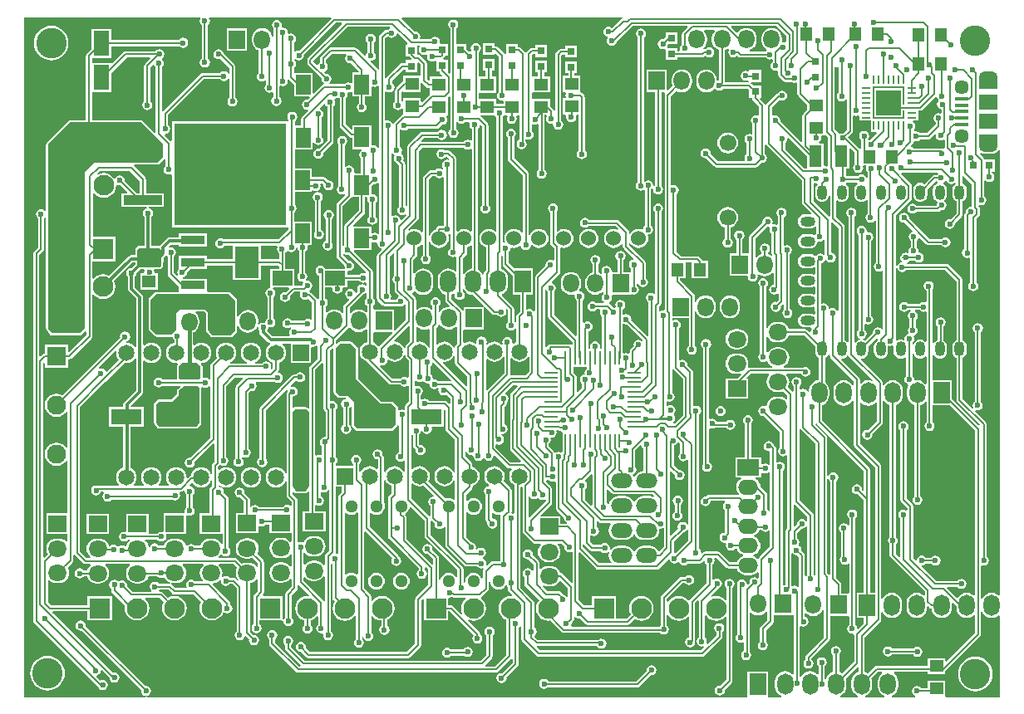
<source format=gtl>
G04*
G04 #@! TF.GenerationSoftware,Altium Limited,Altium Designer,18.1.6 (161)*
G04*
G04 Layer_Physical_Order=1*
G04 Layer_Color=255*
%FSTAX24Y24*%
%MOIN*%
G70*
G01*
G75*
%ADD13C,0.0080*%
%ADD16R,0.0750X0.0590*%
%ADD17R,0.0530X0.0160*%
%ADD18O,0.0750X0.0480*%
%ADD19R,0.0787X0.0591*%
%ADD20R,0.0591X0.0787*%
%ADD21R,0.1240X0.0630*%
%ADD22R,0.0500X0.0870*%
%ADD23R,0.0500X0.0550*%
%ADD24R,0.1540X0.0390*%
%ADD25R,0.4510X0.4110*%
%ADD26R,0.0550X0.0500*%
%ADD27O,0.0800X0.0600*%
%ADD28R,0.0850X0.0650*%
%ADD29R,0.0315X0.0315*%
%ADD30R,0.0315X0.0315*%
%ADD31R,0.0630X0.1004*%
%ADD32R,0.0080X0.0380*%
%ADD33R,0.0380X0.0080*%
%ADD34O,0.0400X0.0600*%
%ADD35O,0.0600X0.0400*%
%ADD36O,0.0600X0.0400*%
%ADD37R,0.0580X0.0090*%
%ADD38R,0.0090X0.0580*%
%ADD39R,0.0980X0.1260*%
%ADD40R,0.0980X0.0350*%
%ADD55R,0.1000X0.1000*%
%ADD86C,0.0120*%
%ADD87C,0.0150*%
%ADD88C,0.0138*%
%ADD89C,0.0827*%
%ADD90R,0.0827X0.0827*%
%ADD91C,0.0570*%
%ADD92C,0.0240*%
%ADD93R,0.0827X0.0827*%
%ADD94O,0.0750X0.0650*%
%ADD95R,0.0750X0.0650*%
%ADD96O,0.0650X0.0750*%
%ADD97R,0.0650X0.0750*%
%ADD98C,0.1220*%
%ADD99C,0.0650*%
%ADD100R,0.0650X0.0650*%
%ADD101C,0.0600*%
%ADD102O,0.0860X0.0600*%
%ADD103C,0.0512*%
%ADD104C,0.0669*%
%ADD105O,0.0650X0.0900*%
%ADD106R,0.0650X0.0900*%
%ADD107O,0.0650X0.0850*%
%ADD108R,0.0650X0.0850*%
%ADD109O,0.0650X0.0850*%
%ADD110R,0.0650X0.0850*%
%ADD111C,0.0768*%
%ADD112R,0.0768X0.0768*%
%ADD113C,0.0236*%
%ADD114C,0.0240*%
G36*
X023351Y034259D02*
X023332Y034212D01*
X023273D01*
Y033737D01*
X023414D01*
X023423Y033723D01*
X023514Y033633D01*
X023494Y033583D01*
X023273D01*
Y033457D01*
X023125D01*
X023078Y033448D01*
X023039Y033422D01*
X022533Y032916D01*
X022506Y032876D01*
X022504Y032867D01*
X022454Y032872D01*
Y034451D01*
X022516Y034513D01*
X022567Y034527D01*
X022633Y034483D01*
X02271Y034468D01*
X022787Y034483D01*
X022853Y034527D01*
X022897Y034593D01*
X022905Y034634D01*
X022959Y034651D01*
X023351Y034259D01*
D02*
G37*
G36*
X038536Y034561D02*
Y034316D01*
X038486Y034289D01*
X03842Y034302D01*
X03839Y034296D01*
X038353Y03433D01*
X038358Y03437D01*
Y03447D01*
X038345Y034576D01*
X038304Y034674D01*
X038239Y034759D01*
X038154Y034824D01*
X038056Y034865D01*
X03795Y034878D01*
X037844Y034865D01*
X037746Y034824D01*
X037661Y034759D01*
X037596Y034674D01*
X037555Y034576D01*
X037542Y03447D01*
Y03437D01*
X037555Y034264D01*
X037596Y034166D01*
X037661Y034081D01*
X037746Y034016D01*
X037752Y033967D01*
X037742Y033956D01*
X037737Y033953D01*
X037733Y033946D01*
X03772Y033932D01*
X037072D01*
X037062Y033982D01*
X037144Y034016D01*
X037229Y034081D01*
X037294Y034166D01*
X037335Y034264D01*
X037348Y03437D01*
Y03447D01*
X037335Y034576D01*
X037294Y034674D01*
X037229Y034759D01*
X037144Y034824D01*
X037046Y034865D01*
X03694Y034878D01*
X036834Y034865D01*
X036736Y034824D01*
X036651Y034759D01*
X036605Y034698D01*
X036543Y03469D01*
X036326Y034906D01*
X036345Y034953D01*
X038144D01*
X038536Y034561D01*
D02*
G37*
G36*
X020715Y035038D02*
X019363Y033687D01*
X019337Y033647D01*
X019328Y0336D01*
Y03348D01*
X019337Y033433D01*
X019363Y033393D01*
X019903Y032854D01*
X019898Y03283D01*
X019913Y032753D01*
X019957Y032687D01*
X019989Y032666D01*
X019979Y032613D01*
X019971Y032611D01*
X019932Y032585D01*
X019591Y032245D01*
X019545Y032264D01*
Y033077D01*
X018795D01*
X018792Y033126D01*
Y033283D01*
X018813Y033297D01*
X018857Y033363D01*
X018872Y03344D01*
X018857Y033517D01*
X018813Y033583D01*
X018812Y033583D01*
X018815Y033602D01*
X018869Y033623D01*
X018913Y033593D01*
X01899Y033578D01*
X019067Y033593D01*
X019133Y033637D01*
X019177Y033703D01*
X019192Y03378D01*
X019187Y033804D01*
X020467Y035084D01*
X020696D01*
X020715Y035038D01*
D02*
G37*
G36*
X020294Y035257D02*
X019014Y033977D01*
X01899Y033982D01*
X018913Y033967D01*
X018847Y033923D01*
X018842Y033916D01*
X018792Y033931D01*
Y034293D01*
X018813Y034307D01*
X018857Y034373D01*
X018872Y03445D01*
X018857Y034527D01*
X018813Y034593D01*
X018747Y034637D01*
X01867Y034652D01*
X018593Y034637D01*
X018592Y034636D01*
X018547Y034666D01*
X018552Y03469D01*
X018537Y034767D01*
X018493Y034833D01*
X018427Y034877D01*
X01835Y034892D01*
X018334Y034889D01*
X018319Y034903D01*
X018299Y034933D01*
X018312Y035D01*
X018297Y035077D01*
X018253Y035143D01*
X018187Y035187D01*
X01811Y035202D01*
X018033Y035187D01*
X017967Y035143D01*
X017923Y035077D01*
X017908Y035D01*
X017923Y034923D01*
X017967Y034857D01*
X017968Y034857D01*
Y034546D01*
X017918Y034542D01*
X017915Y034566D01*
X017874Y034664D01*
X017809Y034749D01*
X017724Y034814D01*
X017626Y034855D01*
X01752Y034868D01*
X017414Y034855D01*
X017316Y034814D01*
X017231Y034749D01*
X017166Y034664D01*
X017125Y034566D01*
X017112Y03446D01*
Y03436D01*
X017125Y034254D01*
X017166Y034156D01*
X017231Y034071D01*
X017316Y034006D01*
X017378Y033981D01*
Y033087D01*
X017357Y033073D01*
X017313Y033007D01*
X017298Y03293D01*
X017313Y032853D01*
X017357Y032787D01*
X017423Y032743D01*
X0175Y032728D01*
X017577Y032743D01*
X017638Y032784D01*
X017661Y032778D01*
X017688Y032764D01*
Y032627D01*
X017667Y032613D01*
X017623Y032547D01*
X017608Y03247D01*
X017623Y032393D01*
X017667Y032327D01*
X017733Y032283D01*
X01781Y032268D01*
X017887Y032283D01*
X017918Y032304D01*
X017968Y032277D01*
Y032097D01*
X017947Y032083D01*
X017903Y032017D01*
X017888Y03194D01*
X017903Y031863D01*
X017947Y031797D01*
X018013Y031753D01*
X01809Y031738D01*
X018167Y031753D01*
X018233Y031797D01*
X018277Y031863D01*
X018292Y03194D01*
X018277Y032017D01*
X018233Y032083D01*
X018212Y032097D01*
Y032541D01*
X018256Y032564D01*
X018273Y032553D01*
X01835Y032538D01*
X018427Y032553D01*
X018493Y032597D01*
X018537Y032663D01*
X018552Y03274D01*
X018543Y032785D01*
X018567Y032802D01*
X01859Y032807D01*
X018795Y032602D01*
Y032129D01*
X019411D01*
X01943Y032083D01*
X019344Y031997D01*
X01932Y032002D01*
X019243Y031987D01*
X019177Y031943D01*
X019133Y031877D01*
X019118Y0318D01*
X019133Y031723D01*
X019177Y031657D01*
X019243Y031613D01*
X01932Y031598D01*
X019347Y031603D01*
X019372Y031557D01*
X019121Y031307D01*
X019094Y031267D01*
X019085Y03122D01*
Y030951D01*
X018827D01*
Y031137D01*
X018873Y031167D01*
X018917Y031233D01*
X018932Y03131D01*
X018917Y031387D01*
X018873Y031453D01*
X018807Y031497D01*
X01873Y031512D01*
X018653Y031497D01*
X018587Y031453D01*
X018543Y031387D01*
X018528Y03131D01*
X018543Y031233D01*
X018579Y031179D01*
X018558Y031135D01*
X013895D01*
Y030356D01*
X01389Y030353D01*
X013845Y030338D01*
X013613Y03057D01*
X013624Y030601D01*
X013635Y030619D01*
X013707Y030633D01*
X013773Y030677D01*
X013817Y030743D01*
X013832Y03082D01*
X013817Y030897D01*
X013773Y030963D01*
X013752Y030977D01*
Y031389D01*
X015181Y032818D01*
X015823D01*
X015837Y032797D01*
X015903Y032753D01*
X01598Y032738D01*
X016057Y032753D01*
X016123Y032797D01*
X016158Y032849D01*
X016208Y032834D01*
Y032077D01*
X016187Y032063D01*
X016143Y031997D01*
X016128Y03192D01*
X016143Y031843D01*
X016187Y031777D01*
X016253Y031733D01*
X01633Y031718D01*
X016407Y031733D01*
X016473Y031777D01*
X016517Y031843D01*
X016532Y03192D01*
X016517Y031997D01*
X016473Y032063D01*
X016452Y032077D01*
Y03332D01*
X016443Y033367D01*
X016417Y033407D01*
X015964Y033859D01*
X015957Y033897D01*
X015913Y033963D01*
X015847Y034007D01*
X01577Y034022D01*
X015693Y034007D01*
X015627Y033963D01*
X015583Y033897D01*
X015568Y03382D01*
X015583Y033743D01*
X015627Y033677D01*
X015693Y033633D01*
X01577Y033618D01*
X015844Y033633D01*
X016208Y033269D01*
Y033046D01*
X016158Y033031D01*
X016123Y033083D01*
X016057Y033127D01*
X01598Y033142D01*
X015903Y033127D01*
X015837Y033083D01*
X015823Y033062D01*
X01513D01*
X015083Y033053D01*
X015043Y033027D01*
X013543Y031527D01*
X013542Y031525D01*
X013492Y03154D01*
Y033313D01*
X013513Y033327D01*
X013557Y033393D01*
X013572Y03347D01*
X013557Y033547D01*
X013517Y033607D01*
X013512Y033627D01*
Y033663D01*
X013533Y033677D01*
X013577Y033743D01*
X013592Y03382D01*
X013577Y033897D01*
X013533Y033963D01*
X013467Y034007D01*
X01339Y034022D01*
X013313Y034007D01*
X013247Y033963D01*
X013233Y033942D01*
X01204D01*
X011993Y033933D01*
X011953Y033907D01*
X011497Y03345D01*
X011465Y033463D01*
Y033463D01*
X010692D01*
Y033677D01*
X011465D01*
Y034137D01*
X014208D01*
X014273Y034093D01*
X01435Y034078D01*
X014427Y034093D01*
X014493Y034137D01*
X014537Y034203D01*
X014552Y03428D01*
X014537Y034357D01*
X014493Y034423D01*
X014427Y034467D01*
X01435Y034482D01*
X014273Y034467D01*
X014207Y034423D01*
X014179Y034381D01*
X011465D01*
Y034841D01*
X010675D01*
Y034037D01*
X010483Y033846D01*
X010457Y033806D01*
X010448Y033759D01*
Y031174D01*
X009815D01*
X009815Y031174D01*
X009784Y031168D01*
X009757Y031151D01*
X009757Y031151D01*
X008877Y030271D01*
X00886Y030244D01*
X008854Y030213D01*
X008854Y030213D01*
Y027542D01*
X008804Y027527D01*
X008793Y027543D01*
X008727Y027587D01*
X00865Y027602D01*
X008573Y027587D01*
X008507Y027543D01*
X008463Y027477D01*
X008448Y0274D01*
X008463Y027323D01*
X008507Y027257D01*
X008528Y027243D01*
Y026061D01*
X008373Y025907D01*
X008347Y025867D01*
X008338Y02582D01*
Y01108D01*
X008347Y011033D01*
X008373Y010993D01*
X010943Y008424D01*
X010943Y008423D01*
X010987Y008357D01*
X011053Y008313D01*
X01113Y008298D01*
X011207Y008313D01*
X011273Y008357D01*
X011317Y008423D01*
X011332Y0085D01*
X011317Y008577D01*
X011273Y008643D01*
X011207Y008687D01*
X01113Y008702D01*
X011053Y008687D01*
X011037Y008676D01*
X010878Y008835D01*
X010895Y008889D01*
X010917Y008893D01*
X010983Y008937D01*
X011027Y009003D01*
X011039Y009067D01*
X011087Y00909D01*
X011391Y008786D01*
X011403Y008723D01*
X011447Y008657D01*
X011513Y008613D01*
X01159Y008598D01*
X011667Y008613D01*
X011733Y008657D01*
X011777Y008723D01*
X011792Y0088D01*
X011777Y008877D01*
X011733Y008943D01*
X011667Y008987D01*
X01159Y009002D01*
X011532Y008991D01*
X009112Y011411D01*
X009131Y011458D01*
X010507D01*
Y011087D01*
X011493D01*
Y012073D01*
X010507D01*
Y011702D01*
X009051D01*
X008937Y011816D01*
Y012685D01*
X008987Y012696D01*
X009066Y012636D01*
X009164Y012595D01*
X00927Y012581D01*
X00937D01*
X009476Y012595D01*
X009574Y012636D01*
X009659Y012701D01*
X009724Y012786D01*
X009765Y012884D01*
X009779Y01299D01*
X009765Y013096D01*
X009724Y013194D01*
X009712Y013209D01*
X009917Y013413D01*
X009943Y013453D01*
X009952Y0135D01*
Y01371D01*
X010002Y013725D01*
X010003Y013723D01*
X010343Y013383D01*
X010383Y013357D01*
X01043Y013348D01*
X010612D01*
X010629Y013298D01*
X010591Y013269D01*
X010526Y013184D01*
X010492Y013102D01*
X010357D01*
X010343Y013123D01*
X010277Y013167D01*
X0102Y013182D01*
X010123Y013167D01*
X010057Y013123D01*
X010013Y013057D01*
X009998Y01298D01*
X010013Y012903D01*
X010057Y012837D01*
X010123Y012793D01*
X0102Y012778D01*
X010277Y012793D01*
X010343Y012837D01*
X010357Y012858D01*
X010492D01*
X010526Y012776D01*
X010591Y012691D01*
X010676Y012626D01*
X010774Y012585D01*
X01088Y012572D01*
X01098D01*
X011086Y012585D01*
X011184Y012626D01*
X011269Y012691D01*
X011334Y012776D01*
X011375Y012874D01*
X011388Y01298D01*
X011375Y013086D01*
X011334Y013184D01*
X011269Y013269D01*
X011231Y013298D01*
X011248Y013348D01*
X012202D01*
X012219Y013298D01*
X012181Y013269D01*
X012116Y013184D01*
X012075Y013086D01*
X012062Y01298D01*
X012075Y012874D01*
X012116Y012776D01*
X012181Y012691D01*
X012266Y012626D01*
X012364Y012585D01*
X01247Y012572D01*
X01257D01*
X012676Y012585D01*
X012774Y012626D01*
X012859Y012691D01*
X012924Y012776D01*
X012958Y012858D01*
X01332D01*
X013327Y012847D01*
X013393Y012803D01*
X01347Y012788D01*
X013547Y012803D01*
X013563Y012814D01*
X013611Y012799D01*
X013616Y012786D01*
X013681Y012701D01*
X013766Y012636D01*
X013831Y012609D01*
X013817Y012561D01*
X01381Y012562D01*
X013377D01*
X013363Y012583D01*
X013297Y012627D01*
X01322Y012642D01*
X013143Y012627D01*
X013077Y012583D01*
X013033Y012517D01*
X013018Y01244D01*
X013033Y012363D01*
X013077Y012297D01*
X013079Y012296D01*
X013064Y012246D01*
X012337D01*
X012107Y012476D01*
X012112Y0125D01*
X012097Y012577D01*
X012053Y012643D01*
X011987Y012687D01*
X01191Y012702D01*
X011833Y012687D01*
X011794Y012661D01*
X011733Y012663D01*
X011667Y012707D01*
X01159Y012722D01*
X011513Y012707D01*
X011447Y012663D01*
X011403Y012597D01*
X011388Y01252D01*
X011403Y012443D01*
X011447Y012377D01*
X011468Y012363D01*
Y01229D01*
X011477Y012243D01*
X011503Y012203D01*
X012017Y01169D01*
X012002Y01158D01*
X012019Y011451D01*
X012069Y011331D01*
X012148Y011228D01*
X012251Y011149D01*
X012371Y011099D01*
X0125Y011082D01*
X012629Y011099D01*
X012749Y011149D01*
X012852Y011228D01*
X012931Y011331D01*
X012981Y011451D01*
X012998Y01158D01*
X012981Y011709D01*
X012931Y011829D01*
X012852Y011932D01*
X012823Y011954D01*
X01284Y012001D01*
X013406D01*
X013573Y011834D01*
X013569Y011829D01*
X013519Y011709D01*
X013502Y01158D01*
X013519Y011451D01*
X013569Y011331D01*
X013648Y011228D01*
X013751Y011149D01*
X013871Y011099D01*
X014Y011082D01*
X014129Y011099D01*
X014249Y011149D01*
X014352Y011228D01*
X014431Y011331D01*
X014481Y011451D01*
X014498Y01158D01*
X014481Y011709D01*
X014431Y011829D01*
X014352Y011932D01*
X014249Y012011D01*
X014129Y012061D01*
X014Y012078D01*
X013871Y012061D01*
X013751Y012011D01*
X013746Y012007D01*
X013543Y01221D01*
X013503Y012236D01*
X013457Y012246D01*
X013412D01*
X013386Y012296D01*
X013402Y012318D01*
X013759D01*
X013903Y012173D01*
X013943Y012147D01*
X01399Y012138D01*
X014769D01*
X015073Y011834D01*
X015069Y011829D01*
X015019Y011709D01*
X015002Y01158D01*
X015019Y011451D01*
X015069Y011331D01*
X015148Y011228D01*
X015251Y011149D01*
X015371Y011099D01*
X0155Y011082D01*
X015629Y011099D01*
X015749Y011149D01*
X015852Y011228D01*
X015931Y011331D01*
X015953Y011383D01*
X016015Y011402D01*
X016043Y011383D01*
X01612Y011368D01*
X016197Y011383D01*
X016263Y011427D01*
X016307Y011493D01*
X016322Y01157D01*
X016307Y011647D01*
X016263Y011713D01*
X016242Y011727D01*
Y01178D01*
X016233Y011827D01*
X016207Y011867D01*
X015539Y012534D01*
X015557Y012586D01*
X015626Y012595D01*
X015724Y012636D01*
X015809Y012701D01*
X015814Y012708D01*
X015861Y012687D01*
X015858Y012673D01*
X015873Y012596D01*
X015917Y01253D01*
X015983Y012487D01*
X01606Y012471D01*
X016137Y012487D01*
X016203Y01253D01*
X016217Y012551D01*
X016326D01*
X016493Y012384D01*
Y010652D01*
X016472Y010638D01*
X016429Y010573D01*
X016413Y010495D01*
X016429Y010418D01*
X016472Y010352D01*
X016538Y010309D01*
X016615Y010293D01*
X016693Y010309D01*
X016758Y010352D01*
X016802Y010418D01*
X016806Y01044D01*
X01686Y010457D01*
X016993Y010324D01*
X016988Y0103D01*
X017003Y010223D01*
X017047Y010157D01*
X017113Y010113D01*
X01719Y010098D01*
X017267Y010113D01*
X017333Y010157D01*
X017377Y010223D01*
X017392Y0103D01*
X017377Y010377D01*
X017333Y010443D01*
X017267Y010487D01*
X01719Y010502D01*
X017166Y010497D01*
X017022Y010641D01*
Y012598D01*
X017076Y012605D01*
X017174Y012646D01*
X017259Y012711D01*
X017298Y012762D01*
X017348Y012745D01*
Y01227D01*
X017207Y012129D01*
X01718Y012089D01*
X017171Y012042D01*
X017175Y012022D01*
X017171Y012002D01*
Y010933D01*
X01715Y01092D01*
X017107Y010854D01*
X017091Y010777D01*
X017107Y0107D01*
X01715Y010634D01*
X017216Y01059D01*
X017293Y010575D01*
X01737Y01059D01*
X017436Y010634D01*
X01748Y0107D01*
X017495Y010777D01*
X01748Y010854D01*
X017436Y01092D01*
X017416Y010933D01*
Y011081D01*
X018321D01*
X018348Y011069D01*
X018369Y011055D01*
X018383Y010983D01*
X018427Y010917D01*
X018493Y010873D01*
X01857Y010858D01*
X018647Y010873D01*
X018713Y010917D01*
X018757Y010983D01*
X018772Y01106D01*
X018757Y011137D01*
X018713Y011203D01*
X018692Y011217D01*
Y012089D01*
X018898Y012295D01*
X018925Y012335D01*
X018934Y012382D01*
Y012504D01*
X018942Y01251D01*
X018984Y012523D01*
X019394Y012113D01*
X019372Y012068D01*
X019337Y012072D01*
X019208Y012055D01*
X019088Y012006D01*
X018985Y011927D01*
X018906Y011824D01*
X018856Y011704D01*
X018839Y011575D01*
X018856Y011446D01*
X018906Y011326D01*
X018985Y011223D01*
X019088Y011144D01*
X019208Y011094D01*
X019214Y011093D01*
Y010917D01*
X019194Y010903D01*
X01915Y010837D01*
X019135Y01076D01*
X01915Y010683D01*
X019194Y010617D01*
X019259Y010573D01*
X019337Y010558D01*
X019414Y010573D01*
X019479Y010617D01*
X019523Y010683D01*
X019539Y01076D01*
X019523Y010837D01*
X019479Y010903D01*
X019459Y010917D01*
Y011093D01*
X019465Y011094D01*
X019585Y011144D01*
X019688Y011223D01*
X01971Y011251D01*
X019758Y011235D01*
Y010927D01*
X019737Y010913D01*
X019693Y010847D01*
X019678Y01077D01*
X019693Y010693D01*
X019737Y010627D01*
X019803Y010583D01*
X01988Y010568D01*
X019922Y010576D01*
X019965Y010534D01*
X019958Y0105D01*
X019973Y010423D01*
X020017Y010357D01*
X020083Y010313D01*
X02016Y010298D01*
X020237Y010313D01*
X020303Y010357D01*
X020347Y010423D01*
X020362Y0105D01*
X020347Y010577D01*
X020303Y010643D01*
X02028Y010658D01*
Y013335D01*
X02033Y013363D01*
X020338Y013359D01*
Y01199D01*
X020347Y011943D01*
X020373Y011903D01*
X020426Y011851D01*
X020406Y011824D01*
X020356Y011704D01*
X020339Y011575D01*
X020356Y011446D01*
X020406Y011326D01*
X020485Y011223D01*
X020588Y011144D01*
X020708Y011094D01*
X020837Y011077D01*
X020965Y011094D01*
X021085Y011144D01*
X021188Y011223D01*
X021228Y011274D01*
X021278Y011257D01*
Y010357D01*
X021257Y010343D01*
X021213Y010277D01*
X021198Y0102D01*
X021213Y010123D01*
X021257Y010057D01*
X021323Y010013D01*
X0214Y009998D01*
X021477Y010013D01*
X021543Y010057D01*
X021587Y010123D01*
X021602Y0102D01*
X021587Y010277D01*
X021543Y010343D01*
X021522Y010357D01*
Y010433D01*
X021572Y010438D01*
X021583Y010383D01*
X021627Y010317D01*
X021693Y010273D01*
X02177Y010258D01*
X021847Y010273D01*
X021913Y010317D01*
X021957Y010383D01*
X021972Y01046D01*
X021957Y010537D01*
X021913Y010603D01*
X021892Y010617D01*
Y011261D01*
X021942Y011278D01*
X021985Y011223D01*
X022088Y011144D01*
X022208Y011094D01*
X022298Y011082D01*
Y010867D01*
X022277Y010853D01*
X022233Y010787D01*
X022218Y01071D01*
X022233Y010633D01*
X022277Y010567D01*
X022343Y010523D01*
X02242Y010508D01*
X022497Y010523D01*
X022563Y010567D01*
X022607Y010633D01*
X022622Y01071D01*
X022607Y010787D01*
X022563Y010853D01*
X022542Y010867D01*
Y011126D01*
X022585Y011144D01*
X022688Y011223D01*
X022768Y011326D01*
X022817Y011446D01*
X022834Y011575D01*
X022817Y011704D01*
X022768Y011824D01*
X022688Y011927D01*
X022585Y012006D01*
X022465Y012055D01*
X022337Y012072D01*
X022208Y012055D01*
X022088Y012006D01*
X021985Y011927D01*
X021942Y011872D01*
X021892Y011889D01*
Y01204D01*
X021883Y012087D01*
X021857Y012127D01*
X021612Y012371D01*
Y014644D01*
X021662Y014665D01*
X022736Y013591D01*
X022713Y013557D01*
X022698Y01348D01*
X022713Y013403D01*
X022757Y013337D01*
X022823Y013293D01*
X0229Y013278D01*
X022977Y013293D01*
X023043Y013337D01*
X023087Y013403D01*
X023102Y01348D01*
X023087Y013557D01*
X023043Y013623D01*
X023014Y013642D01*
X023013Y013647D01*
X022987Y013687D01*
X021822Y014851D01*
Y015399D01*
X021872Y015421D01*
X021926Y01538D01*
X022007Y015346D01*
X022095Y015334D01*
X022183Y015346D01*
X022264Y01538D01*
X022335Y015434D01*
X022388Y015504D01*
X022422Y015586D01*
X022434Y015673D01*
X022422Y015761D01*
X022398Y015819D01*
X022407Y015863D01*
Y016712D01*
X022457Y016722D01*
X022476Y016676D01*
X022541Y016591D01*
X022626Y016526D01*
X022708Y016493D01*
Y016181D01*
X022613Y016087D01*
X022587Y016047D01*
X022578Y016D01*
Y01479D01*
Y01446D01*
X022587Y014413D01*
X022613Y014373D01*
X023798Y013189D01*
Y013117D01*
X023777Y013103D01*
X023733Y013037D01*
X023718Y01296D01*
X023733Y012883D01*
X023777Y012817D01*
X023843Y012773D01*
X02392Y012758D01*
X023997Y012773D01*
X024063Y012817D01*
X024107Y012883D01*
X024122Y01296D01*
X024107Y013037D01*
X024063Y013103D01*
X024042Y013117D01*
Y013204D01*
X024092Y013225D01*
X024178Y013139D01*
Y012508D01*
X023683Y012014D01*
X023657Y011974D01*
X023648Y011927D01*
Y010161D01*
X023308Y009821D01*
X019432D01*
X019264Y009989D01*
X019272Y01003D01*
X019257Y010107D01*
X019213Y010173D01*
X019147Y010217D01*
X01907Y010232D01*
X018993Y010217D01*
X018927Y010173D01*
X018883Y010107D01*
X018868Y01003D01*
X018883Y009953D01*
X018927Y009887D01*
X018993Y009843D01*
X01907Y009828D01*
X019077Y009829D01*
X019295Y009612D01*
X019334Y009586D01*
X019381Y009576D01*
X023359D01*
X023406Y009586D01*
X023445Y009612D01*
X023857Y010023D01*
X023883Y010063D01*
X023892Y01011D01*
Y011877D01*
X023952Y011937D01*
X023999Y011918D01*
Y011081D01*
X024985D01*
Y011452D01*
X025045D01*
X026002Y010495D01*
X025963Y010437D01*
X025948Y01036D01*
X025963Y010283D01*
X026007Y010217D01*
X026073Y010173D01*
X02615Y010158D01*
X026227Y010173D01*
X026293Y010217D01*
X026337Y010283D01*
X026352Y01036D01*
X026337Y010437D01*
X026293Y010503D01*
X026272Y010517D01*
Y01052D01*
X026263Y010567D01*
X026237Y010607D01*
X02576Y011083D01*
X025789Y011125D01*
X025863Y011094D01*
X025992Y011077D01*
X026121Y011094D01*
X026241Y011144D01*
X026344Y011223D01*
X026423Y011326D01*
X026473Y011446D01*
X02649Y011575D01*
X026473Y011704D01*
X026423Y011824D01*
X026344Y011927D01*
X026294Y011965D01*
X026295Y01199D01*
X026303Y012021D01*
X026337Y012043D01*
X026577Y012283D01*
X026603Y012323D01*
X026612Y01237D01*
Y01262D01*
X026662Y012624D01*
X026667Y012586D01*
X026701Y012504D01*
X026755Y012434D01*
X026825Y01238D01*
X026907Y012346D01*
X026995Y012334D01*
X027082Y012346D01*
X027164Y01238D01*
X027234Y012434D01*
X027271Y012481D01*
X027329Y012483D01*
X027331Y012481D01*
X027347Y012457D01*
X027368Y012443D01*
Y012345D01*
X027377Y012298D01*
X027403Y012259D01*
X02755Y012113D01*
X027528Y012068D01*
X027492Y012072D01*
X027363Y012055D01*
X027243Y012006D01*
X02714Y011927D01*
X027061Y011824D01*
X027011Y011704D01*
X026994Y011575D01*
X027011Y011446D01*
X027061Y011326D01*
X02714Y011223D01*
X027243Y011144D01*
X02731Y011116D01*
Y009703D01*
X026849Y009242D01*
X026476D01*
X026455Y009292D01*
X026727Y009563D01*
X026753Y009603D01*
X026762Y00965D01*
Y010483D01*
X026783Y010497D01*
X026827Y010563D01*
X026842Y01064D01*
X026827Y010717D01*
X026783Y010783D01*
X026717Y010827D01*
X02664Y010842D01*
X026563Y010827D01*
X026497Y010783D01*
X026453Y010717D01*
X026438Y01064D01*
X026453Y010563D01*
X026497Y010497D01*
X026518Y010483D01*
Y009701D01*
X026291Y009474D01*
X019239D01*
X018682Y010031D01*
Y010113D01*
X018703Y010127D01*
X018747Y010193D01*
X018762Y01027D01*
X018747Y010347D01*
X018703Y010413D01*
X018637Y010457D01*
X01856Y010472D01*
X018483Y010457D01*
X018417Y010413D01*
X018373Y010347D01*
X018358Y01027D01*
X018373Y010193D01*
X018417Y010127D01*
X018438Y010113D01*
Y00998D01*
X018447Y009933D01*
X018473Y009893D01*
X019073Y009294D01*
X019055Y00925D01*
X019008Y009245D01*
X018042Y010211D01*
Y010343D01*
X018063Y010357D01*
X018107Y010423D01*
X018122Y0105D01*
X018107Y010577D01*
X018063Y010643D01*
X017997Y010687D01*
X01792Y010702D01*
X017843Y010687D01*
X017777Y010643D01*
X017733Y010577D01*
X017718Y0105D01*
X017733Y010423D01*
X017777Y010357D01*
X017798Y010343D01*
Y01016D01*
X017807Y010113D01*
X017833Y010073D01*
X018873Y009033D01*
X018913Y009007D01*
X01896Y008998D01*
X0269D01*
X026947Y009007D01*
X026987Y009033D01*
X027508Y009555D01*
X02755Y009542D01*
X027558Y009536D01*
Y009391D01*
X027144Y008977D01*
X02712Y008982D01*
X027043Y008967D01*
X026977Y008923D01*
X026933Y008857D01*
X026918Y00878D01*
X026933Y008703D01*
X026977Y008637D01*
X027043Y008593D01*
X02712Y008578D01*
X027197Y008593D01*
X027263Y008637D01*
X027307Y008703D01*
X027322Y00878D01*
X027317Y008804D01*
X027767Y009253D01*
X027793Y009293D01*
X027802Y00934D01*
Y010793D01*
X027823Y010807D01*
X027836Y010828D01*
X027904Y010839D01*
X027913Y010832D01*
Y010335D01*
X027922Y010288D01*
X027949Y010248D01*
X028523Y009673D01*
X028563Y009647D01*
X02861Y009638D01*
X03517D01*
X035217Y009647D01*
X035257Y009673D01*
X035944Y010361D01*
X03597Y010401D01*
X03598Y010447D01*
Y010625D01*
X035993Y010634D01*
X036037Y0107D01*
X036052Y010777D01*
X036037Y010854D01*
X035993Y01092D01*
X035927Y010963D01*
X03585Y010979D01*
X035773Y010963D01*
X035707Y01092D01*
X035663Y010854D01*
X035648Y010777D01*
X035663Y0107D01*
X035707Y010634D01*
X035735Y010615D01*
Y010498D01*
X03538Y010143D01*
X035367Y010149D01*
X035339Y010172D01*
X035352Y01024D01*
X035337Y010317D01*
X035293Y010383D01*
X035272Y010397D01*
Y011269D01*
X035322Y011286D01*
X03537Y011223D01*
X035474Y011144D01*
X035594Y011094D01*
X035722Y011077D01*
X035851Y011094D01*
X035971Y011144D01*
X036074Y011223D01*
X036096Y011251D01*
X036143Y011235D01*
Y008716D01*
X035903Y008476D01*
X03587Y008482D01*
X035793Y008467D01*
X035727Y008423D01*
X035683Y008357D01*
X035668Y00828D01*
X035683Y008203D01*
X035727Y008137D01*
X035793Y008093D01*
X03587Y008078D01*
X035947Y008093D01*
X036013Y008137D01*
X036057Y008203D01*
X036072Y00828D01*
X036069Y008296D01*
X036352Y008579D01*
X036379Y008619D01*
X036388Y008666D01*
Y012407D01*
X036403Y012417D01*
X036447Y012483D01*
X036462Y01256D01*
X036447Y012637D01*
X036403Y012703D01*
X036337Y012747D01*
X03626Y012762D01*
X036183Y012747D01*
X036117Y012703D01*
X036073Y012637D01*
X036058Y01256D01*
X036073Y012483D01*
X036117Y012417D01*
X036143Y0124D01*
Y011914D01*
X036096Y011898D01*
X036074Y011927D01*
X035971Y012006D01*
X035851Y012055D01*
X035722Y012072D01*
X035594Y012055D01*
X035552Y012038D01*
X035524Y012081D01*
X035787Y012343D01*
X035809Y012378D01*
X035837Y012383D01*
X035903Y012427D01*
X035947Y012493D01*
X035962Y01257D01*
X035947Y012647D01*
X035903Y012713D01*
X035837Y012757D01*
X03576Y012772D01*
X035683Y012757D01*
X035632Y012723D01*
X035582Y012744D01*
Y013333D01*
X035603Y013347D01*
X035647Y013413D01*
X035662Y01349D01*
X035649Y013556D01*
X035676Y013606D01*
X035751D01*
X036148Y013209D01*
X036188Y013182D01*
X036235Y013173D01*
X036559D01*
X036588Y013104D01*
X036649Y013024D01*
X036728Y012963D01*
X036821Y012925D01*
X03692Y012912D01*
X03712D01*
X037219Y012925D01*
X037312Y012963D01*
X037378Y013014D01*
X037428Y012995D01*
Y012806D01*
X037378Y01278D01*
X037337Y012807D01*
X03726Y012822D01*
X037183Y012807D01*
X037117Y012763D01*
X037073Y012697D01*
X037058Y01262D01*
X037063Y012596D01*
X03701Y012543D01*
X036956Y01256D01*
X036947Y012607D01*
X036903Y012673D01*
X036837Y012717D01*
X03676Y012732D01*
X036683Y012717D01*
X036617Y012673D01*
X036573Y012607D01*
X036558Y01253D01*
X036573Y012453D01*
X036578Y012446D01*
Y010557D01*
X036557Y010543D01*
X036513Y010477D01*
X036498Y0104D01*
X036513Y010323D01*
X036557Y010257D01*
X036623Y010213D01*
X0367Y010198D01*
X036777Y010213D01*
X036789Y010221D01*
X036833Y010197D01*
Y009873D01*
X036787Y009843D01*
X036743Y009777D01*
X036728Y0097D01*
X036743Y009623D01*
X036787Y009557D01*
X036853Y009513D01*
X03693Y009498D01*
X037007Y009513D01*
X037073Y009557D01*
X037117Y009623D01*
X037132Y0097D01*
X037117Y009777D01*
X037077Y009836D01*
Y011395D01*
X037127Y011406D01*
X037206Y011346D01*
X037304Y011305D01*
X03741Y011292D01*
X037516Y011305D01*
X037614Y011346D01*
X037699Y011411D01*
X037738Y011462D01*
X037788Y011445D01*
Y011113D01*
X037513Y010839D01*
X037487Y010799D01*
X037478Y010752D01*
Y010247D01*
X037457Y010233D01*
X037413Y010167D01*
X037398Y01009D01*
X037413Y010013D01*
X037457Y009947D01*
X037523Y009903D01*
X0376Y009888D01*
X037677Y009903D01*
X037743Y009947D01*
X037787Y010013D01*
X037802Y01009D01*
X037787Y010167D01*
X037743Y010233D01*
X037722Y010247D01*
Y010702D01*
X037997Y010976D01*
X038023Y011016D01*
X038032Y011062D01*
Y011295D01*
X038825D01*
X038838Y01125D01*
Y00893D01*
X03879Y008914D01*
X038779Y008929D01*
X038694Y008994D01*
X038596Y009035D01*
X03849Y009049D01*
X038384Y009035D01*
X038286Y008994D01*
X038201Y008929D01*
X038136Y008844D01*
X038095Y008746D01*
X038082Y00864D01*
Y00844D01*
X038095Y008334D01*
X038136Y008236D01*
X038201Y008151D01*
X038286Y008086D01*
X038341Y008063D01*
X038331Y008013D01*
X037836D01*
X037795Y008035D01*
X037795Y008063D01*
Y009045D01*
X036985D01*
Y008063D01*
X036985Y008035D01*
X036944Y008013D01*
X012892D01*
X012888Y008063D01*
X012937Y008073D01*
X013003Y008117D01*
X013047Y008183D01*
X013062Y00826D01*
X013047Y008337D01*
X013003Y008403D01*
X012937Y008447D01*
X01286Y008462D01*
X012836Y008457D01*
X010437Y010856D01*
X010442Y01088D01*
X010427Y010957D01*
X010383Y011023D01*
X010317Y011067D01*
X01024Y011082D01*
X010163Y011067D01*
X010097Y011023D01*
X010053Y010957D01*
X010038Y01088D01*
X010053Y010803D01*
X010097Y010737D01*
X010163Y010693D01*
X01024Y010678D01*
X010264Y010683D01*
X012663Y008284D01*
X012658Y00826D01*
X012673Y008183D01*
X012717Y008117D01*
X012783Y008073D01*
X012832Y008063D01*
X012828Y008013D01*
X007983D01*
Y035307D01*
X015027D01*
X015054Y035257D01*
X015033Y035227D01*
X015018Y03515D01*
X015033Y035073D01*
X015077Y035007D01*
X015098Y034993D01*
Y033647D01*
X015077Y033633D01*
X015033Y033567D01*
X015018Y03349D01*
X015033Y033413D01*
X015077Y033347D01*
X015143Y033303D01*
X01522Y033288D01*
X015297Y033303D01*
X015363Y033347D01*
X015407Y033413D01*
X015422Y03349D01*
X015407Y033567D01*
X015363Y033633D01*
X015342Y033647D01*
Y034993D01*
X015363Y035007D01*
X015407Y035073D01*
X015422Y03515D01*
X015407Y035227D01*
X015386Y035257D01*
X015413Y035307D01*
X020274D01*
X020294Y035257D01*
D02*
G37*
G36*
X02265Y034911D02*
X022633Y034859D01*
X022629Y034854D01*
X022567Y034813D01*
X022553Y034792D01*
X0225D01*
X022453Y034783D01*
X022413Y034757D01*
X022245Y034588D01*
X022219Y034549D01*
X02221Y034502D01*
Y033227D01*
X02216Y033212D01*
X022157Y033217D01*
X021866Y033507D01*
X021888Y033556D01*
X02195Y033568D01*
X022015Y033612D01*
X022059Y033678D01*
X022074Y033755D01*
X022059Y033832D01*
X022015Y033898D01*
X021995Y033912D01*
Y034285D01*
X022013Y034297D01*
X022057Y034363D01*
X022072Y03444D01*
X022057Y034517D01*
X022013Y034583D01*
X021947Y034627D01*
X02187Y034642D01*
X021793Y034627D01*
X021727Y034583D01*
X021683Y034517D01*
X021668Y03444D01*
X021683Y034363D01*
X021727Y034297D01*
X02175Y034282D01*
Y033912D01*
X02173Y033898D01*
X021686Y033832D01*
X021674Y03377D01*
X021625Y033748D01*
X021327Y034047D01*
X021287Y034073D01*
X02124Y034082D01*
X02026D01*
X020213Y034073D01*
X020173Y034047D01*
X019873Y033747D01*
X019847Y033707D01*
X019838Y03366D01*
Y033483D01*
X019807Y033463D01*
X019769Y033405D01*
X019715Y033389D01*
X019572Y033531D01*
Y033549D01*
X020947Y034924D01*
X02264D01*
X02265Y034911D01*
D02*
G37*
G36*
X023883Y033394D02*
Y03296D01*
X023175D01*
Y032731D01*
X023153Y032717D01*
X022889Y032452D01*
X022862Y032412D01*
X022853Y032365D01*
Y031939D01*
X022827Y031922D01*
X022783Y031857D01*
X022768Y03178D01*
X022783Y031702D01*
X022827Y031637D01*
X022893Y031593D01*
X02297Y031578D01*
X023047Y031593D01*
X023113Y031637D01*
X023125Y031655D01*
X023175Y03164D01*
Y031413D01*
X023173Y031413D01*
X023133Y031387D01*
X022833Y031087D01*
X022807Y031047D01*
X022806Y031044D01*
X022767Y031039D01*
X022755Y03104D01*
X022713Y031103D01*
X022647Y031147D01*
X02257Y031162D01*
X022504Y031149D01*
X022454Y031176D01*
Y032302D01*
X022504Y032329D01*
X022543Y032303D01*
X02262Y032288D01*
X022697Y032303D01*
X022763Y032347D01*
X022807Y032413D01*
X022822Y03249D01*
X022807Y032567D01*
X022763Y032633D01*
X022741Y032647D01*
Y032778D01*
X023176Y033213D01*
X023273D01*
Y033108D01*
X023747D01*
Y033464D01*
X023794Y033483D01*
X023883Y033394D01*
D02*
G37*
G36*
X02385Y03412D02*
X023818Y034072D01*
X023803Y033995D01*
X023818Y033918D01*
X023862Y033852D01*
X023928Y033808D01*
X024005Y033793D01*
X024082Y033808D01*
X024115Y033831D01*
X024149Y033801D01*
X024153Y033795D01*
X024138Y03372D01*
X024153Y033643D01*
X024197Y033577D01*
X024263Y033533D01*
X02434Y033518D01*
X024417Y033533D01*
X024453Y033557D01*
X024503Y03353D01*
Y033128D01*
X024622D01*
X024627Y033103D01*
X024653Y033063D01*
X024751Y032966D01*
X024732Y03292D01*
X024245D01*
Y032779D01*
X024195Y032758D01*
X024127Y032826D01*
Y033445D01*
X024118Y033492D01*
X024091Y033532D01*
X023867Y033757D01*
X023827Y033783D01*
X02378Y033792D01*
X023747D01*
Y03417D01*
X023826D01*
X02385Y03412D01*
D02*
G37*
G36*
X031965Y035257D02*
X031943Y035253D01*
X031903Y035227D01*
X031549Y034872D01*
X031543Y034873D01*
X031477Y034917D01*
X0314Y034932D01*
X031323Y034917D01*
X031257Y034873D01*
X031213Y034807D01*
X031198Y03473D01*
X031213Y034653D01*
X031257Y034587D01*
X031323Y034543D01*
X031364Y034535D01*
X031365Y034534D01*
X031383Y03448D01*
X031353Y034435D01*
X031338Y034358D01*
X031353Y034281D01*
X031397Y034215D01*
X031463Y034171D01*
X03154Y034156D01*
X031617Y034171D01*
X031683Y034215D01*
X031727Y034281D01*
X03173Y034297D01*
X032386Y034953D01*
X034565D01*
X034584Y034906D01*
X034383Y034706D01*
X034357Y034666D01*
X034348Y034619D01*
Y034217D01*
X034327Y034203D01*
X034283Y034137D01*
X034268Y03406D01*
X034281Y033994D01*
X034254Y033944D01*
X034177D01*
Y034073D01*
X033783D01*
X033756Y034123D01*
X033777Y034153D01*
X033791Y034227D01*
X034177D01*
Y034702D01*
X033703D01*
Y034516D01*
X033614Y034427D01*
X03359Y034432D01*
X033513Y034417D01*
X033447Y034373D01*
X033403Y034307D01*
X033388Y03423D01*
X033403Y034153D01*
X033447Y034087D01*
X033513Y034043D01*
X03359Y034028D01*
X033653Y03404D01*
X033703Y034011D01*
Y033598D01*
X034177D01*
Y0337D01*
X035172D01*
X035219Y033709D01*
X035258Y033735D01*
X035283Y03376D01*
X035307Y033757D01*
X035373Y033713D01*
X03545Y033698D01*
X035527Y033713D01*
X035593Y033757D01*
X035637Y033823D01*
X035652Y0339D01*
X035637Y033977D01*
X035593Y034043D01*
X035527Y034087D01*
X03545Y034102D01*
X035373Y034087D01*
X035307Y034043D01*
X035293Y034022D01*
X03525D01*
X035242Y034021D01*
X035221Y034068D01*
X035239Y034081D01*
X035304Y034166D01*
X035345Y034264D01*
X035358Y03437D01*
Y03447D01*
X035345Y034576D01*
X035304Y034674D01*
X035251Y034743D01*
X035273Y034793D01*
X035637D01*
X035659Y034743D01*
X035606Y034674D01*
X035565Y034576D01*
X035552Y03447D01*
Y03437D01*
X035565Y034264D01*
X035606Y034166D01*
X035671Y034081D01*
X035756Y034016D01*
X035838Y033982D01*
Y03276D01*
X035789Y03275D01*
X035738Y032779D01*
Y0328D01*
X035725Y032906D01*
X035684Y033004D01*
X035619Y033089D01*
X035534Y033154D01*
X035436Y033195D01*
X03533Y033208D01*
X035224Y033195D01*
X035126Y033154D01*
X035041Y033089D01*
X034976Y033004D01*
X034935Y032906D01*
X034922Y0328D01*
Y0327D01*
X034935Y032594D01*
X034976Y032496D01*
X035041Y032411D01*
X035126Y032346D01*
X035224Y032305D01*
X03533Y032292D01*
X035436Y032305D01*
X035534Y032346D01*
X035619Y032411D01*
X035642Y032441D01*
X035692Y03244D01*
X035707Y032417D01*
X035773Y032373D01*
X03585Y032358D01*
X035927Y032373D01*
X035993Y032417D01*
X036007Y032438D01*
X036994D01*
X037053Y032379D01*
Y032078D01*
X037168D01*
Y03205D01*
X037177Y032003D01*
X037203Y031963D01*
X037438Y031729D01*
Y031376D01*
X037394Y031352D01*
X037387Y031357D01*
X03731Y031372D01*
X037233Y031357D01*
X037167Y031313D01*
X037123Y031247D01*
X037108Y03117D01*
X037123Y031093D01*
X037167Y031027D01*
X037188Y031013D01*
Y030626D01*
X037144Y030602D01*
X037137Y030607D01*
X03706Y030622D01*
X036983Y030607D01*
X036917Y030563D01*
X036873Y030497D01*
X036858Y03042D01*
X036873Y030343D01*
X036917Y030277D01*
X036938Y030263D01*
Y029797D01*
X036917Y029783D01*
X036873Y029717D01*
X036858Y02964D01*
X036871Y029574D01*
X036844Y029524D01*
X035791D01*
X035499Y029816D01*
X035504Y02984D01*
X035489Y029917D01*
X035445Y029983D01*
X035379Y030027D01*
X035302Y030042D01*
X035225Y030027D01*
X035159Y029983D01*
X035115Y029917D01*
X0351Y02984D01*
X035115Y029763D01*
X035159Y029697D01*
X035225Y029653D01*
X035302Y029638D01*
X035326Y029643D01*
X035653Y029315D01*
X035693Y029289D01*
X03574Y02928D01*
X037312D01*
X037359Y029289D01*
X037398Y029315D01*
X037536Y029453D01*
X03756Y029448D01*
X037637Y029463D01*
X037703Y029507D01*
X037747Y029573D01*
X037762Y02965D01*
X037747Y029727D01*
X037703Y029793D01*
X037682Y029807D01*
Y030177D01*
X037696Y030182D01*
X037732Y030185D01*
X037753Y030153D01*
X039158Y028749D01*
Y02787D01*
X039167Y027823D01*
X039193Y027783D01*
X03954Y027437D01*
X039517Y027389D01*
X039493Y027392D01*
X039293D01*
X03922Y027383D01*
X039152Y027355D01*
X039093Y02731D01*
X039048Y027251D01*
X03902Y027183D01*
X039011Y02711D01*
X03902Y027037D01*
X039048Y026969D01*
X039093Y02691D01*
X039152Y026865D01*
X03922Y026837D01*
X039293Y026828D01*
X039493D01*
X039566Y026837D01*
X039634Y026865D01*
X039693Y02691D01*
X039698Y026917D01*
X039748Y0269D01*
Y026657D01*
X039727Y026643D01*
X039685Y026579D01*
X039676Y026569D01*
X03965Y026559D01*
X039628Y026557D01*
X039566Y026583D01*
X039493Y026592D01*
X039293D01*
X03922Y026583D01*
X039152Y026555D01*
X039093Y02651D01*
X039048Y026451D01*
X03902Y026383D01*
X039011Y02631D01*
X03902Y026237D01*
X039048Y026169D01*
X039093Y02611D01*
X039152Y026065D01*
X03922Y026037D01*
X039293Y026028D01*
X039493D01*
X039566Y026037D01*
X039634Y026065D01*
X039693Y02611D01*
X039738Y026169D01*
X039766Y026237D01*
X03977Y026271D01*
X039772Y026273D01*
X039824Y026307D01*
X03987Y026298D01*
X039947Y026313D01*
X040013Y026357D01*
X040038Y026394D01*
X040088Y026379D01*
Y025786D01*
X040061Y025772D01*
X040038Y025766D01*
X039977Y025807D01*
X0399Y025822D01*
X039823Y025807D01*
X039757Y025763D01*
X039738Y025733D01*
X039729Y025729D01*
X039672Y025726D01*
X039634Y025755D01*
X039566Y025783D01*
X039493Y025792D01*
X039293D01*
X03922Y025783D01*
X039152Y025755D01*
X039093Y02571D01*
X039048Y025651D01*
X03902Y025583D01*
X039011Y02551D01*
X03902Y025437D01*
X039048Y025369D01*
X039093Y02531D01*
X039152Y025265D01*
X03922Y025237D01*
X039293Y025228D01*
X039493D01*
X039566Y025237D01*
X039634Y025265D01*
X039646Y025274D01*
X039691Y025252D01*
Y024988D01*
X039646Y024966D01*
X039634Y024975D01*
X039566Y025003D01*
X039493Y025012D01*
X039293D01*
X03922Y025003D01*
X039152Y024975D01*
X039093Y02493D01*
X039048Y024871D01*
X03902Y024803D01*
X039011Y02473D01*
X03902Y024657D01*
X039048Y024589D01*
X039093Y02453D01*
X039152Y024485D01*
X03922Y024457D01*
X039293Y024448D01*
X039493D01*
X039566Y024457D01*
X039634Y024485D01*
X039646Y024494D01*
X039691Y024472D01*
Y024188D01*
X039646Y024166D01*
X039634Y024175D01*
X039566Y024203D01*
X039493Y024212D01*
X039293D01*
X03922Y024203D01*
X039152Y024175D01*
X039093Y02413D01*
X039048Y024071D01*
X03902Y024003D01*
X039011Y02393D01*
X03902Y023857D01*
X039048Y023789D01*
X039093Y02373D01*
X039152Y023685D01*
X03922Y023657D01*
X039293Y023648D01*
X039493D01*
X039566Y023657D01*
X03963Y023683D01*
X039648Y023677D01*
X03968Y023657D01*
Y023521D01*
X039689Y023475D01*
X039691Y023472D01*
Y023388D01*
X039646Y023366D01*
X039634Y023375D01*
X039566Y023403D01*
X039493Y023412D01*
X039293D01*
X03922Y023403D01*
X039152Y023375D01*
X039093Y02333D01*
X039048Y023271D01*
X03902Y023203D01*
X039011Y02313D01*
X03902Y023057D01*
X039048Y022989D01*
X039093Y02293D01*
X039152Y022885D01*
X03922Y022857D01*
X039293Y022848D01*
X039493D01*
X039513Y02285D01*
X039565Y022809D01*
X039567Y022793D01*
X039523Y022727D01*
X039515Y022683D01*
X03946Y022666D01*
X03938Y022747D01*
X039341Y022773D01*
X039294Y022782D01*
X038638D01*
X038604Y022864D01*
X038539Y022949D01*
X038454Y023014D01*
X038356Y023055D01*
X03825Y023068D01*
X03815D01*
X038044Y023055D01*
X037946Y023014D01*
X037861Y022949D01*
X037796Y022864D01*
X037782Y022831D01*
X037732Y022841D01*
Y024473D01*
X037753Y024487D01*
X037797Y024553D01*
X037812Y02463D01*
X037797Y024707D01*
X037753Y024773D01*
X037687Y024817D01*
X03761Y024832D01*
X037533Y024817D01*
X037467Y024773D01*
X037423Y024707D01*
X037408Y02463D01*
X037423Y024553D01*
X037467Y024487D01*
X037488Y024473D01*
Y021822D01*
X037467Y021808D01*
X037423Y021742D01*
X037408Y021665D01*
X037423Y021588D01*
X037467Y021522D01*
X037533Y021478D01*
X03761Y021463D01*
X037687Y021478D01*
X03772Y0215D01*
X037781Y021482D01*
X037796Y021446D01*
X037861Y021361D01*
X037946Y021296D01*
X037967Y021287D01*
X037957Y021237D01*
X037055D01*
X037033Y021233D01*
X036997Y021276D01*
X037005Y021294D01*
X037018Y0214D01*
X037005Y021506D01*
X036964Y021604D01*
X036899Y021689D01*
X036814Y021754D01*
X036716Y021795D01*
X03661Y021808D01*
X03651D01*
X036404Y021795D01*
X036306Y021754D01*
X036221Y021689D01*
X036156Y021604D01*
X036115Y021506D01*
X036102Y0214D01*
X036115Y021294D01*
X036156Y021196D01*
X036221Y021111D01*
X036306Y021046D01*
X036404Y021005D01*
X03651Y020992D01*
X03661D01*
X0367Y021003D01*
X036724Y020957D01*
X036562Y020795D01*
X036105D01*
Y019985D01*
X037015D01*
Y020795D01*
X036973D01*
X036954Y020841D01*
X037106Y020993D01*
X037827D01*
X037849Y020943D01*
X037796Y020874D01*
X037755Y020776D01*
X037742Y02067D01*
X037755Y020564D01*
X037796Y020466D01*
X037861Y020381D01*
X037946Y020316D01*
X038044Y020275D01*
X03815Y020261D01*
X03825D01*
X038356Y020275D01*
X038402Y020295D01*
X038588Y020109D01*
Y019963D01*
X038556Y019952D01*
X038538Y01995D01*
X038454Y020014D01*
X038356Y020055D01*
X03825Y020069D01*
X03815D01*
X038044Y020055D01*
X037946Y020014D01*
X037861Y019949D01*
X037796Y019864D01*
X037755Y019766D01*
X037747Y019705D01*
X037694Y019681D01*
X037692Y019682D01*
X037615Y019697D01*
X037538Y019682D01*
X037472Y019638D01*
X037428Y019572D01*
X037413Y019495D01*
X037428Y019418D01*
X037472Y019352D01*
X037538Y019308D01*
X037615Y019293D01*
X037639Y019298D01*
X038288Y018649D01*
Y018037D01*
X038267Y018023D01*
X038223Y017957D01*
X038208Y01788D01*
X038223Y017803D01*
X038267Y017737D01*
X038333Y017693D01*
X03841Y017678D01*
X038487Y017693D01*
X038538Y017727D01*
X038588Y017706D01*
Y014787D01*
X038535Y014735D01*
X038509Y014695D01*
X0385Y014648D01*
Y01252D01*
X038458Y012512D01*
X038446Y012504D01*
X038402Y012528D01*
Y017103D01*
X038423Y017117D01*
X038467Y017183D01*
X038482Y01726D01*
X038467Y017337D01*
X038423Y017403D01*
X038357Y017447D01*
X03828Y017462D01*
X038203Y017447D01*
X038182Y017433D01*
X038132Y01746D01*
Y017986D01*
X038123Y018033D01*
X038097Y018073D01*
X038033Y018137D01*
X038027Y018167D01*
X037983Y018233D01*
X037917Y018277D01*
X03784Y018292D01*
X037763Y018277D01*
X037697Y018233D01*
X037653Y018167D01*
X037638Y01809D01*
X037653Y018013D01*
X037697Y017947D01*
X037763Y017903D01*
X03784Y017888D01*
X037849Y01789D01*
X037888Y017858D01*
Y017355D01*
X037856Y017341D01*
X037838Y017337D01*
X037776Y017379D01*
X037698Y017394D01*
X037621Y017379D01*
X037575Y017348D01*
X037525Y017372D01*
Y017637D01*
X037122D01*
Y018973D01*
X037143Y018987D01*
X037187Y019053D01*
X037202Y01913D01*
X037187Y019207D01*
X037143Y019273D01*
X037077Y019317D01*
X037Y019332D01*
X036923Y019317D01*
X036857Y019273D01*
X036813Y019207D01*
X036798Y01913D01*
X036813Y019053D01*
X036857Y018987D01*
X036878Y018973D01*
Y017637D01*
X036515D01*
Y016827D01*
X03672D01*
X03673Y016777D01*
X036728Y016777D01*
X036649Y016716D01*
X036588Y016636D01*
X03655Y016544D01*
X036537Y016445D01*
X03655Y016346D01*
X036588Y016253D01*
X036644Y01618D01*
X036637Y016154D01*
X036623Y01613D01*
X035438D01*
X035391Y016121D01*
X035352Y016095D01*
X035324Y016067D01*
X0353Y016072D01*
X035223Y016057D01*
X035157Y016013D01*
X035113Y015947D01*
X035098Y01587D01*
X035113Y015793D01*
X035157Y015727D01*
X035223Y015683D01*
X0353Y015668D01*
X035377Y015683D01*
X035443Y015727D01*
X035487Y015793D01*
X035502Y01587D01*
X035515Y015886D01*
X036061D01*
X036077Y015836D01*
X036057Y015823D01*
X036013Y015757D01*
X035998Y01568D01*
X036013Y015603D01*
X036057Y015537D01*
X036078Y015523D01*
Y014626D01*
X03606Y014612D01*
X035983Y014597D01*
X035917Y014553D01*
X035873Y014487D01*
X035858Y01441D01*
X035873Y014333D01*
X035917Y014267D01*
X035983Y014223D01*
X03606Y014208D01*
X036099Y014216D01*
X036118Y014195D01*
X036132Y014171D01*
X036118Y0141D01*
X036133Y014023D01*
X036177Y013957D01*
X036243Y013913D01*
X03632Y013898D01*
X036397Y013913D01*
X036463Y013957D01*
X036465Y01396D01*
X036559D01*
X036588Y013891D01*
X036649Y013812D01*
X036728Y013751D01*
X036814Y013715D01*
X036821Y01369D01*
Y013688D01*
X036814Y013663D01*
X036728Y013627D01*
X036649Y013566D01*
X036588Y013487D01*
X036559Y013418D01*
X036285D01*
X035888Y013815D01*
X035849Y013841D01*
X035802Y01385D01*
X035288D01*
X035241Y013841D01*
X035202Y013815D01*
X035167Y01378D01*
X035121Y013805D01*
X035122Y01381D01*
X035107Y013887D01*
X035063Y013953D01*
X035042Y013967D01*
Y019353D01*
X035063Y019367D01*
X035107Y019433D01*
X035122Y01951D01*
X035107Y019587D01*
X035063Y019653D01*
X034997Y019697D01*
X03492Y019712D01*
X034854Y019699D01*
X034804Y019726D01*
Y021048D01*
X034795Y021095D01*
X034768Y021135D01*
X034567Y021336D01*
X034572Y02136D01*
X034557Y021437D01*
X034513Y021503D01*
X034447Y021547D01*
X03437Y021562D01*
X034293Y021547D01*
X034276Y021536D01*
X034232Y021559D01*
Y022813D01*
X034253Y022827D01*
X034297Y022893D01*
X034312Y02297D01*
X034297Y023047D01*
X034253Y023113D01*
X034187Y023157D01*
X03411Y023172D01*
X034033Y023157D01*
X03401Y023142D01*
X03396Y023168D01*
Y023225D01*
X034623D01*
Y022113D01*
X034607Y022103D01*
X034563Y022037D01*
X034548Y02196D01*
X034563Y021883D01*
X034607Y021817D01*
X034673Y021773D01*
X03475Y021758D01*
X034827Y021773D01*
X034893Y021817D01*
X034937Y021883D01*
X034952Y02196D01*
X034937Y022037D01*
X034893Y022103D01*
X034867Y02212D01*
Y023486D01*
X034917Y023495D01*
X034946Y023426D01*
X035011Y023341D01*
X035096Y023276D01*
X035194Y023235D01*
X0353Y023222D01*
X035406Y023235D01*
X035504Y023276D01*
X035589Y023341D01*
X035654Y023426D01*
X035695Y023524D01*
X035708Y02363D01*
Y02373D01*
X035695Y023836D01*
X035654Y023934D01*
X035589Y024019D01*
X035504Y024084D01*
X035406Y024125D01*
X0353Y024138D01*
X035194Y024125D01*
X035096Y024084D01*
X035011Y024019D01*
X034946Y023934D01*
X034917Y023865D01*
X034867Y023874D01*
Y024109D01*
X034858Y024156D01*
X034832Y024195D01*
X034277Y02475D01*
Y024825D01*
X03449D01*
Y025468D01*
X03473D01*
Y024825D01*
X03539D01*
Y025535D01*
X035175D01*
X035173Y025547D01*
X035147Y025587D01*
X035057Y025677D01*
X035017Y025703D01*
X03497Y025712D01*
X034311D01*
X034142Y025881D01*
Y028213D01*
X034163Y028227D01*
X034207Y028293D01*
X034222Y02837D01*
X034207Y028447D01*
X034163Y028513D01*
X034097Y028557D01*
X03402Y028572D01*
X033952Y028559D01*
X033902Y028585D01*
Y032129D01*
X034131Y032358D01*
X034146Y032346D01*
X034244Y032305D01*
X03435Y032292D01*
X034456Y032305D01*
X034554Y032346D01*
X034639Y032411D01*
X034704Y032496D01*
X034745Y032594D01*
X034758Y0327D01*
Y0328D01*
X034745Y032906D01*
X034704Y033004D01*
X034639Y033089D01*
X034554Y033154D01*
X034456Y033195D01*
X03435Y033208D01*
X034244Y033195D01*
X034146Y033154D01*
X034061Y033089D01*
X033996Y033004D01*
X033955Y032906D01*
X033942Y0328D01*
Y0327D01*
X033955Y032594D01*
X033975Y032548D01*
X033791Y032364D01*
X033745Y032383D01*
Y033205D01*
X032935D01*
Y032295D01*
X033278D01*
Y028551D01*
X033248Y028527D01*
X033202Y028548D01*
X033202Y02855D01*
X033187Y028627D01*
X033143Y028693D01*
X033077Y028737D01*
X033Y028752D01*
X032923Y028737D01*
X032872Y028703D01*
X032825Y028723D01*
X032822Y028725D01*
Y034487D01*
X032853Y034507D01*
X032897Y034573D01*
X032912Y03465D01*
X032897Y034727D01*
X032853Y034793D01*
X032787Y034837D01*
X03271Y034852D01*
X032633Y034837D01*
X032567Y034793D01*
X032523Y034727D01*
X032508Y03465D01*
X032523Y034573D01*
X032567Y034507D01*
X032578Y0345D01*
Y028697D01*
X032557Y028683D01*
X032513Y028617D01*
X032498Y02854D01*
X032513Y028463D01*
X032557Y028397D01*
X032623Y028353D01*
X0327Y028338D01*
X032777Y028353D01*
X032818Y02838D01*
X032868Y028354D01*
Y026937D01*
X032847Y026923D01*
X032803Y026857D01*
X032795Y026813D01*
X032741Y026781D01*
X032719Y02679D01*
X03262Y026803D01*
X032521Y02679D01*
X032428Y026752D01*
X032349Y026691D01*
X032288Y026612D01*
X032282Y026598D01*
X032232Y026608D01*
Y02667D01*
X032223Y026717D01*
X032197Y026757D01*
X031827Y027127D01*
X031787Y027153D01*
X03174Y027162D01*
X030633D01*
X030613Y027193D01*
X030547Y027237D01*
X03047Y027252D01*
X030393Y027237D01*
X030327Y027193D01*
X030283Y027127D01*
X030268Y02705D01*
X030283Y026973D01*
X030327Y026907D01*
X030393Y026863D01*
X03047Y026848D01*
X030547Y026863D01*
X030613Y026907D01*
X03062Y026918D01*
X031689D01*
X031793Y026814D01*
X031765Y026771D01*
X031719Y02679D01*
X03162Y026803D01*
X031521Y02679D01*
X031428Y026752D01*
X031349Y026691D01*
X031288Y026612D01*
X03125Y026519D01*
X031237Y02642D01*
X03125Y026321D01*
X031288Y026228D01*
X031349Y026149D01*
X031428Y026088D01*
X031521Y02605D01*
X03162Y026037D01*
X031719Y02605D01*
X031812Y026088D01*
X031891Y026149D01*
X031938Y02621D01*
X031988Y026193D01*
Y0261D01*
X031997Y026053D01*
X032023Y026013D01*
X032415Y025622D01*
X032398Y025568D01*
X032351Y025558D01*
X032285Y025515D01*
X032242Y025449D01*
X032226Y025372D01*
X032242Y025295D01*
X032285Y025229D01*
X032306Y025215D01*
Y025121D01*
X032295Y025075D01*
X032012D01*
Y025563D01*
X032033Y025577D01*
X032077Y025643D01*
X032092Y02572D01*
X032077Y025797D01*
X032033Y025863D01*
X031967Y025907D01*
X03189Y025922D01*
X031813Y025907D01*
X031747Y025863D01*
X031703Y025797D01*
X031688Y02572D01*
X031703Y025643D01*
X031747Y025577D01*
X031768Y025563D01*
Y025075D01*
X031556D01*
X031525Y025114D01*
X031527Y025125D01*
X031512Y025202D01*
X031468Y025268D01*
X031402Y025312D01*
X031325Y025327D01*
X031248Y025312D01*
X031182Y025268D01*
X031138Y025202D01*
X031123Y025125D01*
X031138Y025048D01*
X031142Y025043D01*
X031105Y025008D01*
X031084Y025024D01*
X031002Y025058D01*
Y025403D01*
X031023Y025417D01*
X031067Y025483D01*
X031082Y02556D01*
X031067Y025637D01*
X031023Y025703D01*
X030957Y025747D01*
X03088Y025762D01*
X030803Y025747D01*
X030737Y025703D01*
X030693Y025637D01*
X030678Y02556D01*
X030693Y025483D01*
X030737Y025417D01*
X030758Y025403D01*
Y025058D01*
X030676Y025024D01*
X030591Y024959D01*
X030526Y024874D01*
X030485Y024776D01*
X030472Y02467D01*
Y02457D01*
X030485Y024464D01*
X030526Y024366D01*
X030591Y024281D01*
X030676Y024216D01*
X030774Y024175D01*
X03088Y024162D01*
X030986Y024175D01*
X031084Y024216D01*
X031163Y024276D01*
X031213Y024265D01*
Y024203D01*
X031197Y024193D01*
X031153Y024127D01*
X031138Y02405D01*
X031153Y023973D01*
X031197Y023907D01*
X031234Y023883D01*
X031219Y023833D01*
X03092D01*
X030913Y023843D01*
X030847Y023887D01*
X03077Y023902D01*
X030693Y023887D01*
X030627Y023843D01*
X030583Y023777D01*
X030568Y0237D01*
X030583Y023623D01*
X030627Y023557D01*
X030693Y023513D01*
X03077Y023498D01*
X030847Y023513D01*
X030913Y023557D01*
X030933Y023588D01*
X031049D01*
X031076Y023547D01*
X031075Y023538D01*
X03106Y023462D01*
X031075Y023385D01*
X031119Y023319D01*
X03114Y023306D01*
Y02199D01*
X03109D01*
X03106Y02204D01*
X031072Y0221D01*
X031057Y022177D01*
X031013Y022243D01*
X030947Y022287D01*
X03087Y022302D01*
X030793Y022287D01*
X030727Y022243D01*
X030683Y022177D01*
X030668Y0221D01*
X03068Y02204D01*
X03065Y02199D01*
X030597D01*
Y022703D01*
X030647Y022713D01*
X030713Y022757D01*
X030757Y022823D01*
X030772Y0229D01*
X030757Y022977D01*
X030713Y023043D01*
X030647Y023087D01*
X03057Y023102D01*
X030493Y023087D01*
X030427Y023043D01*
X030422Y023036D01*
X030372Y023051D01*
Y023943D01*
X030393Y023957D01*
X030437Y024023D01*
X030452Y0241D01*
X030437Y024177D01*
X030393Y024243D01*
X030327Y024287D01*
X030266Y024299D01*
X030239Y024347D01*
X030254Y024366D01*
X030295Y024464D01*
X030308Y02457D01*
Y02467D01*
X030295Y024776D01*
X030254Y024874D01*
X030189Y024959D01*
X030104Y025024D01*
X030006Y025065D01*
X0299Y025078D01*
X029794Y025065D01*
X029696Y025024D01*
X029611Y024959D01*
X029546Y024874D01*
X029505Y024776D01*
X029492Y02467D01*
Y02457D01*
X029505Y024464D01*
X029546Y024366D01*
X029611Y024281D01*
X029696Y024216D01*
X029794Y024175D01*
X0299Y024162D01*
X030006Y024175D01*
X030013Y024178D01*
X030056Y024142D01*
X030048Y0241D01*
X030063Y024023D01*
X030107Y023957D01*
X030128Y023943D01*
Y022521D01*
X030081Y022501D01*
X029227Y023356D01*
Y024277D01*
X029243Y024287D01*
X029287Y024353D01*
X029302Y02443D01*
X029287Y024507D01*
X029243Y024573D01*
X029177Y024617D01*
X029146Y024623D01*
X02913Y024677D01*
X029437Y024983D01*
X029463Y025023D01*
X029472Y02507D01*
Y026019D01*
X029512Y02605D01*
X029522Y02605D01*
X02962Y026037D01*
X029719Y02605D01*
X029812Y026088D01*
X029891Y026149D01*
X029952Y026228D01*
X02999Y026321D01*
X030003Y02642D01*
X02999Y026519D01*
X029952Y026612D01*
X029891Y026691D01*
X029812Y026752D01*
X029719Y02679D01*
X02962Y026803D01*
X029521Y02679D01*
X029428Y026752D01*
X029372Y026709D01*
X029322Y026734D01*
Y027487D01*
X029323Y027487D01*
X029367Y027553D01*
X029382Y02763D01*
X029367Y027707D01*
X029323Y027773D01*
X029257Y027817D01*
X02918Y027832D01*
X029103Y027817D01*
X029037Y027773D01*
X028993Y027707D01*
X028978Y02763D01*
X028993Y027553D01*
X029037Y027487D01*
X029078Y02746D01*
Y026246D01*
X029087Y026199D01*
X029113Y02616D01*
X029228Y026045D01*
Y02557D01*
X029178Y025543D01*
X029157Y025557D01*
X02908Y025572D01*
X029003Y025557D01*
X028937Y025513D01*
X028893Y025447D01*
X028878Y02537D01*
X028884Y025338D01*
X028493Y024947D01*
X028467Y024907D01*
X028458Y02486D01*
Y023521D01*
X028408Y023506D01*
X028383Y023543D01*
X028317Y023587D01*
X02824Y023602D01*
X028163Y023587D01*
X028146Y023576D01*
X028102Y023599D01*
Y02416D01*
X028385D01*
Y02522D01*
X027623D01*
X027402Y025441D01*
Y025883D01*
X027423Y025897D01*
X027467Y025963D01*
X027477Y026014D01*
X027516Y026046D01*
X027531Y026048D01*
X02762Y026037D01*
X027719Y02605D01*
X027812Y026088D01*
X027851Y026118D01*
X027898Y026101D01*
X027903Y026073D01*
X027947Y026007D01*
X028013Y025963D01*
X02809Y025948D01*
X028167Y025963D01*
X028233Y026007D01*
X028277Y026073D01*
X028291Y026143D01*
X028312Y026154D01*
X028341Y026159D01*
X028349Y026149D01*
X028428Y026088D01*
X028521Y02605D01*
X02862Y026037D01*
X028719Y02605D01*
X028812Y026088D01*
X028891Y026149D01*
X028952Y026228D01*
X02899Y026321D01*
X029003Y02642D01*
X02899Y026519D01*
X028952Y026612D01*
X028891Y026691D01*
X028812Y026752D01*
X028719Y02679D01*
X02862Y026803D01*
X028521Y02679D01*
X028428Y026752D01*
X028349Y026691D01*
X028288Y026612D01*
X028262Y02655D01*
X028212Y026559D01*
Y02901D01*
X028203Y029057D01*
X028177Y029097D01*
X027622Y029651D01*
Y030473D01*
X027643Y030487D01*
X027687Y030553D01*
X027702Y03063D01*
X027687Y030707D01*
X027643Y030773D01*
X027577Y030817D01*
X0275Y030832D01*
X027423Y030817D01*
X027357Y030773D01*
X027313Y030707D01*
X027298Y03063D01*
X027313Y030553D01*
X027357Y030487D01*
X027378Y030473D01*
Y0296D01*
X027387Y029553D01*
X027413Y029513D01*
X027968Y028959D01*
Y026673D01*
X027918Y026656D01*
X027891Y026691D01*
X027812Y026752D01*
X027719Y02679D01*
X02762Y026803D01*
X027521Y02679D01*
X027428Y026752D01*
X027349Y026691D01*
X027288Y026612D01*
X02725Y026519D01*
X027237Y02642D01*
X02725Y026321D01*
X027256Y026307D01*
X027231Y026256D01*
X027212Y026251D01*
X027164Y026285D01*
Y031317D01*
X02717Y03132D01*
X02721Y03138D01*
X027332D01*
X027359Y03133D01*
X027343Y031307D01*
X027328Y03123D01*
X027343Y031153D01*
X027387Y031087D01*
X027453Y031043D01*
X02753Y031028D01*
X027607Y031043D01*
X027673Y031087D01*
X027717Y031153D01*
X027732Y03123D01*
X027717Y031307D01*
X027701Y03133D01*
X027728Y03138D01*
X027833D01*
Y030383D01*
X027787Y030353D01*
X027743Y030287D01*
X027728Y03021D01*
X027743Y030133D01*
X027787Y030067D01*
X027853Y030023D01*
X02793Y030008D01*
X028007Y030023D01*
X028073Y030067D01*
X028117Y030133D01*
X028132Y03021D01*
X028117Y030287D01*
X028077Y030346D01*
Y030396D01*
X028121Y030419D01*
X028133Y030412D01*
X02821Y030397D01*
X028287Y030412D01*
X028353Y030456D01*
X028397Y030521D01*
X028412Y030598D01*
X028397Y030676D01*
X028353Y030741D01*
X028332Y030755D01*
Y030994D01*
X028376Y031018D01*
X028383Y031013D01*
X02846Y030998D01*
X028537Y031013D01*
X028554Y031025D01*
X028604Y030998D01*
Y02918D01*
X028583Y029167D01*
X02854Y029101D01*
X028524Y029024D01*
X02854Y028946D01*
X028583Y028881D01*
X028649Y028837D01*
X028726Y028822D01*
X028804Y028837D01*
X028869Y028881D01*
X028913Y028946D01*
X028928Y029024D01*
X028913Y029101D01*
X028869Y029167D01*
X028849Y02918D01*
Y031383D01*
X028904D01*
X028931Y031333D01*
X028913Y031307D01*
X028898Y03123D01*
X028913Y031153D01*
X028957Y031087D01*
X029023Y031043D01*
X0291Y031028D01*
X029146Y031037D01*
X029189Y030995D01*
X029188Y030992D01*
X029203Y030915D01*
X029247Y030849D01*
X029313Y030806D01*
X02939Y03079D01*
X029467Y030806D01*
X029533Y030849D01*
X029577Y030915D01*
X029592Y030992D01*
X029577Y03107D01*
X029533Y031135D01*
X029512Y031149D01*
Y033749D01*
X029561Y033798D01*
X029677D01*
Y033683D01*
X030152D01*
Y034157D01*
X029677D01*
Y034042D01*
X02951D01*
X029463Y034033D01*
X029423Y034007D01*
X029303Y033887D01*
X029277Y033847D01*
X029268Y0338D01*
Y031559D01*
X029218Y031554D01*
X029213Y031577D01*
X029187Y031617D01*
X029075Y031728D01*
Y032043D01*
X028365D01*
X028332Y032079D01*
Y032247D01*
X028365Y032283D01*
X028382Y032283D01*
X029075D01*
Y032943D01*
X028832D01*
Y033083D01*
X028947D01*
Y033558D01*
X028473D01*
Y033083D01*
X028588D01*
Y032943D01*
X028382D01*
X028365Y032943D01*
X028332Y032979D01*
Y033774D01*
X028386Y033828D01*
X028473D01*
Y033713D01*
X028947D01*
Y034187D01*
X028473D01*
Y034072D01*
X028335D01*
X028288Y034063D01*
X028248Y034037D01*
X028123Y033912D01*
X028114Y033897D01*
X028109Y033895D01*
X028056Y0339D01*
X028042Y033922D01*
X027895Y034068D01*
X027856Y034094D01*
X027809Y034104D01*
X027767D01*
Y034219D01*
X027293D01*
Y033831D01*
X02728Y033826D01*
X027243Y033823D01*
X027222Y033854D01*
X026964Y034111D01*
X026924Y034138D01*
X026878Y034147D01*
X026837D01*
Y034262D01*
X026363D01*
Y033787D01*
X026837D01*
Y033827D01*
X026884Y033846D01*
X027013Y033717D01*
Y032322D01*
X026992Y032308D01*
X026948Y032242D01*
X026933Y032165D01*
X026948Y032088D01*
X026992Y032022D01*
X027058Y031978D01*
X027135Y031963D01*
X027156Y031967D01*
X027195Y031936D01*
Y031832D01*
X026905D01*
Y03204D01*
X026212D01*
Y03228D01*
X026905D01*
Y03294D01*
X026722D01*
Y033158D01*
X026837D01*
Y033633D01*
X026363D01*
Y033158D01*
X026478D01*
Y03294D01*
X026212D01*
Y033913D01*
X026233Y033927D01*
X026277Y033993D01*
X026292Y03407D01*
X026277Y034147D01*
X026233Y034213D01*
X026167Y034257D01*
X02609Y034272D01*
X026013Y034257D01*
X025947Y034213D01*
X025903Y034147D01*
X025888Y03407D01*
X025903Y033993D01*
X025921Y033967D01*
X025891Y033922D01*
X02584Y033932D01*
X025816Y033927D01*
X025717Y034026D01*
Y034225D01*
X025307D01*
Y034857D01*
X025323Y034867D01*
X025367Y034933D01*
X025382Y03501D01*
X025367Y035087D01*
X025323Y035153D01*
X025257Y035197D01*
X02518Y035212D01*
X025103Y035197D01*
X025037Y035153D01*
X024993Y035087D01*
X024978Y03501D01*
X024993Y034933D01*
X025037Y034867D01*
X025063Y03485D01*
Y033066D01*
X025016Y033047D01*
X024965Y033098D01*
X024977Y033128D01*
X024977D01*
Y033603D01*
X024806D01*
X024786Y033653D01*
X024827Y033693D01*
X024853Y033733D01*
X024858Y033757D01*
X024977D01*
Y034232D01*
X024685D01*
X024645Y034282D01*
X024652Y03432D01*
X024637Y034397D01*
X024593Y034463D01*
X024527Y034507D01*
X02445Y034522D01*
X024373Y034507D01*
X024307Y034463D01*
X024275Y034414D01*
X023876D01*
X023849Y034464D01*
X023862Y03453D01*
X023847Y034607D01*
X023803Y034673D01*
X023737Y034717D01*
X02366Y034732D01*
X023636Y034727D01*
X023106Y035257D01*
X023126Y035307D01*
X03196D01*
X031965Y035257D01*
D02*
G37*
G36*
X020898Y033811D02*
X020904Y033788D01*
X020863Y033727D01*
X020848Y03365D01*
X020863Y033573D01*
X020907Y033507D01*
X020973Y033463D01*
X02105Y033448D01*
X021087Y033455D01*
X021398Y033144D01*
Y033087D01*
X021145D01*
Y032678D01*
X021095Y032652D01*
X021057Y032677D01*
X02098Y032692D01*
X020903Y032677D01*
X020837Y032633D01*
X020829Y03262D01*
X020233D01*
X020218Y03267D01*
X020243Y032687D01*
X020287Y032753D01*
X020302Y03283D01*
X020287Y032907D01*
X020243Y032973D01*
X020177Y033017D01*
X0201Y033032D01*
X020076Y033027D01*
X020018Y033085D01*
X020035Y033139D01*
X020093Y033177D01*
X020137Y033243D01*
X020152Y03332D01*
X020137Y033397D01*
X020093Y033463D01*
X020082Y03347D01*
Y033609D01*
X020311Y033838D01*
X020884D01*
X020898Y033811D01*
D02*
G37*
G36*
X02221Y032525D02*
Y030068D01*
X02216Y030058D01*
X022123Y030113D01*
X022057Y030157D01*
X02198Y030172D01*
X021945Y030165D01*
X021895Y030206D01*
Y030961D01*
X021145D01*
Y030804D01*
X021099Y030784D01*
X020872Y031011D01*
Y032053D01*
X020893Y032067D01*
X020937Y032133D01*
X020952Y03221D01*
X020945Y032244D01*
X02098Y032288D01*
X021057Y032303D01*
X021095Y032328D01*
X021145Y032302D01*
Y032139D01*
X021398D01*
Y031863D01*
X021367Y031843D01*
X021323Y031777D01*
X021308Y0317D01*
X021323Y031623D01*
X021367Y031557D01*
X021433Y031513D01*
X02151Y031498D01*
X021587Y031513D01*
X021653Y031557D01*
X021697Y031623D01*
X021712Y0317D01*
X021697Y031777D01*
X021653Y031843D01*
X021642Y03185D01*
Y032139D01*
X021895D01*
Y032508D01*
X021945Y032535D01*
X021963Y032523D01*
X02204Y032508D01*
X022117Y032523D01*
X02216Y032552D01*
X02221Y032525D01*
D02*
G37*
G36*
X047015Y032436D02*
X046265D01*
Y032896D01*
X047015D01*
Y032436D01*
D02*
G37*
G36*
X024103Y032503D02*
X024143Y032477D01*
X02419Y032468D01*
X024245D01*
Y03226D01*
X024245D01*
X02424Y032212D01*
X023931Y031903D01*
X023885Y031922D01*
Y03206D01*
X023175D01*
Y031935D01*
X023126Y031917D01*
X023097Y031941D01*
Y032312D01*
X02313Y032338D01*
X023175Y032319D01*
Y0323D01*
X023885D01*
Y032651D01*
X023935Y032672D01*
X024103Y032503D01*
D02*
G37*
G36*
X036253Y034021D02*
X036223Y033977D01*
X036208Y0339D01*
X036223Y033823D01*
X036267Y033757D01*
X036333Y033713D01*
X03641Y033698D01*
X036487Y033713D01*
X036553Y033757D01*
X036577Y03376D01*
X036613Y033723D01*
X036653Y033697D01*
X0367Y033688D01*
X037723D01*
X037737Y033667D01*
X037803Y033623D01*
X03788Y033608D01*
X037946Y033621D01*
X037996Y033594D01*
Y033526D01*
X037959Y033501D01*
X037915Y033436D01*
X0379Y033358D01*
X037915Y033281D01*
X037959Y033215D01*
X038024Y033172D01*
X038102Y033156D01*
X03817Y03317D01*
X03822Y033143D01*
Y032981D01*
X038229Y032935D01*
X038255Y032895D01*
X038405Y032745D01*
X038445Y032719D01*
X038491Y03271D01*
X038744D01*
X038783Y032683D01*
X03886Y032668D01*
X038937Y032683D01*
X038944Y032688D01*
X038988Y032664D01*
Y03223D01*
X038997Y032183D01*
X039023Y032143D01*
X039385Y031782D01*
Y031598D01*
X039223Y031437D01*
X039197Y031397D01*
X039188Y03135D01*
Y030311D01*
X039141Y030292D01*
X038287Y031146D01*
X038292Y03117D01*
X038277Y031247D01*
X038233Y031313D01*
X038167Y031357D01*
X03809Y031372D01*
X038013Y031357D01*
X038006Y031352D01*
X037962Y031376D01*
Y031689D01*
X038267Y031994D01*
X038301Y031972D01*
X038378Y031956D01*
X038456Y031972D01*
X038521Y032015D01*
X038565Y032081D01*
X03858Y032158D01*
X038565Y032236D01*
X038521Y032301D01*
X038456Y032345D01*
X038378Y03236D01*
X038301Y032345D01*
X038235Y032301D01*
X038217Y032274D01*
X038213Y032273D01*
X038173Y032247D01*
X037753Y031827D01*
X037731Y031793D01*
X037708Y031791D01*
X037679Y031798D01*
X037673Y031827D01*
X037647Y031867D01*
X037482Y032031D01*
X037501Y032078D01*
X037527D01*
Y032553D01*
X037226D01*
X037132Y032647D01*
X037115Y032657D01*
X03713Y032707D01*
X037527D01*
Y033182D01*
X037053D01*
Y033153D01*
X037008Y033129D01*
X036997Y033137D01*
X03692Y033152D01*
X036843Y033137D01*
X036777Y033093D01*
X036733Y033027D01*
X036718Y03295D01*
X036733Y032873D01*
X036777Y032807D01*
X036843Y032763D01*
X03692Y032748D01*
X036997Y032763D01*
X037001Y032766D01*
X037045Y032742D01*
X037043Y032702D01*
X037013Y032682D01*
X036082D01*
Y033982D01*
X036164Y034016D01*
X036216Y034056D01*
X036253Y034021D01*
D02*
G37*
G36*
X043285Y032341D02*
Y032144D01*
Y031947D01*
Y031795D01*
X04322D01*
Y03245D01*
X04206D01*
Y03129D01*
X04322D01*
Y031551D01*
X043285D01*
Y031356D01*
Y031225D01*
X041995D01*
Y031356D01*
Y031553D01*
Y03175D01*
Y031947D01*
Y032144D01*
Y032341D01*
Y032515D01*
X043285D01*
Y032341D01*
D02*
G37*
G36*
X044584Y032098D02*
X044593Y032053D01*
X044637Y031987D01*
X044632Y03193D01*
X044603Y031887D01*
X044588Y03181D01*
X044603Y031733D01*
X044647Y031667D01*
X044713Y031623D01*
X044766Y031613D01*
Y031466D01*
X044716Y031439D01*
X04465Y031452D01*
X044573Y031437D01*
X044507Y031393D01*
X044463Y031327D01*
X044448Y03125D01*
X044463Y031173D01*
X044507Y031107D01*
X044528Y031093D01*
Y030991D01*
X044185Y030648D01*
X04391D01*
X043896Y030668D01*
X04383Y030712D01*
X043753Y030727D01*
X04371Y030719D01*
X043661Y030753D01*
X043658Y030779D01*
X04366Y030786D01*
X043702Y030848D01*
X043717Y030925D01*
X043702Y031002D01*
X043658Y031068D01*
X043596Y031109D01*
X043595Y031113D01*
X043625Y031159D01*
X043825D01*
Y031551D01*
X043916D01*
X043963Y03156D01*
X044002Y031587D01*
X04453Y032115D01*
X044584Y032098D01*
D02*
G37*
G36*
X041455Y031334D02*
Y031159D01*
X041929D01*
Y030685D01*
X042152D01*
X042171Y030639D01*
X04192Y030388D01*
X041876Y030379D01*
X041834Y030398D01*
X04182Y030408D01*
X041818Y03042D01*
X041847Y030463D01*
X041862Y03054D01*
X041847Y030617D01*
X041803Y030683D01*
X041737Y030727D01*
X04166Y030742D01*
X041583Y030727D01*
X041517Y030683D01*
X041473Y030617D01*
X041458Y03054D01*
X041473Y030463D01*
X041517Y030397D01*
X041538Y030383D01*
Y030065D01*
X04153D01*
Y030043D01*
X04148Y030022D01*
X041012Y030489D01*
X041177Y030653D01*
X041203Y030693D01*
X041212Y03074D01*
Y031334D01*
X041262Y03136D01*
X04133Y031347D01*
X041405Y031362D01*
X041408Y031362D01*
X041455Y031334D01*
D02*
G37*
G36*
X025063Y032105D02*
Y030813D01*
X025047Y030803D01*
X025003Y030737D01*
X024988Y03066D01*
X025003Y030583D01*
X025047Y030517D01*
X025113Y030473D01*
X02519Y030458D01*
X025267Y030473D01*
X025333Y030517D01*
X025377Y030583D01*
X025392Y03066D01*
X025377Y030737D01*
X025333Y030803D01*
X025307Y03082D01*
Y031082D01*
X025357Y031097D01*
X025367Y031082D01*
X025433Y031038D01*
X02551Y031023D01*
X025587Y031038D01*
X025653Y031082D01*
X025667Y031103D01*
X025821D01*
X02585Y031053D01*
X025838Y03099D01*
X025853Y030913D01*
X025897Y030847D01*
X025928Y030827D01*
Y030377D01*
X025878Y030351D01*
X025837Y030378D01*
X02576Y030393D01*
X025683Y030378D01*
X025617Y030334D01*
X025603Y030313D01*
X023917D01*
X023896Y030363D01*
X023991Y030458D01*
X024563D01*
X024577Y030437D01*
X024643Y030393D01*
X02472Y030378D01*
X024797Y030393D01*
X024863Y030437D01*
X024907Y030503D01*
X024922Y03058D01*
X024907Y030657D01*
X024863Y030723D01*
X024797Y030767D01*
X02472Y030782D01*
X024643Y030767D01*
X024577Y030723D01*
X024563Y030702D01*
X02394D01*
X023893Y030693D01*
X023853Y030667D01*
X023363Y030177D01*
X023337Y030137D01*
X023328Y03009D01*
Y027771D01*
X0233Y027746D01*
X023278Y027742D01*
X023262Y027757D01*
Y0294D01*
X023253Y029447D01*
X023227Y029487D01*
X023172Y029541D01*
X023187Y029563D01*
X023202Y02964D01*
X023187Y029717D01*
X023143Y029783D01*
X023113Y029803D01*
X023098Y02987D01*
X023107Y029883D01*
X023122Y02996D01*
X023107Y030037D01*
X023063Y030103D01*
X023042Y030117D01*
Y030786D01*
X023092Y030807D01*
X023143Y030773D01*
X02322Y030758D01*
X023297Y030773D01*
X023363Y030817D01*
X023377Y030838D01*
X02451D01*
X024557Y030847D01*
X024597Y030873D01*
X024726Y031003D01*
X02475Y030998D01*
X024827Y031013D01*
X024893Y031057D01*
X024937Y031123D01*
X024952Y0312D01*
X024937Y031277D01*
X024915Y03131D01*
X024941Y03136D01*
X024955D01*
Y03202D01*
X024955Y03202D01*
X024955D01*
X02496Y032068D01*
X025016Y032125D01*
X025063Y032105D01*
D02*
G37*
G36*
X013028Y033651D02*
X012823Y033447D01*
X012797Y033408D01*
X012788Y033361D01*
Y031937D01*
X012767Y031923D01*
X012723Y031857D01*
X012708Y03178D01*
X012723Y031703D01*
X012767Y031637D01*
X012833Y031593D01*
X01291Y031578D01*
X012987Y031593D01*
X013053Y031637D01*
X013097Y031703D01*
X013112Y03178D01*
X013097Y031857D01*
X013053Y031923D01*
X013032Y031937D01*
Y03331D01*
X01313Y033408D01*
X013179Y033399D01*
X013184Y033391D01*
X013227Y033327D01*
X013248Y033313D01*
Y030686D01*
X013198Y030665D01*
X012713Y031151D01*
X012713Y031151D01*
X012713Y031151D01*
X012699Y03116D01*
X012686Y031168D01*
X012686Y031168D01*
X012686Y031168D01*
X012671Y031171D01*
X012655Y031174D01*
X012655Y031174D01*
X012655Y031174D01*
X010692Y031174D01*
Y032299D01*
X011465D01*
Y033072D01*
X012091Y033698D01*
X013008D01*
X013028Y033651D01*
D02*
G37*
G36*
X040638Y032287D02*
X040618Y032273D01*
X040574Y032208D01*
X040558Y03213D01*
X040574Y032053D01*
X040618Y031988D01*
X040683Y031944D01*
X04076Y031928D01*
X040838Y031944D01*
X040903Y031988D01*
X040918Y032009D01*
X040968Y031994D01*
Y030791D01*
X040824Y030647D01*
X0408Y030652D01*
X040723Y030637D01*
X04069Y030615D01*
X040635Y030638D01*
X040633Y030647D01*
X040607Y030687D01*
X04048Y030813D01*
Y033285D01*
X040638D01*
Y032287D01*
D02*
G37*
G36*
X040218Y030475D02*
Y029349D01*
X040168Y029313D01*
X04012Y029322D01*
X04009Y029316D01*
X04004Y029357D01*
Y030245D01*
X039865D01*
X03985Y030295D01*
X039883Y030317D01*
X039927Y030383D01*
X039942Y03046D01*
X039934Y0305D01*
X039974Y03055D01*
X040095D01*
Y03055D01*
X040129Y030564D01*
X040218Y030475D01*
D02*
G37*
G36*
X044545Y030591D02*
X044537Y030553D01*
X044553Y030475D01*
X044597Y03041D01*
X044662Y030366D01*
X044739Y030351D01*
X044817Y030366D01*
X04484Y030381D01*
X04489Y030355D01*
Y030065D01*
X044878Y030051D01*
X044862Y030038D01*
X044843Y030029D01*
X044828Y030033D01*
X044827Y030033D01*
X04478Y030042D01*
X04363D01*
X043623Y030053D01*
X043559Y030095D01*
X043552Y030101D01*
X043542Y030149D01*
X043601Y030208D01*
X043628Y030248D01*
X043637Y030295D01*
Y030309D01*
X043687Y030337D01*
X043753Y030323D01*
X04383Y030339D01*
X043896Y030383D01*
X04391Y030403D01*
X044235D01*
X044282Y030412D01*
X044322Y030439D01*
X044499Y030616D01*
X044545Y030591D01*
D02*
G37*
G36*
X047015Y03014D02*
X046265D01*
Y0306D01*
X047015D01*
Y03014D01*
D02*
G37*
G36*
X020607Y032067D02*
X020628Y032053D01*
Y03096D01*
X020637Y030913D01*
X020663Y030873D01*
X021033Y030503D01*
X021073Y030477D01*
X02112Y030468D01*
X021145D01*
Y030013D01*
X021498D01*
X021513Y029963D01*
X021467Y029933D01*
X021423Y029867D01*
X021408Y02979D01*
X021423Y029713D01*
X021467Y029647D01*
X021488Y029633D01*
Y029037D01*
X021222D01*
X021192Y029087D01*
X021204Y029148D01*
X021189Y029225D01*
X021145Y02929D01*
X02108Y029334D01*
X021003Y029349D01*
X020925Y029334D01*
X020882Y029305D01*
X020832Y029332D01*
Y030171D01*
X020877Y030201D01*
X020921Y030267D01*
X020936Y030344D01*
X020921Y030421D01*
X020877Y030487D01*
X020811Y030531D01*
X020734Y030546D01*
X020657Y030531D01*
X020591Y030487D01*
X020547Y030421D01*
X020532Y030344D01*
X020547Y030267D01*
X020588Y030206D01*
Y028547D01*
X020567Y028533D01*
X020523Y028467D01*
X020508Y02839D01*
X020523Y028313D01*
X020567Y028247D01*
X020633Y028203D01*
X02071Y028188D01*
X020787Y028203D01*
X020794Y028208D01*
X020848Y028184D01*
X020851Y028164D01*
X020543Y027857D01*
X020517Y027817D01*
X020508Y02777D01*
Y02571D01*
X020517Y025663D01*
X020543Y025623D01*
X020813Y025354D01*
X020808Y02533D01*
X020823Y025255D01*
X020823Y025246D01*
X020798Y025205D01*
X020047D01*
X020047Y025207D01*
X020003Y025273D01*
X019937Y025317D01*
X01986Y025332D01*
X019783Y025317D01*
X019717Y025273D01*
X019673Y025207D01*
X019658Y02513D01*
X019673Y025053D01*
X019717Y024987D01*
X019783Y024943D01*
X019807Y024939D01*
Y024015D01*
X019788Y024D01*
X019727Y024007D01*
X019487Y024247D01*
X019447Y024273D01*
X019439Y024275D01*
X019423Y024298D01*
X019407Y024343D01*
X019473Y024387D01*
X019517Y024453D01*
X019532Y02453D01*
X019517Y024607D01*
X019473Y024673D01*
X019407Y024717D01*
X01933Y024732D01*
X019313Y024729D01*
X019284Y024774D01*
X019317Y024823D01*
X019332Y0249D01*
X019317Y024977D01*
X019273Y025043D01*
X019252Y025057D01*
Y025907D01*
X019283Y025927D01*
X019327Y025993D01*
X019342Y02607D01*
X019333Y026113D01*
X019371Y026163D01*
X019505D01*
Y027111D01*
X018812D01*
Y027477D01*
X018842Y027497D01*
X018886Y027563D01*
X018901Y02764D01*
X018886Y027717D01*
X018842Y027783D01*
X018827Y027793D01*
Y028289D01*
X019505D01*
Y028325D01*
X019555Y028352D01*
X019583Y028333D01*
X01966Y028318D01*
X019737Y028333D01*
X019803Y028377D01*
X019847Y028443D01*
X019862Y02852D01*
X019848Y028591D01*
X019857Y028617D01*
X01987Y028641D01*
X019926D01*
X019984Y028582D01*
X019978Y02855D01*
X019993Y028473D01*
X020037Y028407D01*
X020103Y028363D01*
X02018Y028348D01*
X020257Y028363D01*
X020323Y028407D01*
X020367Y028473D01*
X020382Y02855D01*
X020367Y028627D01*
X020323Y028693D01*
X020257Y028737D01*
X02018Y028752D01*
X020164Y028749D01*
X020064Y02885D01*
X020024Y028876D01*
X019977Y028885D01*
X019505D01*
Y029237D01*
X018827D01*
Y030003D01*
X019545D01*
Y03026D01*
X019595Y030275D01*
X019627Y030227D01*
X019693Y030183D01*
X01977Y030168D01*
X019847Y030183D01*
X019913Y030227D01*
X019957Y030293D01*
X019972Y03037D01*
X019957Y030447D01*
X019913Y030513D01*
X019892Y030527D01*
Y031273D01*
X019913Y031287D01*
X019957Y031353D01*
X019972Y03143D01*
X019957Y031507D01*
X019913Y031573D01*
X019847Y031617D01*
X019841Y031618D01*
X019826Y031666D01*
X020003Y031842D01*
X02005Y031828D01*
X020053Y031813D01*
X020097Y031747D01*
X020138Y03172D01*
Y030371D01*
X019794Y030027D01*
X01977Y030032D01*
X019693Y030017D01*
X019627Y029973D01*
X019583Y029907D01*
X019568Y02983D01*
X019583Y029753D01*
X019627Y029687D01*
X019693Y029643D01*
X01977Y029628D01*
X019847Y029643D01*
X019913Y029687D01*
X019957Y029753D01*
X019972Y02983D01*
X019967Y029854D01*
X020347Y030233D01*
X020373Y030273D01*
X020382Y03032D01*
Y031747D01*
X020383Y031747D01*
X020427Y031813D01*
X020442Y03189D01*
X020427Y031967D01*
X020411Y031991D01*
X02042Y032012D01*
X020438Y03204D01*
X020507Y032053D01*
X020541Y032076D01*
X020607Y032067D01*
D02*
G37*
G36*
X047085Y029962D02*
X047097Y029956D01*
Y012104D01*
X047047Y012088D01*
X046974Y012144D01*
X046876Y012185D01*
X04677Y012198D01*
X046664Y012185D01*
X046566Y012144D01*
X046481Y012079D01*
X046416Y011994D01*
X046397Y011949D01*
X046347Y011959D01*
Y013271D01*
X046397Y0133D01*
X04646Y013288D01*
X046537Y013303D01*
X046603Y013347D01*
X046647Y013413D01*
X046662Y01349D01*
X046647Y013567D01*
X046603Y013633D01*
X046582Y013647D01*
Y01896D01*
X046573Y019007D01*
X046547Y019047D01*
X046094Y019499D01*
X046126Y019538D01*
X046133Y019533D01*
X04621Y019518D01*
X046287Y019533D01*
X046353Y019577D01*
X046397Y019643D01*
X046412Y01972D01*
X046397Y019797D01*
X046353Y019863D01*
X046342Y01987D01*
Y022663D01*
X046363Y022677D01*
X046407Y022743D01*
X046422Y02282D01*
X046407Y022897D01*
X046363Y022963D01*
X046297Y023007D01*
X04622Y023022D01*
X046143Y023007D01*
X046077Y022963D01*
X046033Y022897D01*
X046018Y02282D01*
X046033Y022743D01*
X046077Y022677D01*
X046098Y022663D01*
Y019883D01*
X046067Y019863D01*
X046023Y019797D01*
X046008Y01972D01*
X046023Y019643D01*
X046028Y019636D01*
X045989Y019604D01*
X045607Y019986D01*
Y021628D01*
X045626Y021636D01*
X045684Y021681D01*
X045729Y02174D01*
X045758Y021808D01*
X045767Y021881D01*
Y022081D01*
X045758Y022154D01*
X045729Y022222D01*
X045684Y02228D01*
X045626Y022325D01*
X045607Y022333D01*
Y024755D01*
X045598Y024802D01*
X045571Y024842D01*
X045057Y025357D01*
X045017Y025383D01*
X04497Y025392D01*
X043384D01*
X043373Y025407D01*
X043394Y025462D01*
X043407Y025465D01*
X043473Y025508D01*
X043487Y025529D01*
X043692D01*
X043705Y025508D01*
X043771Y025465D01*
X043848Y025449D01*
X043925Y025465D01*
X043991Y025508D01*
X044035Y025574D01*
X04405Y025651D01*
X044035Y025728D01*
X043991Y025794D01*
X043925Y025838D01*
X043873Y025848D01*
X043848Y025853D01*
X043836Y025902D01*
X043842Y02593D01*
X043827Y026007D01*
X043783Y026073D01*
X043772Y02608D01*
Y026343D01*
X043793Y026357D01*
X043837Y026423D01*
X043839Y026435D01*
X043887Y02645D01*
X044153Y026183D01*
X044193Y026157D01*
X04424Y026148D01*
X044763D01*
X044777Y026127D01*
X044843Y026083D01*
X04492Y026068D01*
X044997Y026083D01*
X045063Y026127D01*
X045107Y026193D01*
X045122Y02627D01*
X045107Y026347D01*
X045063Y026413D01*
X044997Y026457D01*
X04492Y026472D01*
X044843Y026457D01*
X044777Y026413D01*
X044763Y026392D01*
X044291D01*
X043457Y027226D01*
X043462Y02725D01*
X043447Y027327D01*
X043403Y027393D01*
X043337Y027437D01*
X04326Y027452D01*
X043183Y027437D01*
X043117Y027393D01*
X043073Y027327D01*
X043058Y02725D01*
X043073Y027173D01*
X043117Y027107D01*
X043183Y027063D01*
X04326Y027048D01*
X043284Y027053D01*
X0436Y026737D01*
X043585Y026689D01*
X043573Y026687D01*
X043507Y026643D01*
X043463Y026577D01*
X043448Y0265D01*
X043463Y026423D01*
X043507Y026357D01*
X043528Y026343D01*
Y026093D01*
X043497Y026073D01*
X043453Y026007D01*
X043438Y02593D01*
X04345Y025869D01*
X043408Y025837D01*
X043407Y025838D01*
X04333Y025853D01*
X043253Y025838D01*
X043187Y025794D01*
X043168Y025765D01*
X043164Y025764D01*
X043125Y025738D01*
X043098Y025698D01*
X043089Y025651D01*
X043098Y025604D01*
X043125Y025565D01*
X043164Y025538D01*
X043171Y025491D01*
X043168Y025479D01*
X043159Y025467D01*
X043106Y025457D01*
X043041Y025413D01*
X042997Y025347D01*
X04299Y025314D01*
X04294Y025319D01*
Y027358D01*
X043539Y027957D01*
X043566Y027996D01*
X043575Y028043D01*
Y028537D01*
X043566Y028584D01*
X043539Y028624D01*
X043152Y029011D01*
X043173Y029061D01*
X044619D01*
X044634Y029011D01*
X044607Y028993D01*
X044593Y028972D01*
X04448D01*
X044433Y028963D01*
X044393Y028937D01*
X044068Y028611D01*
X044051Y028625D01*
X043983Y028653D01*
X04391Y028662D01*
X043837Y028653D01*
X043769Y028625D01*
X04371Y02858D01*
X043665Y028521D01*
X043637Y028453D01*
X043628Y02838D01*
Y02818D01*
X043637Y028107D01*
X043665Y028039D01*
X04371Y02798D01*
X043769Y027935D01*
X043837Y027907D01*
X04391Y027898D01*
X043983Y027907D01*
X044051Y027935D01*
X04411Y02798D01*
X044155Y028039D01*
X044183Y028107D01*
X044192Y02818D01*
Y02838D01*
X044191Y028388D01*
X044531Y028728D01*
X044587D01*
X044613Y028692D01*
X044601Y028643D01*
X044556Y028625D01*
X044498Y02858D01*
X044453Y028521D01*
X044425Y028453D01*
X044415Y02838D01*
Y02818D01*
X044425Y028107D01*
X044453Y028039D01*
X044498Y02798D01*
X044556Y027935D01*
X044574Y027928D01*
X044593Y027866D01*
X044573Y027837D01*
X044558Y02776D01*
X044544Y027742D01*
X043757D01*
X043743Y027763D01*
X043677Y027807D01*
X0436Y027822D01*
X043523Y027807D01*
X043457Y027763D01*
X043413Y027697D01*
X043398Y02762D01*
X043413Y027543D01*
X043457Y027477D01*
X043523Y027433D01*
X0436Y027418D01*
X043677Y027433D01*
X043743Y027477D01*
X043757Y027498D01*
X04462D01*
X044667Y027507D01*
X044707Y027533D01*
X044736Y027563D01*
X04476Y027558D01*
X044837Y027573D01*
X044903Y027617D01*
X044947Y027683D01*
X044962Y02776D01*
X044947Y027837D01*
X044903Y027903D01*
X044881Y027917D01*
X04488Y027967D01*
X044897Y02798D01*
X044942Y028039D01*
X04497Y028107D01*
X04498Y02818D01*
Y02838D01*
X04497Y028453D01*
X044942Y028521D01*
X044897Y02858D01*
X044845Y02862D01*
X044845Y02862D01*
X044842Y02865D01*
X044846Y028676D01*
X044893Y028707D01*
X04492Y028747D01*
X044973Y028737D01*
X044973Y028733D01*
X045017Y028667D01*
X045083Y028623D01*
X04516Y028608D01*
X045237Y028623D01*
X045278Y02865D01*
X04528Y028651D01*
X045331Y028626D01*
X045331Y028615D01*
X045285Y02858D01*
X04524Y028521D01*
X045212Y028453D01*
X045202Y02838D01*
Y02818D01*
X045212Y028107D01*
X04524Y028039D01*
X045285Y02798D01*
X045344Y027935D01*
X045362Y027928D01*
Y027445D01*
X045124Y027207D01*
X0451Y027212D01*
X045023Y027197D01*
X044957Y027153D01*
X044913Y027087D01*
X044898Y02701D01*
X044913Y026933D01*
X044957Y026867D01*
X045023Y026823D01*
X0451Y026808D01*
X045177Y026823D01*
X045243Y026867D01*
X045287Y026933D01*
X045302Y02701D01*
X045297Y027034D01*
X045571Y027308D01*
X045598Y027348D01*
X045607Y027395D01*
Y027928D01*
X045626Y027935D01*
X045684Y02798D01*
X045729Y028039D01*
X045758Y028107D01*
X045767Y02818D01*
Y02838D01*
X045758Y028453D01*
X045729Y028521D01*
X045684Y02858D01*
X045626Y028625D01*
X045602Y028634D01*
Y028914D01*
X045652Y028934D01*
X045978Y028609D01*
Y027733D01*
X04594Y027702D01*
X045863Y027687D01*
X045797Y027643D01*
X045753Y027577D01*
X045738Y0275D01*
X045743Y027476D01*
X045703Y027437D01*
X045677Y027397D01*
X045668Y02735D01*
Y025997D01*
X045647Y025983D01*
X045603Y025917D01*
X045588Y02584D01*
X045603Y025763D01*
X045647Y025697D01*
X045713Y025653D01*
X04579Y025638D01*
X045867Y025653D01*
X045872Y025657D01*
X045917Y025633D01*
Y024667D01*
X045896Y024653D01*
X045852Y024587D01*
X045837Y02451D01*
X045852Y024433D01*
X045896Y024367D01*
X045962Y024323D01*
X046039Y024308D01*
X046116Y024323D01*
X046182Y024367D01*
X046226Y024433D01*
X046241Y02451D01*
X046226Y024587D01*
X046182Y024653D01*
X046161Y024667D01*
Y027211D01*
X046265Y027315D01*
X046291Y027355D01*
X0463Y027401D01*
Y027599D01*
X046291Y027645D01*
X046265Y027685D01*
X046234Y027715D01*
X046237Y027745D01*
X046275Y027769D01*
X046288Y027772D01*
X04636Y027758D01*
X046437Y027773D01*
X046503Y027817D01*
X046547Y027883D01*
X046562Y02796D01*
X046547Y028037D01*
X046503Y028103D01*
X046482Y028117D01*
Y028739D01*
X046532Y028754D01*
X046537Y028747D01*
X046603Y028703D01*
X04668Y028688D01*
X046757Y028703D01*
X046823Y028747D01*
X046867Y028813D01*
X046882Y02889D01*
X046867Y028967D01*
X046823Y029033D01*
X046787Y029057D01*
Y029113D01*
X046902D01*
Y029587D01*
X046481D01*
X046473Y029627D01*
X046447Y029667D01*
X046298Y029815D01*
X046301Y02983D01*
X046318Y029843D01*
X046355Y029855D01*
X046421Y029828D01*
X046505Y029817D01*
X046775D01*
X046859Y029828D01*
X046936Y02986D01*
X047003Y029911D01*
X047047Y029969D01*
X047085Y029962D01*
D02*
G37*
G36*
X03938Y029707D02*
Y029242D01*
X039271D01*
X038502Y030011D01*
Y030273D01*
X038523Y030287D01*
X038567Y030353D01*
X038582Y03043D01*
X038581Y030435D01*
X038627Y03046D01*
X03938Y029707D01*
D02*
G37*
G36*
X041288Y029868D02*
Y02941D01*
X041277Y029403D01*
X041233Y029337D01*
X041218Y02926D01*
X041233Y029183D01*
X041277Y029117D01*
X041343Y029073D01*
X04142Y029058D01*
X041497Y029073D01*
X041563Y029117D01*
X041607Y029183D01*
X041622Y02926D01*
X041613Y029305D01*
X04165Y029355D01*
X041728D01*
X041754Y029314D01*
X041753Y029305D01*
X041738Y02923D01*
X041753Y029153D01*
X041797Y029087D01*
X041798Y029087D01*
Y028877D01*
X041748Y028872D01*
X041747Y028877D01*
X041703Y028943D01*
X041637Y028987D01*
X04156Y029002D01*
X041483Y028987D01*
X041417Y028943D01*
X041403Y028922D01*
X040957D01*
X040943Y028943D01*
X040922Y028957D01*
Y029215D01*
X04106D01*
Y03003D01*
X041106Y03005D01*
X041288Y029868D01*
D02*
G37*
G36*
X02221Y028639D02*
Y026635D01*
X02216Y026608D01*
X022117Y026637D01*
X02204Y026652D01*
X021963Y026637D01*
X021945Y026625D01*
X021895Y026652D01*
Y026911D01*
X021184D01*
X021164Y026961D01*
X021607Y027403D01*
X021633Y027443D01*
X021642Y02749D01*
Y028089D01*
X021703D01*
X021744Y028039D01*
X021738Y02801D01*
X021753Y027933D01*
X021797Y027867D01*
X021818Y027853D01*
Y027327D01*
X021797Y027313D01*
X021753Y027247D01*
X021738Y02717D01*
X021753Y027093D01*
X021797Y027027D01*
X021863Y026983D01*
X02194Y026968D01*
X022017Y026983D01*
X022083Y027027D01*
X022127Y027093D01*
X022142Y02717D01*
X022127Y027247D01*
X022083Y027313D01*
X022062Y027327D01*
Y027853D01*
X022083Y027867D01*
X022127Y027933D01*
X022142Y02801D01*
X022127Y028087D01*
X022083Y028153D01*
X022017Y028197D01*
X02194Y028212D01*
X021934Y028211D01*
X021895Y028242D01*
Y028512D01*
X021997Y028614D01*
X02203Y028608D01*
X022107Y028623D01*
X02216Y028658D01*
X02221Y028639D01*
D02*
G37*
G36*
X012613Y028744D02*
Y028236D01*
X012507D01*
X012007Y028736D01*
X012012Y02876D01*
X011997Y028837D01*
X011953Y028903D01*
X011887Y028947D01*
X01181Y028962D01*
X011733Y028947D01*
X011667Y028903D01*
X011631Y028849D01*
X011589Y028841D01*
X011573Y028843D01*
X01152Y028912D01*
X011417Y028991D01*
X011297Y029041D01*
X011169Y029058D01*
X01104Y029041D01*
X010945Y029002D01*
X010917Y029044D01*
X011011Y029138D01*
X012219D01*
X012613Y028744D01*
D02*
G37*
G36*
X033679Y032245D02*
X033667Y032227D01*
X033658Y03218D01*
Y02356D01*
X033619Y023528D01*
X0336Y023532D01*
X033523Y023517D01*
X033472Y023483D01*
X033422Y023504D01*
Y023669D01*
X033487Y023733D01*
X033513Y023773D01*
X033522Y02382D01*
Y027473D01*
X033543Y027487D01*
X033587Y027553D01*
X033602Y02763D01*
X033587Y027707D01*
X033543Y027773D01*
X033477Y027817D01*
X0334Y027832D01*
X033323Y027817D01*
X033257Y027773D01*
X033213Y027707D01*
X033198Y02763D01*
X033213Y027553D01*
X033257Y027487D01*
X033278Y027473D01*
Y024226D01*
X033228Y0242D01*
X033187Y024227D01*
X03311Y024242D01*
X033033Y024227D01*
X032967Y024183D01*
X032923Y024117D01*
X032908Y02404D01*
X032923Y023963D01*
X032967Y023897D01*
X033016Y023865D01*
Y022523D01*
X03297Y022503D01*
X032317Y023156D01*
X032322Y02318D01*
X032307Y023257D01*
X032263Y023323D01*
X032197Y023367D01*
X03212Y023382D01*
X032043Y023367D01*
X032026Y023356D01*
X031982Y023379D01*
Y02358D01*
X032023Y023607D01*
X032067Y023673D01*
X032082Y02375D01*
X032067Y023827D01*
X032023Y023893D01*
X031957Y023937D01*
X03188Y023952D01*
X031803Y023937D01*
X031737Y023893D01*
X031693Y023827D01*
X031678Y02375D01*
X031691Y023687D01*
X031666Y023653D01*
X031653Y023643D01*
X03161Y023652D01*
X031598Y02365D01*
X031451Y023797D01*
X031426Y023814D01*
X031422Y023835D01*
X031424Y023862D01*
X031426Y023869D01*
X031483Y023907D01*
X031527Y023973D01*
X031542Y02405D01*
X031529Y024115D01*
X031557Y024165D01*
X032295D01*
Y024168D01*
X032339Y024191D01*
X032351Y024183D01*
X032428Y024168D01*
X032505Y024183D01*
X032571Y024227D01*
X032615Y024293D01*
X03263Y02437D01*
X032615Y024447D01*
X032571Y024513D01*
X032551Y024527D01*
Y024602D01*
X032601Y024607D01*
X032603Y024593D01*
X032647Y024527D01*
X032713Y024483D01*
X03279Y024468D01*
X032867Y024483D01*
X032933Y024527D01*
X032977Y024593D01*
X032992Y02467D01*
X032977Y024747D01*
X032933Y024813D01*
X032912Y024827D01*
Y02542D01*
X032903Y025467D01*
X032877Y025507D01*
X032232Y026151D01*
Y026232D01*
X032282Y026242D01*
X032288Y026228D01*
X032349Y026149D01*
X032428Y026088D01*
X032521Y02605D01*
X03262Y026037D01*
X032719Y02605D01*
X032812Y026088D01*
X032891Y026149D01*
X032952Y026228D01*
X03299Y026321D01*
X033003Y02642D01*
X03299Y026519D01*
X032985Y026532D01*
X033018Y026584D01*
X033067Y026593D01*
X033133Y026637D01*
X033177Y026703D01*
X033192Y02678D01*
X033177Y026857D01*
X033133Y026923D01*
X033112Y026937D01*
Y028387D01*
X033143Y028407D01*
X033154Y028423D01*
X033201Y028404D01*
X033198Y02839D01*
X033213Y028313D01*
X033257Y028247D01*
X033323Y028203D01*
X0334Y028188D01*
X033477Y028203D01*
X033543Y028247D01*
X033587Y028313D01*
X033602Y02839D01*
X033587Y028467D01*
X033543Y028533D01*
X033522Y028547D01*
Y032295D01*
X033653D01*
X033679Y032245D01*
D02*
G37*
G36*
X011733Y028573D02*
X01181Y028558D01*
X011834Y028563D01*
X012115Y028282D01*
X012096Y028236D01*
X011885D01*
Y027686D01*
X012886D01*
X012891Y027636D01*
X012858Y027629D01*
X012792Y027585D01*
X012748Y02752D01*
X012733Y027442D01*
X012748Y027365D01*
X012792Y0273D01*
X012792Y0273D01*
Y026124D01*
X012577D01*
X012577Y026124D01*
X012546Y026118D01*
X012519Y0261D01*
X012451Y026032D01*
X012433Y026005D01*
X012427Y025974D01*
X012433Y025943D01*
Y025753D01*
X01226D01*
X01226Y025753D01*
X012205Y025742D01*
X012159Y025711D01*
X012159Y025711D01*
X011375Y024927D01*
X011269Y024971D01*
X01114Y024988D01*
X011011Y024971D01*
X010891Y024921D01*
X010788Y024842D01*
X01076Y024805D01*
X010712Y024821D01*
Y025497D01*
X011633D01*
Y026483D01*
X010742D01*
Y028227D01*
X01079Y028243D01*
X010817Y028208D01*
X01092Y028129D01*
X01104Y028079D01*
X011169Y028062D01*
X011297Y028079D01*
X011417Y028129D01*
X01152Y028208D01*
X0116Y028311D01*
X011649Y028431D01*
X011666Y02856D01*
X011713Y028586D01*
X011733Y028573D01*
D02*
G37*
G36*
X0414Y028628D02*
X041392Y028614D01*
X041348Y02858D01*
X041303Y028521D01*
X041275Y028453D01*
X041265Y02838D01*
Y02818D01*
X041275Y028107D01*
X041303Y028039D01*
X041348Y02798D01*
X041407Y027935D01*
X041475Y027907D01*
X041548Y027898D01*
X041621Y027907D01*
X041689Y027935D01*
X041747Y02798D01*
X041748Y02798D01*
X041798Y027964D01*
Y027417D01*
X041777Y027403D01*
X041733Y027337D01*
X041718Y02726D01*
X041733Y027183D01*
X041777Y027117D01*
X041843Y027073D01*
X04192Y027058D01*
X041997Y027073D01*
X042063Y027117D01*
X042074Y027134D01*
X042124Y027119D01*
Y025457D01*
X042103Y025443D01*
X04206Y025377D01*
X042044Y0253D01*
X04206Y025223D01*
X042103Y025157D01*
X042169Y025113D01*
X042246Y025098D01*
X042324Y025113D01*
X042368Y025143D01*
X042418Y025117D01*
Y022792D01*
X042368Y022776D01*
X042358Y022791D01*
X042292Y022835D01*
X042215Y02285D01*
X042138Y022835D01*
X042072Y022791D01*
X042029Y022725D01*
X042013Y022648D01*
X042018Y022624D01*
X041706Y022312D01*
X041689Y022325D01*
X041621Y022354D01*
X041604Y022356D01*
X041602Y022406D01*
X041637Y022413D01*
X041703Y022457D01*
X041747Y022523D01*
X041762Y0226D01*
X041747Y022677D01*
X041703Y022743D01*
X041682Y022757D01*
Y02297D01*
X041732Y022997D01*
X041753Y022983D01*
X04183Y022968D01*
X041907Y022983D01*
X041973Y023027D01*
X042017Y023093D01*
X042032Y02317D01*
X042017Y023247D01*
X041973Y023313D01*
X041952Y023327D01*
Y026323D01*
X041973Y026337D01*
X042017Y026403D01*
X042032Y02648D01*
X042017Y026557D01*
X041973Y026623D01*
X041907Y026667D01*
X04183Y026682D01*
X041802Y026676D01*
X04176Y026719D01*
X041762Y02673D01*
X041747Y026807D01*
X041703Y026873D01*
X041637Y026917D01*
X04156Y026932D01*
X041483Y026917D01*
X041417Y026873D01*
X041373Y026807D01*
X041358Y02673D01*
X041373Y026653D01*
X041417Y026587D01*
X041438Y026573D01*
Y022757D01*
X041417Y022743D01*
X041373Y022677D01*
X041358Y0226D01*
X041373Y022523D01*
X041417Y022457D01*
X041483Y022413D01*
X041508Y022408D01*
X041506Y022358D01*
X041475Y022354D01*
X041407Y022325D01*
X041348Y02228D01*
X041322Y022247D01*
X041272Y022264D01*
Y027293D01*
X041293Y027307D01*
X041337Y027373D01*
X041352Y02745D01*
X041337Y027527D01*
X041293Y027593D01*
X041227Y027637D01*
X04115Y027652D01*
X041073Y027637D01*
X041007Y027593D01*
X040963Y027527D01*
X040948Y02745D01*
X040963Y027373D01*
X041007Y027307D01*
X041028Y027293D01*
Y022275D01*
X040978Y022258D01*
X04096Y02228D01*
X040902Y022325D01*
X040883Y022333D01*
Y026896D01*
X040873Y026943D01*
X040847Y026982D01*
X040542Y027287D01*
Y027931D01*
X040592Y027956D01*
X040619Y027935D01*
X040687Y027907D01*
X04076Y027898D01*
X040833Y027907D01*
X040902Y027935D01*
X04096Y02798D01*
X041005Y028039D01*
X041033Y028107D01*
X041043Y02818D01*
Y02838D01*
X041033Y028453D01*
X041005Y028521D01*
X04096Y02858D01*
X04094Y028595D01*
X040942Y028657D01*
X040943Y028657D01*
X040957Y028678D01*
X041382D01*
X0414Y028628D01*
D02*
G37*
G36*
X026884Y03132D02*
X02692Y031297D01*
Y026732D01*
X02687Y026707D01*
X026812Y026752D01*
X026719Y02679D01*
X02662Y026803D01*
X026521Y02679D01*
X026428Y026752D01*
X026349Y026691D01*
X026288Y026612D01*
X02625Y026519D01*
X026237Y02642D01*
X02625Y026321D01*
X026288Y026228D01*
X026349Y026149D01*
X026428Y026088D01*
X026498Y026059D01*
Y025149D01*
X026438Y02509D01*
X026412Y02505D01*
X026403Y025003D01*
Y024984D01*
X026353Y024974D01*
X026334Y025019D01*
X026269Y025104D01*
X026184Y025169D01*
X026172Y025174D01*
Y03084D01*
X026183Y030847D01*
X026227Y030913D01*
X026235Y030957D01*
X02629Y030974D01*
X026348Y030916D01*
Y027787D01*
X026327Y027773D01*
X026283Y027707D01*
X026268Y02763D01*
X026283Y027553D01*
X026327Y027487D01*
X026393Y027443D01*
X02647Y027428D01*
X026547Y027443D01*
X026613Y027487D01*
X026657Y027553D01*
X026672Y02763D01*
X026657Y027707D01*
X026613Y027773D01*
X026592Y027787D01*
Y030966D01*
X026583Y031013D01*
X026557Y031053D01*
X026295Y031315D01*
X026272Y03133D01*
X026287Y03138D01*
X026844D01*
X026884Y03132D01*
D02*
G37*
G36*
X03974Y028638D02*
X039777Y028645D01*
X039798Y028599D01*
X039773Y02858D01*
X039728Y028521D01*
X0397Y028453D01*
X039691Y02838D01*
Y02818D01*
X0397Y028107D01*
X039728Y028039D01*
X039773Y02798D01*
X039832Y027935D01*
X0399Y027907D01*
X039973Y027898D01*
X040046Y027907D01*
X040114Y027935D01*
X040173Y02798D01*
X040218Y028039D01*
X040246Y028107D01*
X040248Y028121D01*
X040298Y028118D01*
Y027326D01*
X040248Y027305D01*
X039632Y027921D01*
Y028618D01*
X039682Y028649D01*
X03974Y028638D01*
D02*
G37*
G36*
X022777Y029817D02*
X022807Y029797D01*
X022822Y02973D01*
X022813Y029717D01*
X022798Y02964D01*
X022813Y029563D01*
X022857Y029497D01*
X022895Y029472D01*
X023018Y029349D01*
Y027722D01*
X022997Y027708D01*
X022953Y027642D01*
X022938Y027565D01*
X022953Y027488D01*
X022997Y027422D01*
X023063Y027378D01*
X02314Y027363D01*
X023217Y027378D01*
X023249Y0274D01*
X023261Y0274D01*
X023303Y027376D01*
X023304Y027355D01*
X023109Y02716D01*
X023058Y02718D01*
X023047Y027237D01*
X023003Y027303D01*
X022937Y027347D01*
X02286Y027362D01*
X022783Y027347D01*
X022752Y027326D01*
X022702Y027353D01*
Y029839D01*
X022752Y029854D01*
X022777Y029817D01*
D02*
G37*
G36*
X025617Y030048D02*
X025683Y030004D01*
X02576Y029989D01*
X025837Y030004D01*
X025878Y030031D01*
X025928Y030005D01*
Y02672D01*
X025878Y026701D01*
X025812Y026752D01*
X025719Y02679D01*
X02562Y026803D01*
X025521Y02679D01*
X025428Y026752D01*
X025362Y026701D01*
X025312Y02672D01*
Y02962D01*
X025303Y029667D01*
X025277Y029707D01*
X025068Y029915D01*
X025029Y029941D01*
X024982Y02995D01*
X024854D01*
X024852Y029954D01*
X024786Y029998D01*
X024709Y030013D01*
X024632Y029998D01*
X024566Y029954D01*
X024522Y029888D01*
X024507Y029811D01*
X024522Y029734D01*
X024566Y029668D01*
X024632Y029624D01*
X024709Y029609D01*
X024786Y029624D01*
X024852Y029668D01*
X024877Y029706D01*
X024931D01*
X025018Y029619D01*
X024993Y029573D01*
X024938Y029584D01*
X024861Y029569D01*
X024795Y029525D01*
X024751Y029459D01*
X024736Y029382D01*
X024751Y029305D01*
X02479Y029246D01*
X024788Y029233D01*
X024749Y029211D01*
X024731Y029211D01*
X024707Y029227D01*
X02463Y029242D01*
X024553Y029227D01*
X024487Y029183D01*
X024473Y029162D01*
X02428D01*
X024233Y029153D01*
X024193Y029127D01*
X023993Y028927D01*
X023967Y028887D01*
X023958Y02884D01*
Y026686D01*
X023908Y026669D01*
X023891Y026691D01*
X023812Y026752D01*
X023719Y02679D01*
X02362Y026803D01*
X023521Y02679D01*
X023428Y026752D01*
X023417Y026743D01*
X023384Y026781D01*
X023757Y027153D01*
X023783Y027193D01*
X023792Y02724D01*
Y029929D01*
X023932Y030069D01*
X025603D01*
X025617Y030048D01*
D02*
G37*
G36*
X024487Y028897D02*
X024553Y028853D01*
X02463Y028838D01*
X024707Y028853D01*
X024766Y028892D01*
X024816Y028878D01*
Y026967D01*
X024795Y026953D01*
X024782Y026932D01*
X02462D01*
X024573Y026923D01*
X024533Y026897D01*
X024507Y026857D01*
X024498Y02681D01*
Y026781D01*
X024428Y026752D01*
X024349Y026691D01*
X024288Y026612D01*
X02425Y026519D01*
X024202Y026529D01*
Y028789D01*
X024331Y028918D01*
X024473D01*
X024487Y028897D01*
D02*
G37*
G36*
X013643Y029591D02*
X013648Y029588D01*
Y029347D01*
X013627Y029333D01*
X013583Y029267D01*
X013568Y02919D01*
X013583Y029113D01*
X013627Y029047D01*
X013693Y029003D01*
X01377Y028988D01*
X013845Y029003D01*
X013854Y029004D01*
X013895Y028978D01*
Y026865D01*
X018565D01*
X018568Y026816D01*
Y026794D01*
X018156Y026382D01*
X015969D01*
X015917Y026417D01*
X01584Y026432D01*
X015763Y026417D01*
X015697Y026373D01*
X015653Y026307D01*
X015638Y02623D01*
X015653Y026153D01*
X015697Y026087D01*
X015763Y026043D01*
X01584Y026028D01*
X015917Y026043D01*
X015983Y026087D01*
X016017Y026138D01*
X01634D01*
Y025582D01*
X01531D01*
Y025715D01*
X01417D01*
Y025205D01*
X01417Y025205D01*
X014168Y025204D01*
X014167Y025203D01*
X014123Y025137D01*
X014108Y02506D01*
X014123Y024983D01*
X014148Y024945D01*
X014109Y024914D01*
X013982Y025041D01*
Y025713D01*
X014003Y025727D01*
X014047Y025793D01*
X014062Y02587D01*
X014047Y025947D01*
X014003Y026013D01*
X013937Y026057D01*
X01386Y026072D01*
X013811Y026062D01*
X013786Y026108D01*
X013855Y026177D01*
X01417D01*
Y026107D01*
X01531D01*
Y026617D01*
X01417D01*
Y026463D01*
X013796D01*
X013796Y026463D01*
X013742Y026452D01*
X013695Y026421D01*
X013449Y026175D01*
X013418Y026128D01*
X013417Y026123D01*
X013409Y026124D01*
X013078D01*
Y0273D01*
X013078Y0273D01*
X013122Y027365D01*
X013137Y027442D01*
X013122Y02752D01*
X013078Y027585D01*
X013012Y027629D01*
X012979Y027636D01*
X012984Y027686D01*
X013585D01*
Y028236D01*
X012857D01*
Y028795D01*
X012848Y028842D01*
X012822Y028882D01*
X012372Y029331D01*
X012392Y029381D01*
X013309D01*
X013321Y029384D01*
X013334Y029385D01*
X013337Y029387D01*
X01334Y029388D01*
X013351Y029394D01*
X013362Y0294D01*
X013586Y029588D01*
X013588Y029591D01*
X013592Y029593D01*
X013597Y029602D01*
X013643Y029591D01*
D02*
G37*
G36*
X021398Y027541D02*
X020853Y026997D01*
X020827Y026957D01*
X020818Y02691D01*
Y026152D01*
X020802Y026137D01*
X02078Y026141D01*
X020752Y026166D01*
Y027719D01*
X021089Y028056D01*
X0211Y028072D01*
X021145Y028089D01*
X021145Y028089D01*
X021145Y028089D01*
X021398D01*
Y027541D01*
D02*
G37*
G36*
X025068Y026586D02*
Y02604D01*
X025027Y026013D01*
X024983Y025947D01*
X024968Y02587D01*
X024983Y025793D01*
X025027Y025727D01*
X025093Y025683D01*
X02517Y025668D01*
X025247Y025683D01*
X025273Y0257D01*
X025318Y02567D01*
X025318Y02567D01*
Y025118D01*
X025286Y025107D01*
X025268Y025105D01*
X025184Y025169D01*
X025086Y02521D01*
X02498Y025223D01*
X024874Y02521D01*
X024776Y025169D01*
X024691Y025104D01*
X024626Y025019D01*
X024585Y024921D01*
X024572Y024815D01*
Y024565D01*
X024585Y024459D01*
X024626Y024361D01*
X024691Y024276D01*
X024776Y024211D01*
X024858Y024177D01*
Y02394D01*
X024867Y023893D01*
X024893Y023853D01*
X025024Y023723D01*
X025009Y023693D01*
X024998Y023678D01*
X024894Y023665D01*
X024796Y023624D01*
X024711Y023559D01*
X024647Y023476D01*
X024643Y023475D01*
X024597Y023487D01*
Y023717D01*
X024613Y023727D01*
X024657Y023793D01*
X024672Y02387D01*
X024657Y023947D01*
X024613Y024013D01*
X024547Y024057D01*
X02447Y024072D01*
X024393Y024057D01*
X024327Y024013D01*
X024283Y023947D01*
X024268Y02387D01*
X024283Y023793D01*
X024327Y023727D01*
X024353Y02371D01*
Y023575D01*
X024303Y023564D01*
X024224Y023624D01*
X024126Y023665D01*
X02402Y023678D01*
X023914Y023665D01*
X023816Y023624D01*
X023742Y023567D01*
X023692Y023584D01*
Y023963D01*
X023683Y02401D01*
X023657Y02405D01*
X023521Y024185D01*
X023537Y02424D01*
X023593Y024277D01*
X023609Y024301D01*
X02367Y024303D01*
X023691Y024276D01*
X023776Y024211D01*
X023874Y02417D01*
X02398Y024157D01*
X024086Y02417D01*
X024184Y024211D01*
X024269Y024276D01*
X024334Y024361D01*
X024375Y024459D01*
X024388Y024565D01*
Y024815D01*
X024375Y024921D01*
X024334Y025019D01*
X024269Y025104D01*
X024184Y025169D01*
X024086Y02521D01*
X02398Y025223D01*
X023874Y02521D01*
X023776Y025169D01*
X023691Y025104D01*
X023632Y025027D01*
X023601Y025031D01*
X023582Y025041D01*
Y025559D01*
X023707Y025683D01*
X023733Y025723D01*
X023742Y02577D01*
Y026059D01*
X023812Y026088D01*
X023891Y026149D01*
X023908Y026171D01*
X023958Y026154D01*
Y025757D01*
X023937Y025743D01*
X023893Y025677D01*
X023878Y0256D01*
X023893Y025523D01*
X023937Y025457D01*
X024003Y025413D01*
X02408Y025398D01*
X024157Y025413D01*
X024223Y025457D01*
X024267Y025523D01*
X024282Y0256D01*
X024267Y025677D01*
X024223Y025743D01*
X024202Y025757D01*
Y026311D01*
X02425Y026321D01*
X024288Y026228D01*
X024349Y026149D01*
X024428Y026088D01*
X024521Y02605D01*
X02462Y026037D01*
X024719Y02605D01*
X024812Y026088D01*
X024891Y026149D01*
X024952Y026228D01*
X02499Y026321D01*
X025003Y02642D01*
X02499Y026519D01*
X024974Y026559D01*
X024998Y026609D01*
X025022Y026617D01*
X025068Y026586D01*
D02*
G37*
G36*
X018953Y025993D02*
X018997Y025927D01*
X019008Y02592D01*
Y025057D01*
X018987Y025043D01*
X018943Y024977D01*
X018928Y0249D01*
X018943Y024823D01*
X018987Y024757D01*
X019053Y024713D01*
X01913Y024698D01*
X019147Y024701D01*
X019176Y024656D01*
X019143Y024607D01*
X019128Y02453D01*
X018801D01*
Y025205D01*
X018449D01*
Y025353D01*
Y025848D01*
X018463Y025857D01*
X018498Y02591D01*
X018531Y025922D01*
X018557Y025921D01*
X018613Y025883D01*
X01869Y025868D01*
X018767Y025883D01*
X018833Y025927D01*
X018877Y025993D01*
X01889Y026058D01*
X01894D01*
X018953Y025993D01*
D02*
G37*
G36*
X018144Y026094D02*
X018133Y026077D01*
X018118Y026D01*
X018133Y025923D01*
X018177Y025857D01*
X018205Y025839D01*
Y025582D01*
X01748D01*
Y026138D01*
X018121D01*
X018144Y026094D01*
D02*
G37*
G36*
X040638Y026845D02*
Y023532D01*
X040592Y023515D01*
X040588Y023515D01*
X040546Y023578D01*
X04048Y023622D01*
X040403Y023638D01*
X040326Y023622D01*
X040288Y023597D01*
X040262Y02361D01*
X040241Y023626D01*
X040227Y023697D01*
X040183Y023763D01*
X040117Y023807D01*
X04004Y023822D01*
X039985Y023811D01*
X039935Y023844D01*
Y025425D01*
X039977Y025433D01*
X040043Y025477D01*
X040087Y025543D01*
X040089Y025557D01*
X040092Y025558D01*
X040141Y025562D01*
X040177Y025508D01*
X040243Y025465D01*
X04032Y025449D01*
X040397Y025465D01*
X040463Y025508D01*
X040507Y025574D01*
X040522Y025651D01*
X040507Y025728D01*
X040463Y025794D01*
X040397Y025838D01*
X040332Y025851D01*
Y02708D01*
X040382Y027101D01*
X040638Y026845D01*
D02*
G37*
G36*
X013484Y025972D02*
X013471Y025315D01*
X013412Y025272D01*
X012551Y025278D01*
X012515Y025315D01*
Y025968D01*
X012509Y025974D01*
X012577Y026042D01*
X013409D01*
X013484Y025972D01*
D02*
G37*
G36*
X012433Y025405D02*
X01227Y025242D01*
X01227Y025242D01*
X012193Y025227D01*
X012127Y025183D01*
X012083Y025117D01*
X012068Y02504D01*
X012083Y024963D01*
X012127Y024897D01*
X012127Y024897D01*
Y02441D01*
X012127Y02441D01*
X012138Y024355D01*
X012169Y024309D01*
X012462Y024016D01*
Y022066D01*
X012412Y022049D01*
X012359Y022119D01*
X012274Y022184D01*
X012176Y022224D01*
X01207Y022238D01*
X012067Y022287D01*
X012099Y022293D01*
X012164Y022337D01*
X012208Y022403D01*
X012223Y02248D01*
X012208Y022557D01*
X012164Y022623D01*
X012099Y022667D01*
X012021Y022682D01*
X011944Y022667D01*
X011879Y022623D01*
X011835Y022557D01*
X01182Y02248D01*
X011824Y022456D01*
X009503Y020134D01*
X009391Y02018D01*
X00927Y020196D01*
X009149Y02018D01*
X009036Y020134D01*
X008939Y020059D01*
X008865Y019962D01*
X008818Y01985D01*
X008802Y019728D01*
X008818Y019607D01*
X008865Y019495D01*
X008939Y019398D01*
X009036Y019323D01*
X009149Y019277D01*
X00927Y019261D01*
X009391Y019277D01*
X009504Y019323D01*
X009601Y019398D01*
X009658Y019472D01*
X009708Y019455D01*
Y018034D01*
X009658Y018017D01*
X009601Y018091D01*
X009504Y018165D01*
X009391Y018212D01*
X00927Y018228D01*
X009149Y018212D01*
X009036Y018165D01*
X008939Y018091D01*
X008865Y017994D01*
X008818Y017881D01*
X008802Y01776D01*
X008818Y017639D01*
X008865Y017526D01*
X008939Y017429D01*
X009036Y017355D01*
X009149Y017308D01*
X00927Y017292D01*
X009391Y017308D01*
X009504Y017355D01*
X009601Y017429D01*
X009658Y017503D01*
X009708Y017486D01*
Y015385D01*
X008865D01*
Y014575D01*
X009708D01*
Y014273D01*
X009676Y014262D01*
X009658Y01426D01*
X009574Y014324D01*
X009476Y014365D01*
X00937Y014378D01*
X00927D01*
X009164Y014365D01*
X009066Y014324D01*
X008981Y014259D01*
X008916Y014174D01*
X008875Y014076D01*
X008862Y01397D01*
X008875Y013864D01*
X008916Y013766D01*
X008928Y013751D01*
X008789Y013612D01*
X008742Y013631D01*
Y02142D01*
X008756Y02143D01*
X008806Y021404D01*
Y021233D01*
X009734D01*
Y021575D01*
X009787D01*
X009834Y021584D01*
X009874Y02161D01*
X010677Y022413D01*
X010703Y022453D01*
X010712Y0225D01*
Y024159D01*
X01076Y024175D01*
X010788Y024138D01*
X010891Y024059D01*
X011011Y024009D01*
X01114Y023992D01*
X011269Y024009D01*
X011389Y024059D01*
X011492Y024138D01*
X011571Y024241D01*
X011621Y024361D01*
X011638Y02449D01*
X011621Y024619D01*
X011577Y024725D01*
X012319Y025467D01*
X012433D01*
Y025405D01*
D02*
G37*
G36*
X013738Y025686D02*
Y02499D01*
X013747Y024943D01*
X013773Y024903D01*
X01417Y024507D01*
Y024303D01*
X01413Y024279D01*
X013255D01*
X013252Y024278D01*
X013248Y024279D01*
X013236Y024275D01*
X013224Y024273D01*
X013221Y024271D01*
X013217Y02427D01*
X013208Y024262D01*
X013198Y024255D01*
X013195Y024252D01*
X013193Y024249D01*
X012978Y023992D01*
X012973Y023982D01*
X012966Y023971D01*
X012965Y023968D01*
X012963Y023964D01*
X012962Y023952D01*
X01296Y02394D01*
Y022807D01*
X01296Y022807D01*
X012966Y022776D01*
X012983Y022749D01*
X01323Y022503D01*
X013257Y022485D01*
X013288Y022479D01*
X013288Y022479D01*
X013862D01*
X013868Y02248D01*
X013925Y022451D01*
X013928Y022436D01*
X013972Y02237D01*
X013992Y022356D01*
Y022228D01*
X013964Y022224D01*
X013866Y022184D01*
X013781Y022119D01*
X013716Y022034D01*
X013676Y021936D01*
X013662Y02183D01*
X013676Y021724D01*
X013716Y021626D01*
X013781Y021541D01*
X013866Y021476D01*
X013964Y021436D01*
X01407Y021422D01*
X014109Y021427D01*
X014132Y021379D01*
X014123Y02137D01*
X014105Y021343D01*
X014099Y021312D01*
X014099Y021312D01*
X014099Y020798D01*
X014099Y020798D01*
X014061Y020749D01*
X013543D01*
X013517Y020788D01*
X013452Y020832D01*
X013375Y020847D01*
X013297Y020832D01*
X013232Y020788D01*
X013188Y020722D01*
X013173Y020645D01*
X013188Y020568D01*
X013232Y020502D01*
X013297Y020459D01*
X013375Y020443D01*
X013452Y020459D01*
X013517Y020502D01*
X013519Y020505D01*
X014222D01*
X014237Y020457D01*
X014128Y02038D01*
X014124Y020375D01*
X014118Y020371D01*
X014113Y020364D01*
X014106Y020357D01*
X014104Y020351D01*
X0141Y020345D01*
X014098Y020336D01*
X014095Y020328D01*
X014095Y020321D01*
X014094Y020314D01*
Y020178D01*
X013874Y019958D01*
X013366D01*
X013363Y019957D01*
X01336Y019958D01*
X013347Y019954D01*
X013335Y019952D01*
X013332Y01995D01*
X013329Y019949D01*
X013319Y019941D01*
X013308Y019934D01*
X013307Y019931D01*
X013304Y019929D01*
X013196Y019803D01*
X01319Y019792D01*
X013182Y019781D01*
X013182Y019778D01*
X01318Y019775D01*
X013179Y019762D01*
X013176Y01975D01*
Y019227D01*
Y019023D01*
X013178Y019012D01*
X013179Y019D01*
X013182Y018996D01*
X013182Y018992D01*
X013189Y018982D01*
X013194Y018972D01*
X013312Y018824D01*
X013315Y01882D01*
X013318Y018817D01*
X013327Y01881D01*
X013336Y018803D01*
X01334Y018801D01*
X013344Y018799D01*
X013355Y018797D01*
X013366Y018793D01*
X013371Y018794D01*
X013376Y018793D01*
X014889D01*
X014894Y018794D01*
X014899Y018793D01*
X01491Y018797D01*
X014921Y018799D01*
X014925Y018802D01*
X01493Y018803D01*
X014938Y01881D01*
X014947Y018817D01*
X01495Y018821D01*
X014954Y018824D01*
X015069Y018973D01*
X015074Y018982D01*
X01508Y018992D01*
X015081Y018997D01*
X015083Y019001D01*
X015084Y019012D01*
X015086Y019023D01*
Y020401D01*
X015085Y020409D01*
X015085Y020416D01*
X015082Y020424D01*
X01508Y020432D01*
X015076Y020439D01*
X015073Y020446D01*
X015112Y020477D01*
X015167Y02044D01*
X015244Y020425D01*
X015322Y02044D01*
X015387Y020484D01*
X01539Y020487D01*
X01544Y020472D01*
Y018423D01*
X014636Y017619D01*
X014612Y017624D01*
X014534Y017608D01*
X014469Y017564D01*
X014425Y017499D01*
X01441Y017422D01*
X014425Y017344D01*
X014469Y017279D01*
X014534Y017235D01*
X014612Y01722D01*
X014689Y017235D01*
X014754Y017279D01*
X014798Y017344D01*
X014814Y017422D01*
X014809Y017446D01*
X015553Y01819D01*
X0156Y018171D01*
Y017452D01*
X015539Y017391D01*
X015512Y017351D01*
X015503Y017305D01*
Y016973D01*
X015453Y016964D01*
X015424Y017034D01*
X015359Y017119D01*
X015274Y017184D01*
X015176Y017224D01*
X01507Y017238D01*
X014964Y017224D01*
X014866Y017184D01*
X014781Y017119D01*
X014716Y017034D01*
X014676Y016936D01*
X014672Y01691D01*
X014632Y016901D01*
X014592Y016875D01*
X014523Y016806D01*
X014493Y016821D01*
X014478Y016832D01*
X014464Y016936D01*
X014424Y017034D01*
X014359Y017119D01*
X014274Y017184D01*
X014176Y017224D01*
X01407Y017238D01*
X013964Y017224D01*
X013866Y017184D01*
X013781Y017119D01*
X013716Y017034D01*
X013676Y016936D01*
X013662Y01683D01*
X013676Y016724D01*
X013716Y016626D01*
X01378Y016542D01*
X013778Y016524D01*
X013767Y016492D01*
X013373D01*
X013362Y016524D01*
X01336Y016542D01*
X013424Y016626D01*
X013464Y016724D01*
X013478Y01683D01*
X013464Y016936D01*
X013424Y017034D01*
X013359Y017119D01*
X013274Y017184D01*
X013176Y017224D01*
X01307Y017238D01*
X012964Y017224D01*
X012866Y017184D01*
X012781Y017119D01*
X012716Y017034D01*
X012676Y016936D01*
X012662Y01683D01*
X012676Y016724D01*
X012716Y016626D01*
X01278Y016542D01*
X012778Y016524D01*
X012767Y016492D01*
X012373D01*
X012362Y016524D01*
X01236Y016542D01*
X012424Y016626D01*
X012464Y016724D01*
X012478Y01683D01*
X012464Y016936D01*
X012424Y017034D01*
X012359Y017119D01*
X012274Y017184D01*
X012233Y017201D01*
Y018865D01*
X012781D01*
Y019655D01*
X012243D01*
X012237Y019705D01*
X012706Y020174D01*
X012706Y020174D01*
X012737Y020221D01*
X012748Y020275D01*
X012748Y020275D01*
Y021507D01*
X012798Y021529D01*
X012866Y021476D01*
X012964Y021436D01*
X01307Y021422D01*
X013176Y021436D01*
X013274Y021476D01*
X013359Y021541D01*
X013424Y021626D01*
X013464Y021724D01*
X013478Y02183D01*
X013464Y021936D01*
X013424Y022034D01*
X013359Y022119D01*
X013274Y022184D01*
X013176Y022224D01*
X01307Y022238D01*
X012964Y022224D01*
X012866Y022184D01*
X012798Y022131D01*
X012748Y022153D01*
Y024075D01*
X012748Y024075D01*
X012737Y024129D01*
X012706Y024176D01*
X012706Y024176D01*
X012413Y024469D01*
Y024897D01*
X012413Y024897D01*
X012457Y024963D01*
X012472Y02504D01*
X012472Y02504D01*
X012628Y025196D01*
X012778Y025195D01*
X012804Y025154D01*
X012803Y025145D01*
X012788Y02507D01*
X012763Y02504D01*
X012625D01*
Y02438D01*
X013335D01*
Y02504D01*
X013217D01*
X013192Y02507D01*
X013178Y025142D01*
X01318Y025156D01*
X0132Y025192D01*
X013412Y025191D01*
X013422Y025193D01*
X013432Y025193D01*
X013437Y025196D01*
X013443Y025197D01*
X013452Y025202D01*
X013461Y025206D01*
X013519Y025249D01*
X013522Y025253D01*
X013527Y025256D01*
X013533Y025265D01*
X01354Y025273D01*
X013542Y025278D01*
X013545Y025282D01*
X013548Y025293D01*
X013551Y025303D01*
X013551Y025308D01*
X013552Y025313D01*
X013559Y025627D01*
X013651Y025719D01*
X013651Y025719D01*
X013702Y02572D01*
X013738Y025686D01*
D02*
G37*
G36*
X020863Y025773D02*
X02094Y025758D01*
X020989Y025768D01*
X021688Y025069D01*
X021687Y025061D01*
X021676Y025052D01*
X021631Y02503D01*
X02157Y025042D01*
X021493Y025027D01*
X021427Y024983D01*
X021413Y024962D01*
X020927D01*
Y025094D01*
X020977Y025135D01*
X02101Y025128D01*
X021087Y025143D01*
X021153Y025187D01*
X021197Y025253D01*
X021212Y02533D01*
X021197Y025407D01*
X021153Y025473D01*
X021087Y025517D01*
X02101Y025532D01*
X020986Y025527D01*
X020764Y025749D01*
X020768Y025782D01*
X020818Y025803D01*
X020863Y025773D01*
D02*
G37*
G36*
X025928Y02612D02*
Y025217D01*
X025874Y02521D01*
X025776Y025169D01*
X025691Y025104D01*
X025626Y025019D01*
X025612Y024986D01*
X025562Y024996D01*
Y025619D01*
X025707Y025763D01*
X025733Y025803D01*
X025742Y02585D01*
Y026059D01*
X025812Y026088D01*
X025878Y026139D01*
X025928Y02612D01*
D02*
G37*
G36*
X018205Y025302D02*
Y025205D01*
X017853D01*
Y02448D01*
X017851Y024453D01*
X017816Y024425D01*
X017773Y024417D01*
X017707Y024373D01*
X017663Y024307D01*
X017648Y02423D01*
X017663Y024153D01*
X017707Y024087D01*
X017728Y024073D01*
Y023207D01*
X017707Y023193D01*
X017663Y023127D01*
X017654Y02308D01*
X017642Y023049D01*
X0176Y023044D01*
X01756Y023052D01*
X017483Y023037D01*
X017417Y022993D01*
X017398Y022963D01*
X017349Y022982D01*
X017358Y02305D01*
Y02315D01*
X017345Y023256D01*
X017304Y023354D01*
X017239Y023439D01*
X017154Y023504D01*
X017056Y023545D01*
X01695Y023558D01*
X016844Y023545D01*
X016746Y023504D01*
X016661Y023439D01*
X016596Y023354D01*
X016568Y023287D01*
X016518Y023297D01*
Y023925D01*
X016518Y023925D01*
X016512Y023956D01*
X016494Y023983D01*
X016494Y023983D01*
X016222Y024255D01*
X016196Y024273D01*
X016164Y024279D01*
X016164Y024279D01*
X01535D01*
X01531Y024329D01*
Y024813D01*
X014342D01*
X014337Y024863D01*
X014387Y024873D01*
X014453Y024917D01*
X014497Y024983D01*
X014512Y025059D01*
X014658Y025205D01*
X01531D01*
Y025338D01*
X01634D01*
Y02475D01*
X01748D01*
Y025338D01*
X018169D01*
X018205Y025302D01*
D02*
G37*
G36*
X021427Y024697D02*
X021493Y024653D01*
X02157Y024638D01*
X021647Y024653D01*
X021668Y024667D01*
X021718Y02464D01*
Y024546D01*
X021691Y024532D01*
X021668Y024526D01*
X021607Y024567D01*
X02153Y024582D01*
X021453Y024567D01*
X021387Y024523D01*
X021343Y024457D01*
X021328Y02438D01*
X021343Y024303D01*
X021346Y024298D01*
X021289Y024241D01*
X021241Y024255D01*
X021237Y024277D01*
X021193Y024343D01*
X021127Y024387D01*
X02105Y024402D01*
X020973Y024387D01*
X020907Y024343D01*
X020863Y024277D01*
X020848Y0242D01*
X020863Y024123D01*
X020907Y024057D01*
X020973Y024013D01*
X020995Y024009D01*
X021009Y023961D01*
X020813Y023766D01*
X020787Y023726D01*
X020778Y023679D01*
Y023438D01*
X020728Y023421D01*
X020699Y023459D01*
X020614Y023524D01*
X020516Y023565D01*
X02041Y023578D01*
X020304Y023565D01*
X020206Y023524D01*
X020122Y02346D01*
X020104Y023462D01*
X020072Y023473D01*
Y023683D01*
X020093Y023697D01*
X020137Y023763D01*
X020152Y02384D01*
X020137Y023917D01*
X020093Y023983D01*
X020052Y02401D01*
Y024455D01*
X020308D01*
X020339Y024416D01*
X020338Y02441D01*
X020353Y024333D01*
X020397Y024267D01*
X020463Y024223D01*
X02054Y024208D01*
X020617Y024223D01*
X020683Y024267D01*
X020727Y024333D01*
X020742Y02441D01*
X020741Y024416D01*
X020773Y024455D01*
X020927D01*
Y024718D01*
X021413D01*
X021427Y024697D01*
D02*
G37*
G36*
X02281Y025826D02*
Y024934D01*
X022807Y024933D01*
X022763Y024867D01*
X022748Y02479D01*
X022763Y024713D01*
X022807Y024647D01*
X022828Y024633D01*
Y024347D01*
X022837Y0243D01*
X022863Y02426D01*
X022999Y024125D01*
X022983Y02407D01*
X022927Y024033D01*
X022883Y023967D01*
X02288Y023952D01*
X0227D01*
X022673Y024002D01*
X022687Y024023D01*
X022702Y0241D01*
X022687Y024177D01*
X022643Y024243D01*
X022622Y024257D01*
Y025704D01*
X022763Y025845D01*
X02281Y025826D01*
D02*
G37*
G36*
X025626Y024361D02*
X025691Y024276D01*
X025776Y024211D01*
X025874Y02417D01*
X02598Y024157D01*
X02598Y024157D01*
X026412Y023725D01*
X026391Y023675D01*
X025605D01*
Y023547D01*
X025555Y023531D01*
X025542Y023552D01*
X025102Y023991D01*
Y024177D01*
X025184Y024211D01*
X025202Y024225D01*
X025247Y024197D01*
X025238Y02415D01*
X025253Y024073D01*
X025297Y024007D01*
X025363Y023963D01*
X02544Y023948D01*
X025517Y023963D01*
X025583Y024007D01*
X025627Y024073D01*
X025642Y02415D01*
X025627Y024227D01*
X025583Y024293D01*
X025562Y024307D01*
Y024384D01*
X025612Y024394D01*
X025626Y024361D01*
D02*
G37*
G36*
X021691Y024228D02*
X021718Y024214D01*
Y024047D01*
X021697Y024033D01*
X021653Y023967D01*
X021638Y02389D01*
X021653Y023813D01*
X021697Y023747D01*
X021723Y02373D01*
Y023475D01*
X021673Y023464D01*
X021594Y023524D01*
X021496Y023565D01*
X02139Y023578D01*
X021284Y023565D01*
X021186Y023524D01*
X021101Y023459D01*
X021072Y023421D01*
X021022Y023438D01*
Y023628D01*
X021582Y024188D01*
X021607Y024193D01*
X021668Y024234D01*
X021691Y024228D01*
D02*
G37*
G36*
X018595Y024409D02*
X018464Y024277D01*
X01844Y024282D01*
X018363Y024267D01*
X018297Y024223D01*
X018253Y024157D01*
X018238Y02408D01*
X018253Y024003D01*
X018297Y023937D01*
X018363Y023893D01*
X01844Y023878D01*
X018517Y023893D01*
X018583Y023937D01*
X018627Y024003D01*
X018642Y02408D01*
X018637Y024104D01*
X018819Y024286D01*
X019027D01*
X019054Y024245D01*
X019053Y024236D01*
X019038Y02416D01*
X019053Y024083D01*
X019097Y024017D01*
X019163Y023973D01*
X01924Y023958D01*
X019317Y023973D01*
X019375Y024012D01*
X019518Y023869D01*
Y023186D01*
X019468Y02316D01*
X019427Y023187D01*
X01935Y023202D01*
X019273Y023187D01*
X019207Y023143D01*
X019193Y023122D01*
X01871D01*
X018683Y023163D01*
X018617Y023207D01*
X01854Y023222D01*
X018463Y023207D01*
X018397Y023163D01*
X018353Y023097D01*
X018338Y02302D01*
X018353Y022943D01*
X018397Y022877D01*
X018463Y022833D01*
X01854Y022818D01*
X018617Y022833D01*
X018649Y022854D01*
X018656Y022852D01*
X018663Y022796D01*
X018657Y022793D01*
X018613Y022727D01*
X018598Y02265D01*
X018613Y022573D01*
X018625Y022556D01*
X018601Y022512D01*
X017923D01*
X017713Y022722D01*
X017747Y022773D01*
X017756Y02282D01*
X017768Y022851D01*
X01781Y022856D01*
X01785Y022848D01*
X017927Y022863D01*
X017993Y022907D01*
X018037Y022973D01*
X018052Y02305D01*
X018037Y023127D01*
X017993Y023193D01*
X017972Y023207D01*
Y024073D01*
X017993Y024087D01*
X018037Y024153D01*
X018052Y02423D01*
X018037Y024307D01*
X017993Y024373D01*
X017945Y024405D01*
X01796Y024455D01*
X018576D01*
X018595Y024409D01*
D02*
G37*
G36*
X027158Y02571D02*
Y02539D01*
X027167Y025343D01*
X027193Y025303D01*
X027575Y024922D01*
Y02416D01*
X027858D01*
Y023491D01*
X027743Y023377D01*
X027717Y023337D01*
X027708Y02329D01*
Y023066D01*
X027658Y023051D01*
X027643Y023073D01*
X027622Y023087D01*
Y0236D01*
X027613Y023647D01*
X027587Y023687D01*
X027136Y024137D01*
X027148Y024196D01*
X027184Y024211D01*
X027269Y024276D01*
X027334Y024361D01*
X027375Y024459D01*
X027388Y024565D01*
Y024815D01*
X027375Y024921D01*
X027334Y025019D01*
X027269Y025104D01*
X027184Y025169D01*
X027102Y025203D01*
Y025733D01*
X027108Y025736D01*
X027158Y02571D01*
D02*
G37*
G36*
X021963Y026263D02*
X02204Y026248D01*
X022107Y026261D01*
X022137Y026241D01*
X022151Y026226D01*
X022148Y02621D01*
X022163Y026133D01*
X022207Y026067D01*
X022273Y026023D01*
X022294Y026019D01*
X022311Y025965D01*
X022153Y025807D01*
X022127Y025768D01*
X022118Y025721D01*
Y024023D01*
X022127Y023976D01*
X022153Y023937D01*
X022347Y023743D01*
X022386Y023717D01*
X022433Y023708D01*
X022986D01*
X022993Y023703D01*
X02307Y023688D01*
X023147Y023703D01*
X023213Y023747D01*
X023238Y023784D01*
X023288Y023769D01*
Y023161D01*
X022851Y022724D01*
X022805Y022743D01*
Y023575D01*
X021995D01*
X021967Y023614D01*
Y023737D01*
X021983Y023747D01*
X022027Y023813D01*
X022042Y02389D01*
X022027Y023967D01*
X021983Y024033D01*
X021962Y024047D01*
Y02509D01*
X021953Y025137D01*
X021927Y025177D01*
X02119Y025913D01*
X02121Y025963D01*
X021895D01*
Y026248D01*
X021945Y026275D01*
X021963Y026263D01*
D02*
G37*
G36*
X012655Y031093D02*
X013534Y030213D01*
Y02983D01*
Y029651D01*
X013309Y029463D01*
X010775D01*
X010415Y029103D01*
Y022803D01*
X010217Y022617D01*
X009058D01*
X008935Y022803D01*
Y030213D01*
X009815Y031093D01*
X012655Y031093D01*
D02*
G37*
G36*
X016437Y023925D02*
Y022715D01*
X016265Y022543D01*
X015507D01*
X015343Y022749D01*
Y023453D01*
X015219Y023577D01*
X014226Y023577D01*
X01408Y023431D01*
X01408Y022778D01*
X013862Y02256D01*
X013288D01*
X013041Y022807D01*
Y02394D01*
X013255Y024197D01*
X016164Y024197D01*
X016437Y023925D01*
D02*
G37*
G36*
X032043Y022993D02*
X03212Y022978D01*
X032144Y022983D01*
X032799Y022328D01*
X032798Y022323D01*
X032796Y022321D01*
X032742Y022305D01*
X032697Y022335D01*
X03262Y02235D01*
X032543Y022335D01*
X032477Y022291D01*
X032433Y022225D01*
X032418Y022148D01*
X032423Y022124D01*
X032293Y021995D01*
X032267Y021955D01*
X032258Y021908D01*
Y02182D01*
X032208Y021793D01*
X032187Y021807D01*
X03211Y021822D01*
X032033Y021807D01*
X032026Y021802D01*
X031982Y021826D01*
Y022981D01*
X032026Y023004D01*
X032043Y022993D01*
D02*
G37*
G36*
X043901Y023533D02*
X043966Y02349D01*
X044044Y023474D01*
X044109Y023487D01*
X044159Y02346D01*
Y022298D01*
X04411Y02228D01*
X044051Y022325D01*
X043983Y022354D01*
X04391Y022363D01*
X043837Y022354D01*
X043769Y022325D01*
X04371Y02228D01*
X043665Y022222D01*
X043642Y022166D01*
X043592Y022176D01*
Y022243D01*
X043613Y022257D01*
X043657Y022323D01*
X043672Y0224D01*
X043657Y022477D01*
X043646Y022493D01*
X043665Y022539D01*
X043687Y022543D01*
X043753Y022587D01*
X043797Y022653D01*
X043812Y02273D01*
X043797Y022807D01*
X043753Y022873D01*
X043732Y022887D01*
Y023163D01*
X043753Y023177D01*
X043797Y023243D01*
X043812Y02332D01*
X043797Y023397D01*
X043753Y023463D01*
X043695Y023501D01*
X043698Y023536D01*
X043703Y023551D01*
X043889D01*
X043901Y023533D01*
D02*
G37*
G36*
X039692Y022089D02*
X039691Y022081D01*
Y021881D01*
X0397Y021808D01*
X039728Y02174D01*
X039773Y021681D01*
X039832Y021636D01*
X039851Y021628D01*
Y020728D01*
X039752Y020715D01*
X039653Y020674D01*
X039568Y020609D01*
X039503Y020524D01*
X039463Y020426D01*
X039449Y02032D01*
Y020282D01*
X039399Y020269D01*
X039363Y020323D01*
X039297Y020367D01*
X03922Y020382D01*
X039143Y020367D01*
X039122Y020353D01*
X039072Y02038D01*
Y020503D01*
X039093Y020517D01*
X039137Y020583D01*
X039152Y02066D01*
X039137Y020737D01*
X039093Y020803D01*
X039027Y020847D01*
X03895Y020862D01*
X038873Y020847D01*
X038807Y020803D01*
X038763Y020737D01*
X038748Y02066D01*
X038763Y020583D01*
X038807Y020517D01*
X038828Y020503D01*
Y020286D01*
X038778Y020265D01*
X038592Y020451D01*
X038604Y020466D01*
X038645Y020564D01*
X038658Y02067D01*
X038645Y020776D01*
X038604Y020874D01*
X038551Y020943D01*
X038573Y020993D01*
X039123D01*
X039167Y020927D01*
X039233Y020883D01*
X03931Y020868D01*
X039387Y020883D01*
X039453Y020927D01*
X039497Y020993D01*
X039512Y02107D01*
X039497Y021147D01*
X039453Y021213D01*
X039387Y021257D01*
X03931Y021272D01*
X039233Y021257D01*
X039204Y021237D01*
X038443D01*
X038433Y021287D01*
X038454Y021296D01*
X038539Y021361D01*
X038604Y021446D01*
X038645Y021544D01*
X038658Y02165D01*
X038645Y021756D01*
X038604Y021854D01*
X038539Y021939D01*
X038454Y022004D01*
X038356Y022045D01*
X03825Y022058D01*
X03815D01*
X038044Y022045D01*
X037946Y022004D01*
X037861Y021939D01*
X037796Y021854D01*
X037743Y021855D01*
X037732Y021863D01*
Y022479D01*
X037782Y022489D01*
X037796Y022456D01*
X037861Y022371D01*
X037946Y022306D01*
X038044Y022265D01*
X03815Y022252D01*
X03825D01*
X038356Y022265D01*
X038454Y022306D01*
X038539Y022371D01*
X038604Y022456D01*
X038638Y022538D01*
X039243D01*
X039692Y022089D01*
D02*
G37*
G36*
X026743Y023393D02*
X026783Y023367D01*
X02683Y023358D01*
X026948D01*
X026962Y023337D01*
X027028Y023293D01*
X027105Y023278D01*
X027182Y023293D01*
X027248Y023337D01*
X027292Y023403D01*
X027307Y02348D01*
X027292Y023557D01*
X027277Y023579D01*
X027316Y023611D01*
X027378Y023549D01*
Y023087D01*
X027357Y023073D01*
X027313Y023007D01*
X027298Y02293D01*
X027313Y022853D01*
X027357Y022787D01*
X027423Y022743D01*
X0275Y022728D01*
X027577Y022743D01*
X027643Y022787D01*
X027658Y022809D01*
X027708Y022794D01*
Y022267D01*
X027626Y022234D01*
X02759Y022206D01*
X027545Y022235D01*
X027552Y02227D01*
X027537Y022347D01*
X027493Y022413D01*
X027427Y022457D01*
X02735Y022472D01*
X027273Y022457D01*
X027207Y022413D01*
X027163Y022347D01*
X027148Y02227D01*
X027163Y022193D01*
X027164Y022192D01*
X027123Y022163D01*
X027119Y022169D01*
X027034Y022234D01*
X026936Y022274D01*
X02683Y022288D01*
X026724Y022274D01*
X026626Y022234D01*
X026541Y022169D01*
X026506Y022202D01*
X026507Y022203D01*
X026522Y02228D01*
X026507Y022357D01*
X026463Y022423D01*
X026397Y022467D01*
X02632Y022482D01*
X026243Y022467D01*
X026177Y022423D01*
X026133Y022357D01*
X026118Y02228D01*
X026129Y022224D01*
X026084Y022195D01*
X026034Y022234D01*
X025936Y022274D01*
X02583Y022288D01*
X025724Y022274D01*
X025626Y022234D01*
X025622Y022231D01*
X025577Y022253D01*
Y022726D01*
X025605Y022765D01*
X025627Y022765D01*
X026415D01*
Y023651D01*
X026465Y023672D01*
X026743Y023393D01*
D02*
G37*
G36*
X028913Y024353D02*
X028957Y024287D01*
X028983Y02427D01*
Y023305D01*
X028992Y023258D01*
X029018Y023218D01*
X029959Y022278D01*
Y022179D01*
X029909Y022152D01*
X029893Y022163D01*
X029846Y022172D01*
X02906D01*
X029013Y022163D01*
X028973Y022137D01*
X028947Y022097D01*
X028943Y022075D01*
X028909Y022058D01*
X028862Y022084D01*
Y024353D01*
X028912Y024358D01*
X028913Y024353D01*
D02*
G37*
G36*
X022746Y022619D02*
X02223Y022103D01*
X022222Y0221D01*
X022206Y022099D01*
X022168Y022104D01*
X022119Y022169D01*
X022034Y022234D01*
X021967Y022261D01*
Y022626D01*
X021995Y022665D01*
X022727D01*
X022746Y022619D01*
D02*
G37*
G36*
X024646Y022966D02*
X024711Y022881D01*
X024796Y022816D01*
X024894Y022775D01*
X025Y022762D01*
X025106Y022775D01*
X025204Y022816D01*
X025283Y022876D01*
X025333Y022865D01*
Y022199D01*
X025289Y022155D01*
X025262Y022115D01*
X025253Y022068D01*
Y022048D01*
X025203Y022038D01*
X025184Y022084D01*
X025119Y022169D01*
X025034Y022234D01*
X024936Y022274D01*
X02483Y022288D01*
X024724Y022274D01*
X024626Y022234D01*
X024548Y022174D01*
X024498Y022185D01*
Y022831D01*
X024562Y022895D01*
X024588Y022935D01*
X024594Y022962D01*
X024646Y022967D01*
X024646Y022966D01*
D02*
G37*
G36*
X023816Y022816D02*
X023914Y022775D01*
X02402Y022762D01*
X024126Y022775D01*
X024203Y022807D01*
X024253Y02278D01*
Y022048D01*
X024203Y022038D01*
X024184Y022084D01*
X024119Y022169D01*
X024034Y022234D01*
X023936Y022274D01*
X02383Y022288D01*
X023742Y022277D01*
X023692Y022309D01*
Y022856D01*
X023742Y022873D01*
X023816Y022816D01*
D02*
G37*
G36*
X023448Y022909D02*
Y0223D01*
X023299Y022151D01*
X023272Y022111D01*
X023263Y022064D01*
Y022023D01*
X023213Y022014D01*
X023184Y022084D01*
X023119Y022169D01*
X023034Y022234D01*
X022936Y022274D01*
X022832Y022288D01*
X022821Y022303D01*
X022806Y022333D01*
X023401Y022928D01*
X023448Y022909D01*
D02*
G37*
G36*
X008854Y027253D02*
Y022803D01*
X008855Y022795D01*
X008855Y022787D01*
X008858Y02278D01*
X00886Y022772D01*
X008864Y022765D01*
X008867Y022758D01*
X00899Y022572D01*
X008996Y022566D01*
X009001Y022559D01*
X009007Y022555D01*
X009013Y022549D01*
X00902Y022546D01*
X009027Y022541D01*
X009035Y02254D01*
X009042Y022537D01*
X00905Y022537D01*
X009058Y022535D01*
X010217D01*
X010231Y022538D01*
X010246Y02254D01*
X010247Y022541D01*
X010248Y022541D01*
X01026Y022549D01*
X010273Y022557D01*
X010422Y022697D01*
X010468Y022677D01*
Y022551D01*
X009784Y021867D01*
X009734Y021888D01*
Y022161D01*
X008806D01*
Y021817D01*
X00877Y02181D01*
X00873Y021784D01*
X008629Y021682D01*
X008582Y021701D01*
Y025769D01*
X008737Y025923D01*
X008763Y025963D01*
X008772Y02601D01*
Y027239D01*
X008808Y027269D01*
X008854Y027253D01*
D02*
G37*
G36*
X042997Y025193D02*
X043041Y025127D01*
X043106Y025083D01*
X043184Y025068D01*
X043261Y025083D01*
X043327Y025127D01*
X04334Y025148D01*
X044919D01*
X045362Y024705D01*
Y022333D01*
X045344Y022325D01*
X045285Y02228D01*
X04524Y022222D01*
X045212Y022154D01*
X045202Y022081D01*
Y021881D01*
X045212Y021808D01*
X04524Y02174D01*
X045285Y021681D01*
X045344Y021636D01*
X045362Y021628D01*
Y019935D01*
X045372Y019888D01*
X045398Y019849D01*
X046303Y018944D01*
X046302Y01894D01*
X046248Y018924D01*
X045184Y019988D01*
Y020725D01*
X044404D01*
Y021725D01*
X044449Y021738D01*
X044454Y021738D01*
X044498Y021681D01*
X044556Y021636D01*
X044624Y021608D01*
X044697Y021598D01*
X04477Y021608D01*
X044839Y021636D01*
X044897Y021681D01*
X044942Y02174D01*
X04497Y021808D01*
X04498Y021881D01*
Y022081D01*
X04497Y022154D01*
X044942Y022222D01*
X044897Y02228D01*
X044852Y022315D01*
Y022893D01*
X044873Y022907D01*
X044917Y022973D01*
X044932Y02305D01*
X044917Y023127D01*
X044873Y023193D01*
X044807Y023237D01*
X04473Y023252D01*
X044653Y023237D01*
X044587Y023193D01*
X044543Y023127D01*
X044528Y02305D01*
X044543Y022973D01*
X044587Y022907D01*
X044608Y022893D01*
Y022347D01*
X044556Y022325D01*
X044498Y02228D01*
X044454Y022224D01*
X044449Y022223D01*
X044404Y022237D01*
Y024385D01*
X044436Y024433D01*
X044451Y02451D01*
X044436Y024587D01*
X044392Y024653D01*
X044327Y024697D01*
X044249Y024712D01*
X044172Y024697D01*
X044106Y024653D01*
X044063Y024587D01*
X044047Y02451D01*
X044063Y024433D01*
X044106Y024367D01*
X044159Y024332D01*
Y023893D01*
X044109Y023865D01*
X044044Y023878D01*
X043966Y023863D01*
X043901Y023819D01*
X043885Y023796D01*
X043426D01*
X043412Y023817D01*
X043347Y02386D01*
X04327Y023876D01*
X043192Y02386D01*
X043127Y023817D01*
X043083Y023751D01*
X043068Y023674D01*
X043083Y023596D01*
X043127Y023531D01*
X043192Y023487D01*
X04327Y023472D01*
X043347Y023487D01*
X043412Y023531D01*
X043426Y023551D01*
X043517D01*
X043522Y023536D01*
X043525Y023501D01*
X043467Y023463D01*
X043423Y023397D01*
X043408Y02332D01*
X043423Y023243D01*
X043467Y023177D01*
X043488Y023163D01*
Y022887D01*
X043467Y022873D01*
X043423Y022807D01*
X043408Y02273D01*
X043423Y022653D01*
X043434Y022637D01*
X043415Y022591D01*
X043393Y022587D01*
X043327Y022543D01*
X043283Y022477D01*
X043268Y0224D01*
X043273Y022376D01*
X043229Y02234D01*
X043196Y022354D01*
X043123Y022363D01*
X04305Y022354D01*
X042997Y022332D01*
X042952Y022345D01*
X042937Y022354D01*
X042931Y022371D01*
X04294Y022418D01*
Y025221D01*
X04299Y025226D01*
X042997Y025193D01*
D02*
G37*
G36*
X028205Y021666D02*
X028228Y021655D01*
Y021071D01*
X028088Y020931D01*
X027514D01*
X027472Y02098D01*
Y021599D01*
X027522Y021616D01*
X027541Y021591D01*
X027626Y021526D01*
X027724Y021486D01*
X02783Y021472D01*
X027936Y021486D01*
X028034Y021526D01*
X028119Y021591D01*
X028178Y021669D01*
X028205Y021666D01*
D02*
G37*
G36*
X027207Y021664D02*
X027228Y021655D01*
Y021031D01*
X02654Y020343D01*
X02649Y020364D01*
Y02158D01*
X026538Y021596D01*
X026541Y021591D01*
X026626Y021526D01*
X026724Y021486D01*
X02683Y021472D01*
X026936Y021486D01*
X027034Y021526D01*
X027119Y021591D01*
X027178Y021668D01*
X027207Y021664D01*
D02*
G37*
G36*
X025253Y021712D02*
Y021425D01*
X025262Y021378D01*
X025289Y021339D01*
X025748Y02088D01*
Y020505D01*
X025701Y020486D01*
X024757Y021431D01*
X02478Y021478D01*
X02483Y021472D01*
X024936Y021486D01*
X025034Y021526D01*
X025119Y021591D01*
X025184Y021676D01*
X025203Y021722D01*
X025253Y021712D01*
D02*
G37*
G36*
X023263Y021737D02*
Y021696D01*
X023272Y021649D01*
X023299Y021609D01*
X02339Y021518D01*
Y020855D01*
X02334Y020828D01*
X023297Y020857D01*
X02322Y020872D01*
X023143Y020857D01*
X023077Y020813D01*
X023063Y020792D01*
X022751D01*
X022254Y021289D01*
X022279Y021335D01*
X022335Y021323D01*
X022413Y021339D01*
X022478Y021383D01*
X022522Y021448D01*
X022537Y021525D01*
X022536Y021532D01*
X022581Y02156D01*
X022626Y021526D01*
X022724Y021486D01*
X02283Y021472D01*
X022936Y021486D01*
X023034Y021526D01*
X023119Y021591D01*
X023184Y021676D01*
X023213Y021746D01*
X023263Y021737D01*
D02*
G37*
G36*
X012462Y021594D02*
Y020334D01*
X011989Y019861D01*
X011958Y019815D01*
X011947Y01976D01*
X011947Y01976D01*
Y019655D01*
X011381D01*
Y018865D01*
X011947D01*
Y017217D01*
X011866Y017184D01*
X011781Y017119D01*
X011716Y017034D01*
X011676Y016936D01*
X011662Y01683D01*
X011676Y016724D01*
X011716Y016626D01*
X01178Y016542D01*
X011778Y016524D01*
X011767Y016492D01*
X010944D01*
X010937Y016497D01*
X01086Y016512D01*
X010783Y016497D01*
X010717Y016453D01*
X010673Y016387D01*
X010658Y01631D01*
X010673Y016233D01*
X010717Y016167D01*
X010783Y016123D01*
X01086Y016108D01*
X010937Y016123D01*
X011003Y016167D01*
X011047Y016233D01*
X01105Y016248D01*
X011154D01*
X011168Y016221D01*
X011174Y016198D01*
X011133Y016137D01*
X011118Y01606D01*
X011133Y015983D01*
X011177Y015917D01*
X011243Y015873D01*
X01132Y015858D01*
X011397Y015873D01*
X011463Y015917D01*
X011477Y015938D01*
X013931D01*
X013953Y015923D01*
X01403Y015908D01*
X014107Y015923D01*
X014173Y015967D01*
X014217Y016033D01*
X014232Y01611D01*
X014217Y016187D01*
X014206Y016204D01*
X014229Y016248D01*
X01426D01*
X014307Y016257D01*
X014347Y016283D01*
X014362Y016299D01*
X014397Y016285D01*
X01441Y016277D01*
X014425Y016203D01*
X014469Y016137D01*
X014488Y016125D01*
Y015647D01*
X014467Y015633D01*
X014423Y015567D01*
X014408Y01549D01*
X014419Y015435D01*
X014386Y015385D01*
X013565D01*
Y01468D01*
X013515Y014643D01*
X01347Y014652D01*
X013393Y014637D01*
X013327Y014593D01*
X013313Y014572D01*
X012975D01*
Y015375D01*
X012065D01*
Y014686D01*
X012015Y014645D01*
X01198Y014652D01*
X011903Y014637D01*
X011837Y014593D01*
X011793Y014527D01*
X011778Y01445D01*
X011793Y014373D01*
X011837Y014307D01*
X011903Y014263D01*
X01198Y014248D01*
X012057Y014263D01*
X012123Y014307D01*
X012137Y014328D01*
X012202D01*
X012219Y014278D01*
X012181Y014249D01*
X012116Y014164D01*
X012085Y014088D01*
X012034Y01407D01*
X012026Y014071D01*
X011987Y014097D01*
X01191Y014112D01*
X011833Y014097D01*
X011767Y014053D01*
X011767Y014052D01*
X011717D01*
X011703Y014073D01*
X011637Y014117D01*
X01156Y014132D01*
X011483Y014117D01*
X011422Y014076D01*
X011419Y014075D01*
X011401Y014077D01*
X011366Y014086D01*
X011334Y014164D01*
X011269Y014249D01*
X011184Y014314D01*
X011086Y014355D01*
X01098Y014368D01*
X01088D01*
X010774Y014355D01*
X010676Y014314D01*
X010591Y014249D01*
X010526Y014164D01*
X010485Y014066D01*
X010472Y01396D01*
X010485Y013854D01*
X010526Y013756D01*
X010591Y013671D01*
X010629Y013642D01*
X010612Y013592D01*
X010481D01*
X010212Y013861D01*
Y019649D01*
X011237Y020674D01*
X011239Y020675D01*
X011995Y021432D01*
X01207Y021422D01*
X012176Y021436D01*
X012274Y021476D01*
X012359Y021541D01*
X012412Y021611D01*
X012462Y021594D01*
D02*
G37*
G36*
X015261Y023419D02*
Y022749D01*
X015263Y022737D01*
X015264Y022726D01*
X015266Y022722D01*
X015267Y022717D01*
X015274Y022708D01*
X015279Y022698D01*
X015443Y022493D01*
X015446Y02249D01*
X015449Y022486D01*
X015458Y022479D01*
X015467Y022472D01*
X015472Y022471D01*
X015475Y022468D01*
X015487Y022466D01*
X015498Y022462D01*
X015502Y022463D01*
X015507Y022462D01*
X016265D01*
X016265Y022462D01*
X016296Y022468D01*
X016323Y022486D01*
X016323Y022486D01*
X016494Y022657D01*
X016512Y022684D01*
X016518Y022715D01*
X016518Y022715D01*
Y022903D01*
X016568Y022913D01*
X016596Y022846D01*
X016661Y022761D01*
X016746Y022696D01*
X016844Y022655D01*
X01695Y022642D01*
X017056Y022655D01*
X017154Y022696D01*
X017239Y022761D01*
X017304Y022846D01*
X017306Y022852D01*
X017355Y022849D01*
X017359Y022847D01*
X017373Y022773D01*
X017408Y022721D01*
Y02266D01*
X01742Y022602D01*
X017453Y022553D01*
X017753Y022253D01*
X017802Y02222D01*
X017825Y022215D01*
X017837Y022162D01*
X017781Y022119D01*
X017716Y022034D01*
X017676Y021936D01*
X017662Y02183D01*
X017676Y021724D01*
X017716Y021626D01*
X017781Y021541D01*
X017866Y021476D01*
X017948Y021443D01*
Y02122D01*
X017899Y021171D01*
X01786Y021203D01*
X017867Y021213D01*
X017882Y02129D01*
X017867Y021367D01*
X017823Y021433D01*
X017757Y021477D01*
X01768Y021492D01*
X017603Y021477D01*
X017537Y021433D01*
X017523Y021412D01*
X01725D01*
X01724Y021462D01*
X017274Y021476D01*
X017359Y021541D01*
X017424Y021626D01*
X017464Y021724D01*
X017478Y02183D01*
X017464Y021936D01*
X017424Y022034D01*
X017359Y022119D01*
X017274Y022184D01*
X017176Y022224D01*
X01707Y022238D01*
X016964Y022224D01*
X016866Y022184D01*
X016781Y022119D01*
X016716Y022034D01*
X016676Y021936D01*
X016662Y02183D01*
X016676Y021724D01*
X016716Y021626D01*
X016781Y021541D01*
X016866Y021476D01*
X0169Y021462D01*
X01689Y021412D01*
X01625D01*
X01624Y021462D01*
X016274Y021476D01*
X016359Y021541D01*
X016424Y021626D01*
X016464Y021724D01*
X016478Y02183D01*
X016464Y021936D01*
X016424Y022034D01*
X016359Y022119D01*
X016274Y022184D01*
X016176Y022224D01*
X01607Y022238D01*
X015964Y022224D01*
X015866Y022184D01*
X015781Y022119D01*
X015716Y022034D01*
X015676Y021936D01*
X015662Y02183D01*
X015676Y021724D01*
X01571Y021643D01*
X015475Y021408D01*
X015449Y021369D01*
X01544Y021322D01*
Y020782D01*
X01539Y020766D01*
X015387Y02077D01*
X015322Y020814D01*
X015244Y020829D01*
X015178Y020816D01*
X015142Y020835D01*
X015128Y020848D01*
Y021274D01*
X015128Y021274D01*
X015122Y021305D01*
X015104Y021332D01*
X015104Y021332D01*
X015064Y021372D01*
X015066Y021391D01*
X015083Y021423D01*
X015176Y021436D01*
X015274Y021476D01*
X015359Y021541D01*
X015424Y021626D01*
X015464Y021724D01*
X015478Y02183D01*
X015464Y021936D01*
X015424Y022034D01*
X015359Y022119D01*
X015274Y022184D01*
X015176Y022224D01*
X01507Y022238D01*
X014964Y022224D01*
X014866Y022184D01*
X014798Y022131D01*
X014748Y022153D01*
Y022657D01*
X014794Y022676D01*
X014879Y022741D01*
X014944Y022826D01*
X014985Y022924D01*
X014999Y02303D01*
Y02313D01*
X014985Y023236D01*
X014944Y023334D01*
X014879Y023419D01*
X014844Y023446D01*
X014861Y023496D01*
X015185D01*
X015261Y023419D01*
D02*
G37*
G36*
X011669Y021884D02*
X011662Y02183D01*
X011676Y021724D01*
X011716Y021626D01*
X011772Y021554D01*
X01129Y021072D01*
X011241Y021081D01*
X011236Y021089D01*
X011193Y021153D01*
X011127Y021197D01*
X01105Y021212D01*
X010984Y021199D01*
X010955Y02124D01*
X010955Y02124D01*
X011621Y021907D01*
X011669Y021884D01*
D02*
G37*
G36*
X014888Y021433D02*
X015001Y021319D01*
X015046Y021274D01*
Y020807D01*
X014979Y020748D01*
X014231Y020748D01*
X01418Y020798D01*
X01418Y021312D01*
X014305Y021437D01*
X014888Y021433D01*
D02*
G37*
G36*
X041008Y021714D02*
X041042Y021706D01*
X041063Y021673D01*
X041994Y020743D01*
X041966Y0207D01*
X041931Y020715D01*
X041826Y020728D01*
X04172Y020715D01*
X041621Y020674D01*
X041542Y020613D01*
X041492Y020624D01*
Y02076D01*
X041483Y020807D01*
X041457Y020847D01*
X04075Y021553D01*
X040774Y0216D01*
X040833Y021608D01*
X040902Y021636D01*
X04096Y021681D01*
X040986Y021714D01*
X041008Y021714D01*
D02*
G37*
G36*
X025099Y020742D02*
X025078Y020692D01*
X024587D01*
X024573Y020713D01*
X024507Y020757D01*
X02443Y020772D01*
X024404Y020767D01*
X024362Y020809D01*
X024362Y02081D01*
X024347Y020887D01*
X024303Y020953D01*
X024272Y020973D01*
Y021293D01*
X024293Y021307D01*
X024337Y021373D01*
X024347Y021424D01*
X024401Y021441D01*
X025099Y020742D01*
D02*
G37*
G36*
X018665Y021425D02*
X019475D01*
Y022034D01*
X019525Y022075D01*
X01956Y022068D01*
X019637Y022083D01*
X019689Y022118D01*
X019698Y022116D01*
X019735Y022098D01*
X019738Y022095D01*
Y021583D01*
X019443Y021288D01*
X019417Y021249D01*
X019408Y021202D01*
Y019623D01*
X019361Y019603D01*
X019337Y019627D01*
X019311Y019645D01*
X01928Y019651D01*
X01928Y019651D01*
X018831D01*
X018829Y019651D01*
X018826Y019651D01*
X018813Y019648D01*
X0188Y019645D01*
X018798Y019644D01*
X018795Y019643D01*
X018788Y019637D01*
X018776Y019639D01*
X018743Y019654D01*
X018738Y01966D01*
Y020073D01*
X018739Y020074D01*
X018816Y020089D01*
X018882Y020133D01*
X018926Y020199D01*
X018941Y020276D01*
X018926Y020353D01*
X018882Y020419D01*
X018816Y020463D01*
X018739Y020478D01*
X01868Y020466D01*
X018655Y020512D01*
X018842Y020699D01*
X018897Y020707D01*
X018963Y020663D01*
X01904Y020648D01*
X019117Y020663D01*
X019183Y020707D01*
X019227Y020773D01*
X019242Y02085D01*
X019227Y020927D01*
X019183Y020993D01*
X019117Y021037D01*
X01904Y021052D01*
X018963Y021037D01*
X018897Y020993D01*
X018883Y020972D01*
X01882D01*
X018773Y020963D01*
X018733Y020937D01*
X017454Y019657D01*
X017428Y019617D01*
X017418Y019571D01*
Y01761D01*
X017377Y017583D01*
X017333Y017517D01*
X017318Y01744D01*
X017333Y017363D01*
X017377Y017297D01*
X017443Y017253D01*
X01752Y017238D01*
X017597Y017253D01*
X017663Y017297D01*
X017707Y017363D01*
X017722Y01744D01*
X017707Y017517D01*
X017663Y017583D01*
Y01952D01*
X018503Y02036D01*
X018549Y020335D01*
X018539Y020287D01*
X018529Y020277D01*
X018502Y020237D01*
X018493Y02019D01*
Y016998D01*
X018443Y016988D01*
X018424Y017034D01*
X018359Y017119D01*
X018274Y017184D01*
X018176Y017224D01*
X01807Y017238D01*
X017964Y017224D01*
X017866Y017184D01*
X017781Y017119D01*
X017716Y017034D01*
X017676Y016936D01*
X017662Y01683D01*
X017676Y016724D01*
X017716Y016626D01*
X017781Y016541D01*
X017866Y016476D01*
X017964Y016436D01*
X01807Y016422D01*
X018176Y016436D01*
X018274Y016476D01*
X018359Y016541D01*
X018424Y016626D01*
X018443Y016672D01*
X018493Y016662D01*
Y016096D01*
X018502Y016049D01*
X018529Y016009D01*
X01869Y015849D01*
Y015701D01*
X01864Y015682D01*
X018587Y015717D01*
X01851Y015732D01*
X018433Y015717D01*
X018367Y015673D01*
X018347Y015642D01*
X017387D01*
X017373Y015663D01*
X017307Y015707D01*
X01723Y015722D01*
X017153Y015707D01*
X017087Y015663D01*
X017072Y015641D01*
X017022Y015656D01*
Y01594D01*
X017013Y015987D01*
X016987Y016027D01*
X016812Y016201D01*
X016817Y016225D01*
X016802Y016302D01*
X016758Y016368D01*
X016693Y016411D01*
X016615Y016427D01*
X016538Y016411D01*
X016472Y016368D01*
X016429Y016302D01*
X016413Y016225D01*
X016429Y016148D01*
X016472Y016082D01*
X016538Y016038D01*
X016615Y016023D01*
X016639Y016028D01*
X016778Y015889D01*
Y015395D01*
X016465D01*
Y014585D01*
X017375D01*
Y01485D01*
X01741Y014869D01*
X017425Y014872D01*
X017497Y014858D01*
X017574Y014873D01*
X01764Y014917D01*
X017653Y014938D01*
X017815D01*
Y014595D01*
X01869D01*
Y014256D01*
X01864Y014239D01*
X018609Y014279D01*
X018524Y014344D01*
X018426Y014385D01*
X01832Y014398D01*
X01822D01*
X018114Y014385D01*
X018016Y014344D01*
X017931Y014279D01*
X017866Y014194D01*
X017825Y014096D01*
X017811Y01399D01*
X017825Y013884D01*
X017866Y013786D01*
X017931Y013701D01*
X018016Y013636D01*
X018114Y013595D01*
X01822Y013582D01*
X01832D01*
X018426Y013595D01*
X018524Y013636D01*
X018609Y013701D01*
X01864Y013741D01*
X01869Y013724D01*
Y013276D01*
X01864Y013259D01*
X018609Y013299D01*
X018524Y013364D01*
X018426Y013405D01*
X01832Y013419D01*
X01822D01*
X018114Y013405D01*
X018016Y013364D01*
X017931Y013299D01*
X017866Y013214D01*
X017825Y013116D01*
X017811Y01301D01*
X017825Y012904D01*
X017866Y012806D01*
X017931Y012721D01*
X018016Y012656D01*
X018114Y012615D01*
X01822Y012601D01*
X01832D01*
X018426Y012615D01*
X018524Y012656D01*
X018609Y012721D01*
X01864Y012761D01*
X01869Y012744D01*
Y012433D01*
X018483Y012227D01*
X018457Y012187D01*
X018448Y01214D01*
Y011217D01*
X018427Y011203D01*
X018383Y011137D01*
X01838Y01112D01*
X01833Y011125D01*
Y012068D01*
X017558D01*
X017539Y012114D01*
X017557Y012132D01*
X017583Y012172D01*
X017592Y012219D01*
Y01343D01*
X017583Y013477D01*
X017557Y013517D01*
X017312Y013761D01*
X017324Y013776D01*
X017365Y013874D01*
X017378Y01398D01*
X017365Y014086D01*
X017324Y014184D01*
X017259Y014269D01*
X017174Y014334D01*
X017076Y014375D01*
X01697Y014389D01*
X01687D01*
X016764Y014375D01*
X016666Y014334D01*
X016581Y014269D01*
X016516Y014184D01*
X016475Y014086D01*
X016461Y01398D01*
X016475Y013874D01*
X016516Y013776D01*
X016581Y013691D01*
X016666Y013626D01*
X016764Y013585D01*
X01687Y013571D01*
X01697D01*
X017076Y013585D01*
X017122Y013605D01*
X017348Y013379D01*
Y013255D01*
X017298Y013238D01*
X017259Y013289D01*
X017174Y013354D01*
X017076Y013395D01*
X01697Y013408D01*
X01687D01*
X016764Y013395D01*
X016704Y013369D01*
X016517Y013557D01*
X016477Y013583D01*
X01643Y013592D01*
X015775D01*
X015758Y013642D01*
X015809Y013681D01*
X015845Y013728D01*
X015895Y013726D01*
X015907Y013707D01*
X015973Y013663D01*
X01605Y013648D01*
X016127Y013663D01*
X016193Y013707D01*
X016237Y013773D01*
X016252Y01385D01*
X016237Y013927D01*
X016193Y013993D01*
X016172Y014007D01*
Y015969D01*
X016163Y016015D01*
X016137Y016055D01*
X015977Y016214D01*
X015982Y016239D01*
X015967Y016316D01*
X015923Y016381D01*
X015857Y016425D01*
X015803Y016436D01*
X01577Y016486D01*
X015771Y016487D01*
X015826Y016507D01*
X015866Y016476D01*
X015964Y016436D01*
X01607Y016422D01*
X016176Y016436D01*
X016274Y016476D01*
X016359Y016541D01*
X016424Y016626D01*
X016464Y016724D01*
X016478Y01683D01*
X016464Y016936D01*
X016424Y017034D01*
X016359Y017119D01*
X016274Y017184D01*
X016176Y017224D01*
X01607Y017238D01*
X015964Y017224D01*
X015866Y017184D01*
X015798Y017131D01*
X015748Y017153D01*
Y017254D01*
X015808Y017315D01*
X015868Y017323D01*
X015883Y017313D01*
X01596Y017298D01*
X016037Y017313D01*
X016103Y017357D01*
X016147Y017423D01*
X016162Y0175D01*
X016147Y017577D01*
X016103Y017643D01*
X016082Y017657D01*
Y020489D01*
X016433Y02084D01*
X016741D01*
X01676Y020793D01*
X016483Y020517D01*
X016457Y020477D01*
X016448Y02043D01*
Y017607D01*
X016427Y017593D01*
X016383Y017527D01*
X016368Y01745D01*
X016383Y017373D01*
X016427Y017307D01*
X016493Y017263D01*
X01657Y017248D01*
X016647Y017263D01*
X016713Y017307D01*
X016757Y017373D01*
X016772Y01745D01*
X016757Y017527D01*
X016713Y017593D01*
X016704Y017598D01*
X016706Y017642D01*
X01675Y017665D01*
X016783Y017643D01*
X01686Y017628D01*
X016937Y017643D01*
X017003Y017687D01*
X017047Y017753D01*
X017062Y01783D01*
X017047Y017907D01*
X017003Y017973D01*
X016982Y017987D01*
Y020219D01*
X017066Y020303D01*
X01709Y020298D01*
X017167Y020313D01*
X017233Y020357D01*
X017277Y020423D01*
X017292Y0205D01*
X017277Y020577D01*
X017255Y02061D01*
X017282Y02066D01*
X018049D01*
X018073Y020643D01*
X01815Y020628D01*
X018227Y020643D01*
X018293Y020687D01*
X018337Y020753D01*
X018352Y02083D01*
X018337Y020907D01*
X018293Y020973D01*
X018227Y021017D01*
X018172Y021028D01*
X018154Y02108D01*
X018157Y021083D01*
X018183Y021122D01*
X018192Y021169D01*
Y021443D01*
X018274Y021476D01*
X018359Y021541D01*
X018424Y021626D01*
X018464Y021724D01*
X018478Y02183D01*
X018464Y021936D01*
X018424Y022034D01*
X018359Y022119D01*
X018307Y022158D01*
X018324Y022208D01*
X018665D01*
Y021425D01*
D02*
G37*
G36*
X043665Y02174D02*
X04371Y021681D01*
X043769Y021636D01*
X043837Y021608D01*
X04391Y021598D01*
X043983Y021608D01*
X044051Y021636D01*
X04411Y021681D01*
X044159Y021664D01*
Y020591D01*
X044109Y020575D01*
X044083Y020609D01*
X043999Y020674D01*
X0439Y020715D01*
X043794Y020728D01*
X043713Y020718D01*
X043669Y020757D01*
X043672Y02077D01*
X043657Y020847D01*
X043613Y020913D01*
X043592Y020927D01*
Y021785D01*
X043642Y021795D01*
X043665Y02174D01*
D02*
G37*
G36*
X040281Y021761D02*
Y021727D01*
X04029Y02168D01*
X040316Y02164D01*
X041248Y020709D01*
Y020528D01*
X041198Y020519D01*
X041195Y020524D01*
X04113Y020609D01*
X041046Y020674D01*
X040947Y020715D01*
X040841Y020728D01*
X040736Y020715D01*
X040637Y020674D01*
X040553Y020609D01*
X040488Y020524D01*
X040447Y020426D01*
X040433Y02032D01*
Y02012D01*
X040447Y020014D01*
X040488Y019916D01*
X040553Y019831D01*
X040637Y019766D01*
X040736Y019725D01*
X040841Y019712D01*
X040947Y019725D01*
X041046Y019766D01*
X04113Y019831D01*
X041195Y019916D01*
X041198Y019921D01*
X041248Y019912D01*
Y01813D01*
X041257Y018083D01*
X041283Y018043D01*
X042108Y017219D01*
Y012195D01*
X041892D01*
Y01595D01*
Y01714D01*
X041883Y017187D01*
X041857Y017227D01*
X03998Y019103D01*
Y019732D01*
X040061Y019766D01*
X040146Y019831D01*
X040211Y019916D01*
X040252Y020014D01*
X040266Y02012D01*
Y02032D01*
X040252Y020426D01*
X040211Y020524D01*
X040146Y020609D01*
X040095Y020648D01*
Y021628D01*
X040114Y021636D01*
X040173Y021681D01*
X040218Y02174D01*
X040231Y021771D01*
X040281Y021761D01*
D02*
G37*
G36*
X030549Y021201D02*
X030507Y021173D01*
X030463Y021107D01*
X030448Y02103D01*
X03046Y020972D01*
X030383Y020957D01*
X030317Y020913D01*
X030273Y020847D01*
X030258Y02077D01*
X030273Y020693D01*
X030317Y020627D01*
X030348Y020607D01*
Y020428D01*
X030169Y020248D01*
X030122Y020267D01*
Y020867D01*
X030113Y020914D01*
X030087Y020953D01*
X030007Y021033D01*
Y02125D01*
X030549D01*
Y021201D01*
D02*
G37*
G36*
X034023Y021153D02*
X034398Y020779D01*
Y019327D01*
X03407Y019D01*
X034012D01*
X033997Y01905D01*
X034023Y019067D01*
X034067Y019133D01*
X034082Y01921D01*
X034067Y019287D01*
X034041Y019326D01*
X034043Y019387D01*
X034087Y019453D01*
X034102Y01953D01*
X034087Y019607D01*
X034043Y019673D01*
X033977Y019717D01*
X0339Y019732D01*
X033823Y019717D01*
X033772Y019683D01*
X033722Y019704D01*
Y019869D01*
X033766Y019893D01*
X033781Y019883D01*
X033858Y019868D01*
X033935Y019883D01*
X034001Y019927D01*
X034045Y019993D01*
X03406Y02007D01*
X034045Y020147D01*
X034001Y020213D01*
X03396Y02024D01*
Y021158D01*
X03401Y021173D01*
X034023Y021153D01*
D02*
G37*
G36*
X023697Y020707D02*
X023763Y020663D01*
X02384Y020648D01*
X023917Y020663D01*
X023947Y020683D01*
X024014Y020671D01*
X024017Y020667D01*
X024083Y020623D01*
X02416Y020608D01*
X024186Y020613D01*
X024228Y020571D01*
X024228Y02057D01*
X024243Y020493D01*
X024287Y020427D01*
X024353Y020383D01*
X02443Y020368D01*
X024507Y020383D01*
X024554Y020414D01*
X024599Y020384D01*
X024588Y02033D01*
X024603Y020253D01*
X024647Y020187D01*
X024713Y020143D01*
X02479Y020128D01*
X024867Y020143D01*
X024895Y020162D01*
X025058Y019999D01*
Y019809D01*
X025011Y01979D01*
X024925Y019877D01*
X024885Y019903D01*
X024839Y019912D01*
X024207D01*
X024193Y019933D01*
X024127Y019977D01*
X02405Y019992D01*
X023973Y019977D01*
X023932Y01995D01*
X023882Y019976D01*
Y020143D01*
X023903Y020157D01*
X023947Y020223D01*
X023962Y0203D01*
X023947Y020377D01*
X023903Y020443D01*
X023837Y020487D01*
X02376Y020502D01*
X023684Y020487D01*
X023675Y020486D01*
X023634Y020513D01*
Y020711D01*
X023684Y020727D01*
X023697Y020707D01*
D02*
G37*
G36*
X021053Y022843D02*
X021101Y022781D01*
X021186Y022716D01*
X021284Y022675D01*
X02139Y022662D01*
X021496Y022675D01*
X021594Y022716D01*
X021673Y022776D01*
X021723Y022765D01*
Y022274D01*
X021626Y022234D01*
X021541Y022169D01*
X021476Y022084D01*
X021436Y021986D01*
X021422Y02188D01*
X021436Y021774D01*
X021476Y021676D01*
X021541Y021591D01*
X021626Y021526D01*
X021721Y021487D01*
X021743Y021453D01*
X022613Y020583D01*
X022653Y020557D01*
X0227Y020548D01*
X023063D01*
X023077Y020527D01*
X023143Y020483D01*
X02322Y020468D01*
X023297Y020483D01*
X02334Y020512D01*
X02339Y020485D01*
Y019861D01*
X023283Y019754D01*
X023256Y019714D01*
X023247Y019667D01*
Y01956D01*
X023209Y01954D01*
X023197Y019539D01*
X023124Y019553D01*
X023046Y019538D01*
X023015Y019517D01*
X022965Y019544D01*
Y019641D01*
X022964Y019647D01*
X022964Y019653D01*
X022961Y019662D01*
X022959Y019672D01*
X022955Y019677D01*
X022953Y019683D01*
X022947Y01969D01*
X022941Y019699D01*
X022936Y019702D01*
X022932Y019707D01*
X022731Y019856D01*
X022722Y01986D01*
X022714Y019865D01*
X022708Y019867D01*
X022702Y019869D01*
X022692Y01987D01*
X022683Y019872D01*
X022298D01*
X021362Y020808D01*
Y022001D01*
X021361Y022002D01*
X021362Y022003D01*
X021358Y022018D01*
X021355Y022033D01*
X021355Y022033D01*
X021355Y022034D01*
X021346Y022047D01*
X021338Y022059D01*
X021337Y02206D01*
X021336Y02206D01*
X021128Y022259D01*
X021115Y022267D01*
X021103Y022275D01*
X021102Y022276D01*
X021101Y022276D01*
X021086Y022279D01*
X021072Y022282D01*
X020881D01*
X02083Y022288D01*
X020779Y022282D01*
X020637D01*
X020633Y022281D01*
X02063Y022281D01*
X020618Y022278D01*
X020606Y022275D01*
X020603Y022273D01*
X020599Y022272D01*
X020589Y022265D01*
X020579Y022258D01*
X020577Y022255D01*
X020574Y022253D01*
X020531Y022201D01*
X020509Y022205D01*
X020482Y022221D01*
Y022329D01*
X020987Y022833D01*
X020993Y022843D01*
X020996Y022845D01*
X021053Y022843D01*
D02*
G37*
G36*
X015005Y020401D02*
Y019023D01*
X014889Y018874D01*
X013376D01*
X013258Y019023D01*
Y019227D01*
Y01975D01*
X013366Y019876D01*
X013907D01*
X014175Y020145D01*
Y020314D01*
X014413Y020481D01*
X014952D01*
X015005Y020401D01*
D02*
G37*
G36*
X02128Y022001D02*
Y020774D01*
X022264Y01979D01*
X022683D01*
X022883Y019641D01*
Y018963D01*
X022729Y018783D01*
X021342D01*
X02119Y018935D01*
Y0197D01*
Y01985D01*
X020929Y020111D01*
X020596D01*
X02047Y020259D01*
Y022001D01*
X020637Y0222D01*
X021072D01*
X02128Y022001D01*
D02*
G37*
G36*
X042521Y019831D02*
X042606Y019766D01*
X042688Y019732D01*
Y014457D01*
X042667Y014443D01*
X042623Y014377D01*
X042608Y0143D01*
X042623Y014223D01*
X042667Y014157D01*
X042688Y014143D01*
Y01371D01*
X042697Y013663D01*
X042723Y013623D01*
X044098Y012249D01*
Y012104D01*
X044048Y012087D01*
X043974Y012144D01*
X043876Y012185D01*
X04377Y012198D01*
X043664Y012185D01*
X043566Y012144D01*
X043481Y012079D01*
X043416Y011994D01*
X043375Y011896D01*
X043362Y01179D01*
Y01159D01*
X043375Y011484D01*
X043416Y011386D01*
X043481Y011301D01*
X043566Y011236D01*
X043664Y011195D01*
X04377Y011181D01*
X043876Y011195D01*
X043974Y011236D01*
X044059Y011301D01*
X044124Y011386D01*
X044165Y011484D01*
X044179Y01159D01*
Y011633D01*
X044225Y011652D01*
X044273Y011603D01*
X044313Y011577D01*
X04436Y011568D01*
X044364D01*
X044375Y011484D01*
X044416Y011386D01*
X044481Y011301D01*
X044566Y011236D01*
X044664Y011195D01*
X04477Y011181D01*
X044876Y011195D01*
X044974Y011236D01*
X045059Y011301D01*
X045124Y011386D01*
X045165Y011484D01*
X045178Y01159D01*
Y011767D01*
X045229Y011788D01*
X045361Y011655D01*
Y01159D01*
X045375Y011484D01*
X045416Y011386D01*
X045481Y011301D01*
X045566Y011236D01*
X045664Y011195D01*
X04577Y011181D01*
X045876Y011195D01*
X045974Y011236D01*
X046053Y011296D01*
X046103Y011285D01*
Y010586D01*
X044961Y009444D01*
X044915Y009463D01*
Y00958D01*
X044205D01*
Y009262D01*
X04216D01*
X042113Y009253D01*
X042073Y009227D01*
X041808Y008961D01*
X041764Y008994D01*
X041682Y009028D01*
Y010399D01*
X042317Y011033D01*
X042343Y011073D01*
X042352Y01112D01*
Y011409D01*
X042402Y011419D01*
X042416Y011386D01*
X042481Y011301D01*
X042566Y011236D01*
X042664Y011195D01*
X04277Y011181D01*
X042876Y011195D01*
X042974Y011236D01*
X043059Y011301D01*
X043124Y011386D01*
X043165Y011484D01*
X043179Y01159D01*
Y01179D01*
X043165Y011896D01*
X043124Y011994D01*
X043059Y012079D01*
X042974Y012144D01*
X042876Y012185D01*
X04277Y012198D01*
X042664Y012185D01*
X042566Y012144D01*
X042481Y012079D01*
X042416Y011994D01*
X042402Y011961D01*
X042352Y011971D01*
Y01727D01*
X042343Y017317D01*
X042317Y017357D01*
X041492Y018181D01*
Y019816D01*
X041542Y019827D01*
X041621Y019766D01*
X04172Y019725D01*
X041826Y019712D01*
X041931Y019725D01*
X04203Y019766D01*
X042115Y019831D01*
X04212Y019839D01*
X042168Y019823D01*
Y019091D01*
X041814Y018737D01*
X04179Y018742D01*
X041713Y018727D01*
X041647Y018683D01*
X041603Y018617D01*
X041588Y01854D01*
X041603Y018463D01*
X041647Y018397D01*
X041713Y018353D01*
X04179Y018338D01*
X041867Y018353D01*
X041933Y018397D01*
X041977Y018463D01*
X041992Y01854D01*
X041987Y018564D01*
X042377Y018953D01*
X042403Y018993D01*
X042412Y01904D01*
Y019894D01*
X042431Y019904D01*
X042462Y019908D01*
X042521Y019831D01*
D02*
G37*
G36*
X027767Y02048D02*
X027503Y020217D01*
X027477Y020177D01*
X027468Y02013D01*
Y019202D01*
X02746Y019161D01*
Y017987D01*
X027469Y017941D01*
X027495Y017901D01*
X027903Y017493D01*
X027884Y017447D01*
X027478D01*
X026882Y018043D01*
Y018143D01*
X026926Y018167D01*
X026935Y018161D01*
X027012Y018146D01*
X027089Y018161D01*
X027155Y018205D01*
X027199Y018271D01*
X027214Y018348D01*
X027199Y018425D01*
X027155Y018491D01*
X027093Y018532D01*
X027092Y018538D01*
X027112Y018566D01*
X027138Y01858D01*
X02716Y018575D01*
X027237Y018591D01*
X027303Y018634D01*
X027347Y0187D01*
X027362Y018777D01*
X027347Y018854D01*
X027303Y01892D01*
X027237Y018964D01*
X027232Y018965D01*
Y019639D01*
X027288Y019695D01*
X027314Y019734D01*
X027323Y019781D01*
Y019825D01*
X027344Y019838D01*
X027388Y019904D01*
X027403Y019981D01*
X027388Y020058D01*
X027344Y020124D01*
X027286Y020163D01*
X027269Y020217D01*
X027579Y020527D01*
X027748D01*
X027767Y02048D01*
D02*
G37*
G36*
X024878Y019541D02*
Y018777D01*
X024887Y01873D01*
X024913Y018691D01*
X025253Y018351D01*
Y017048D01*
X025203Y017038D01*
X025184Y017084D01*
X025119Y017169D01*
X025034Y017234D01*
X024936Y017274D01*
X02483Y017288D01*
X024724Y017274D01*
X024626Y017234D01*
X024541Y017169D01*
X024476Y017084D01*
X024436Y016986D01*
X024422Y01688D01*
X024436Y016774D01*
X024476Y016676D01*
X024541Y016591D01*
X024626Y016526D01*
X024724Y016486D01*
X02483Y016472D01*
X024936Y016486D01*
X025034Y016526D01*
X025119Y016591D01*
X025184Y016676D01*
X025203Y016722D01*
X025253Y016712D01*
Y015962D01*
X025203Y015937D01*
X025164Y015967D01*
X025082Y016D01*
X024995Y016012D01*
X024907Y016D01*
X02486Y015981D01*
X024176Y016665D01*
X024184Y016676D01*
X024224Y016774D01*
X024238Y01688D01*
X024224Y016986D01*
X024184Y017084D01*
X024119Y017169D01*
X024034Y017234D01*
X023936Y017274D01*
X02383Y017288D01*
X023724Y017274D01*
X023626Y017234D01*
X023541Y017169D01*
X023539Y017165D01*
X023491Y017181D01*
Y018536D01*
X023541Y018558D01*
X023568Y018538D01*
Y01811D01*
X023577Y018063D01*
X023603Y018023D01*
X023673Y017954D01*
X023668Y01793D01*
X023683Y017853D01*
X023727Y017787D01*
X023793Y017743D01*
X02387Y017728D01*
X023947Y017743D01*
X024013Y017787D01*
X024057Y017853D01*
X024072Y01793D01*
X024057Y018007D01*
X024013Y018073D01*
X023947Y018117D01*
X02387Y018132D01*
X023846Y018127D01*
X023812Y018161D01*
Y018553D01*
X023833Y018567D01*
X023877Y018633D01*
X023886Y01868D01*
X023909Y018686D01*
X023938Y018686D01*
X023977Y018627D01*
X024043Y018583D01*
X02412Y018568D01*
X024197Y018583D01*
X024263Y018627D01*
X024307Y018693D01*
X024322Y01877D01*
X024313Y018815D01*
X02435Y018865D01*
X024819D01*
Y01952D01*
X024869Y019547D01*
X024878Y019541D01*
D02*
G37*
G36*
X029391Y018733D02*
X02943Y018707D01*
X029477Y018698D01*
X029503D01*
X029517Y018677D01*
X029562Y018647D01*
Y01793D01*
X029565D01*
Y017848D01*
X029515Y017821D01*
X029477Y017847D01*
X0294Y017862D01*
X029323Y017847D01*
X029295Y017828D01*
X029241Y01784D01*
X029215Y01788D01*
X029012Y018082D01*
Y018183D01*
X029033Y018197D01*
X029077Y018263D01*
X029092Y01834D01*
X029083Y018386D01*
X029124Y018429D01*
X02913Y018428D01*
X029207Y018443D01*
X029273Y018487D01*
X029317Y018553D01*
X029332Y01863D01*
X02932Y018688D01*
X029351Y018736D01*
X029385Y01874D01*
X029391Y018733D01*
D02*
G37*
G36*
X01998Y021408D02*
Y019601D01*
X019989Y019555D01*
X020015Y019515D01*
X020058Y019473D01*
Y018466D01*
X020038Y01845D01*
X019961Y018435D01*
X019895Y018391D01*
X019851Y018325D01*
X019836Y018248D01*
X019851Y018171D01*
X019895Y018105D01*
X019916Y018092D01*
Y017743D01*
X019875Y017716D01*
X019866Y017717D01*
X01979Y017732D01*
X019713Y017717D01*
X019696Y017706D01*
X019652Y017729D01*
Y021151D01*
X01993Y021428D01*
X01998Y021408D01*
D02*
G37*
G36*
X020372Y022007D02*
X020388Y021994D01*
Y020259D01*
X020391Y020246D01*
X020392Y020234D01*
X020394Y020231D01*
X020394Y020227D01*
X020401Y020217D01*
X020408Y020206D01*
X020533Y020058D01*
X020536Y020056D01*
X020538Y020053D01*
X020548Y020046D01*
X020558Y020038D01*
X020562Y020037D01*
X020564Y020035D01*
X020577Y020033D01*
X020589Y020029D01*
X020592Y02003D01*
X020596Y020029D01*
X02087D01*
X020875Y019979D01*
X020813Y019967D01*
X020747Y019923D01*
X020703Y019857D01*
X020688Y01978D01*
X020703Y019703D01*
X020747Y019637D01*
X020767Y019624D01*
Y018935D01*
X020747Y018921D01*
X020703Y018855D01*
X020688Y018778D01*
X020703Y018701D01*
X020747Y018635D01*
X020812Y018591D01*
X02089Y018576D01*
X020967Y018591D01*
X021033Y018635D01*
X021076Y018701D01*
X021092Y018778D01*
X021076Y018855D01*
X021033Y018921D01*
X021012Y018935D01*
Y019623D01*
X021033Y019637D01*
X021058Y019675D01*
X021108Y01966D01*
Y018935D01*
X021108Y018935D01*
X021115Y018904D01*
X021132Y018878D01*
X021285Y018725D01*
X021311Y018708D01*
X021342Y018701D01*
X021342Y018701D01*
X022729D01*
X022732Y018702D01*
X022735Y018702D01*
X022748Y018705D01*
X02276Y018708D01*
X022763Y018709D01*
X022766Y01871D01*
X022776Y018718D01*
X022787Y018725D01*
X022789Y018728D01*
X022791Y01873D01*
X022945Y01891D01*
X022952Y018921D01*
X023001Y018909D01*
Y017848D01*
X022993Y017847D01*
X022927Y017803D01*
X022883Y017737D01*
X022868Y01766D01*
X022883Y017583D01*
X022927Y017517D01*
X022993Y017473D01*
X02307Y017458D01*
X023147Y017473D01*
X023197Y017506D01*
X023247Y017485D01*
Y017062D01*
X023197Y017053D01*
X023184Y017084D01*
X023119Y017169D01*
X023034Y017234D01*
X022936Y017274D01*
X02283Y017288D01*
X022724Y017274D01*
X022626Y017234D01*
X022541Y017169D01*
X022476Y017084D01*
X022457Y017038D01*
X022407Y017048D01*
Y017625D01*
X022398Y017672D01*
X022371Y017712D01*
X022347Y017736D01*
X022352Y01776D01*
X022337Y017837D01*
X022293Y017903D01*
X022227Y017947D01*
X02215Y017962D01*
X022073Y017947D01*
X022007Y017903D01*
X021963Y017837D01*
X021948Y01776D01*
X021963Y017683D01*
X022007Y017617D01*
X022073Y017573D01*
X02215Y017558D01*
X022162Y017548D01*
Y017185D01*
X022112Y017174D01*
X022034Y017234D01*
X021936Y017274D01*
X02183Y017288D01*
X021724Y017274D01*
X021626Y017234D01*
X021541Y017169D01*
X021476Y017084D01*
X021462Y01705D01*
X021412Y01706D01*
Y017373D01*
X021433Y017387D01*
X021477Y017453D01*
X021492Y01753D01*
X021477Y017607D01*
X021433Y017673D01*
X021367Y017717D01*
X02129Y017732D01*
X021213Y017717D01*
X021147Y017673D01*
X021103Y017607D01*
X021088Y01753D01*
X021103Y017453D01*
X021147Y017387D01*
X021168Y017373D01*
Y017285D01*
X020462D01*
Y017373D01*
X020483Y017387D01*
X020527Y017453D01*
X020542Y01753D01*
X020527Y017607D01*
X020483Y017673D01*
X020462Y017687D01*
Y019543D01*
X020483Y019557D01*
X020527Y019623D01*
X020542Y0197D01*
X020527Y019777D01*
X020483Y019843D01*
X020417Y019887D01*
X02034Y019902D01*
X020274Y019889D01*
X020224Y019916D01*
Y021901D01*
X02034Y022017D01*
X020372Y022007D01*
D02*
G37*
G36*
X037856Y017043D02*
X037888Y017029D01*
Y015455D01*
X037838Y01545D01*
X037835Y015465D01*
X037791Y015531D01*
X03777Y015544D01*
Y016132D01*
X037761Y016179D01*
X037735Y016218D01*
X037503Y016451D01*
X03749Y016544D01*
X037452Y016636D01*
X037391Y016716D01*
X037312Y016777D01*
X037311Y016777D01*
X03732Y016827D01*
X037525D01*
Y017011D01*
X037575Y017036D01*
X037621Y017005D01*
X037698Y01699D01*
X037776Y017005D01*
X037838Y017047D01*
X037856Y017043D01*
D02*
G37*
G36*
X032738Y018098D02*
X032743Y018073D01*
X032787Y018007D01*
X032808Y017993D01*
Y017083D01*
X0328D01*
X032701Y01707D01*
X032608Y017032D01*
X032529Y016971D01*
X032468Y016892D01*
X032455Y01686D01*
X032405D01*
X032392Y016892D01*
X032376Y016912D01*
X032391Y016951D01*
X032401Y016962D01*
X032463Y017003D01*
X032507Y017069D01*
X032522Y017146D01*
X032507Y017223D01*
X03248Y017262D01*
Y017911D01*
X032684Y018115D01*
X032738Y018098D01*
D02*
G37*
G36*
X034288Y018176D02*
Y017827D01*
X034267Y017813D01*
X034223Y017747D01*
X034208Y01767D01*
X034223Y017593D01*
X034267Y017527D01*
X034333Y017483D01*
X03441Y017468D01*
X034487Y017483D01*
X034553Y017527D01*
X034558Y017534D01*
X034608Y017519D01*
Y014961D01*
X034558Y014946D01*
X034533Y014983D01*
X034467Y015027D01*
X03439Y015042D01*
X034313Y015027D01*
X034247Y014983D01*
X034203Y014917D01*
X034188Y01484D01*
X034203Y014766D01*
X033919Y014482D01*
X033872Y014501D01*
Y017069D01*
X033919Y017088D01*
X034063Y016944D01*
X034058Y01692D01*
X034073Y016843D01*
X034117Y016777D01*
X034183Y016733D01*
X03426Y016718D01*
X034337Y016733D01*
X034403Y016777D01*
X034447Y016843D01*
X034462Y01692D01*
X034447Y016997D01*
X034403Y017063D01*
X034337Y017107D01*
X03426Y017122D01*
X034236Y017117D01*
X034032Y017321D01*
Y018116D01*
X034067Y018123D01*
X034133Y018167D01*
X03417Y018223D01*
X034225Y018239D01*
X034288Y018176D01*
D02*
G37*
G36*
X015503Y016687D02*
Y016485D01*
X015445Y016428D01*
X015419Y016388D01*
X01541Y016341D01*
Y015385D01*
X015015D01*
Y014575D01*
X015925D01*
X015928Y014526D01*
Y014175D01*
X015878Y014165D01*
X015874Y014174D01*
X015809Y014259D01*
X015724Y014324D01*
X015626Y014365D01*
X01552Y014378D01*
X01542D01*
X015314Y014365D01*
X015216Y014324D01*
X015131Y014259D01*
X015066Y014174D01*
X015032Y014092D01*
X01482D01*
X014813Y014103D01*
X014747Y014147D01*
X01467Y014162D01*
X014593Y014147D01*
X014527Y014103D01*
X014514Y014083D01*
X0145Y014081D01*
X014459Y01409D01*
X014424Y014174D01*
X014359Y014259D01*
X014274Y014324D01*
X014176Y014365D01*
X01407Y014378D01*
X01397D01*
X013864Y014365D01*
X013766Y014324D01*
X013681Y014259D01*
X013616Y014174D01*
X013586Y014102D01*
X013367D01*
X013353Y014123D01*
X013287Y014167D01*
X01321Y014182D01*
X013133Y014167D01*
X013067Y014123D01*
X013023Y014057D01*
X013019Y014035D01*
X012968Y014037D01*
X012965Y014066D01*
X012924Y014164D01*
X012859Y014249D01*
X012821Y014278D01*
X012838Y014328D01*
X013313D01*
X013327Y014307D01*
X013393Y014263D01*
X01347Y014248D01*
X013547Y014263D01*
X013613Y014307D01*
X013657Y014373D01*
X013672Y01445D01*
X013657Y014525D01*
X013656Y014534D01*
X013682Y014575D01*
X014475D01*
Y015289D01*
X014519Y015312D01*
X014533Y015303D01*
X01461Y015288D01*
X014687Y015303D01*
X014753Y015347D01*
X014797Y015413D01*
X014812Y01549D01*
X014797Y015567D01*
X014753Y015633D01*
X014732Y015647D01*
Y016122D01*
X014754Y016137D01*
X014798Y016203D01*
X014814Y01628D01*
X014798Y016357D01*
X014754Y016423D01*
X014689Y016467D01*
X014615Y016481D01*
X014606Y016495D01*
X014592Y016529D01*
X014673Y01661D01*
X014735Y016601D01*
X014781Y016541D01*
X014866Y016476D01*
X014964Y016436D01*
X01507Y016422D01*
X015176Y016436D01*
X015274Y016476D01*
X015359Y016541D01*
X015424Y016626D01*
X015453Y016696D01*
X015503Y016687D01*
D02*
G37*
G36*
X039771Y018966D02*
X041648Y017089D01*
Y016311D01*
X041601Y016292D01*
X041567Y016326D01*
X041572Y01635D01*
X041557Y016427D01*
X041513Y016493D01*
X041447Y016537D01*
X04137Y016552D01*
X041293Y016537D01*
X041227Y016493D01*
X041183Y016427D01*
X041168Y01635D01*
X041183Y016273D01*
X041227Y016207D01*
X041293Y016163D01*
X04137Y016148D01*
X041394Y016153D01*
X041648Y015899D01*
Y012195D01*
X041365D01*
Y011185D01*
X041648D01*
Y010965D01*
X041428Y010746D01*
X041379Y010767D01*
X041367Y010827D01*
X041323Y010893D01*
X041302Y010907D01*
Y015183D01*
X041323Y015197D01*
X041367Y015263D01*
X041382Y01534D01*
X041367Y015417D01*
X041323Y015483D01*
X041257Y015527D01*
X04118Y015542D01*
X041103Y015527D01*
X041037Y015483D01*
X040993Y015417D01*
X040978Y01534D01*
X040993Y015263D01*
X041037Y015197D01*
X041058Y015183D01*
Y014926D01*
X041008Y014911D01*
X040993Y014933D01*
X040927Y014977D01*
X04085Y014992D01*
X040773Y014977D01*
X040707Y014933D01*
X040663Y014867D01*
X040648Y01479D01*
X040663Y014713D01*
X040707Y014647D01*
X040728Y014633D01*
Y013659D01*
X040693Y013607D01*
X040678Y01353D01*
X040693Y013453D01*
X040737Y013387D01*
X040803Y013343D01*
X04088Y013328D01*
X040957Y013343D01*
X041008Y013377D01*
X041058Y013356D01*
Y012216D01*
X041035Y012175D01*
X040752D01*
Y01254D01*
X040743Y012587D01*
X040717Y012627D01*
X040542Y012801D01*
Y016673D01*
X040563Y016687D01*
X040607Y016753D01*
X040622Y01683D01*
X040607Y016907D01*
X040563Y016973D01*
X040497Y017017D01*
X04042Y017032D01*
X040343Y017017D01*
X040277Y016973D01*
X040233Y016907D01*
X040232Y016902D01*
X040182Y016907D01*
Y01843D01*
X040173Y018477D01*
X040147Y018517D01*
X039702Y018961D01*
X039705Y018975D01*
X039758Y018985D01*
X039771Y018966D01*
D02*
G37*
G36*
X0194Y01945D02*
Y016484D01*
X01926Y016272D01*
X018859D01*
X01874Y016484D01*
Y019467D01*
X018831Y01957D01*
X01928D01*
X0194Y01945D01*
D02*
G37*
G36*
X020218Y016324D02*
Y013898D01*
X020072Y013752D01*
X020045Y013712D01*
X020036Y013665D01*
Y013325D01*
X019986Y013308D01*
X019939Y013369D01*
X019854Y013434D01*
X019756Y013475D01*
X01965Y013489D01*
X01955D01*
X019444Y013475D01*
X019346Y013434D01*
X019261Y013369D01*
X019232Y013331D01*
X019182Y013348D01*
Y013792D01*
X019232Y013809D01*
X019261Y013771D01*
X019346Y013706D01*
X019444Y013665D01*
X01955Y013651D01*
X01965D01*
X019756Y013665D01*
X019854Y013706D01*
X019939Y013771D01*
X020004Y013856D01*
X020045Y013954D01*
X020059Y01406D01*
X020045Y014166D01*
X020004Y014264D01*
X019939Y014349D01*
X019854Y014414D01*
X019756Y014455D01*
X01965Y014468D01*
X01955D01*
X019444Y014455D01*
X019346Y014414D01*
X019261Y014349D01*
X019196Y014264D01*
X019182Y01423D01*
X019137Y014217D01*
X01906Y014232D01*
X018984Y014217D01*
X018975Y014216D01*
X018934Y014243D01*
Y015899D01*
X018925Y015946D01*
X018898Y015986D01*
X018738Y016147D01*
Y016223D01*
X018786Y016235D01*
X018787Y016233D01*
X018795Y016224D01*
X018801Y016215D01*
X018805Y016212D01*
X018808Y016208D01*
X018818Y016203D01*
X018827Y016197D01*
X018832Y016196D01*
X018836Y016194D01*
X018848Y016193D01*
X018859Y016191D01*
X01926D01*
X019268Y016192D01*
X019276Y016192D01*
X019283Y016196D01*
X019291Y016197D01*
X019298Y016202D01*
X019305Y016205D01*
X019311Y01621D01*
X019317Y016215D01*
X019322Y016222D01*
X019328Y016227D01*
X01936Y016276D01*
X019408Y016262D01*
Y015475D01*
X019145D01*
Y014665D01*
X020055D01*
Y015475D01*
X019652D01*
Y015691D01*
X019696Y015714D01*
X019713Y015703D01*
X01979Y015688D01*
X019867Y015703D01*
X019933Y015747D01*
X019977Y015813D01*
X019992Y01589D01*
X019977Y015967D01*
X019933Y016033D01*
X019867Y016077D01*
X019864Y016077D01*
Y016217D01*
X019905Y016244D01*
X019914Y016243D01*
X01999Y016228D01*
X020067Y016243D01*
X020133Y016287D01*
X020168Y016339D01*
X020218Y016324D01*
D02*
G37*
G36*
X03155Y016183D02*
X031589Y016157D01*
X031636Y016148D01*
X033187D01*
X033247Y016088D01*
X033219Y016046D01*
X033159Y01607D01*
X03306Y016083D01*
X0328D01*
X032701Y01607D01*
X032608Y016032D01*
X032529Y015971D01*
X032468Y015892D01*
X032455Y01586D01*
X032405D01*
X032392Y015892D01*
X032331Y015971D01*
X032252Y016032D01*
X032159Y01607D01*
X03206Y016083D01*
X0318D01*
X031701Y01607D01*
X031608Y016032D01*
X031529Y015971D01*
X031468Y015892D01*
X03143Y015799D01*
X031427Y015777D01*
X03138Y015766D01*
X031366Y015778D01*
X031363Y015783D01*
X031352Y01579D01*
X031342Y015798D01*
Y016325D01*
X031389Y016344D01*
X03155Y016183D01*
D02*
G37*
G36*
X03076Y016936D02*
Y015717D01*
X030713Y015698D01*
X030472Y015939D01*
Y016353D01*
X030493Y016367D01*
X030537Y016433D01*
X030552Y01651D01*
X030537Y016587D01*
X030493Y016653D01*
X030473Y016666D01*
X030469Y016716D01*
X03071Y016957D01*
X03076Y016936D01*
D02*
G37*
G36*
X025713Y017853D02*
X025757Y017787D01*
X025823Y017743D01*
X0259Y017728D01*
X02594Y017736D01*
X025983Y017695D01*
X025998Y017618D01*
X026042Y017552D01*
X026108Y017508D01*
X026185Y017493D01*
X026262Y017508D01*
X026328Y017552D01*
X026366Y01761D01*
X026379Y017613D01*
X026396Y017614D01*
X026421Y017611D01*
X026457Y017557D01*
X026523Y017513D01*
X0266Y017498D01*
X026677Y017513D01*
X026743Y017557D01*
X026787Y017623D01*
X026802Y0177D01*
X0268Y017708D01*
X026846Y017733D01*
X027341Y017238D01*
X02738Y017212D01*
X027427Y017202D01*
X027507D01*
X027529Y017152D01*
X027476Y017084D01*
X027436Y016986D01*
X027422Y01688D01*
X027436Y016774D01*
X027476Y016676D01*
X027541Y016591D01*
X027626Y016526D01*
X027638Y016522D01*
Y015392D01*
X027588Y015365D01*
X027567Y015379D01*
X027519Y015388D01*
X027513Y015403D01*
X027522Y01545D01*
Y01631D01*
X027513Y016357D01*
X027487Y016397D01*
X02719Y016693D01*
X027224Y016774D01*
X027238Y01688D01*
X027224Y016986D01*
X027184Y017084D01*
X027119Y017169D01*
X027034Y017234D01*
X026936Y017274D01*
X02683Y017288D01*
X026724Y017274D01*
X026626Y017234D01*
X026541Y017169D01*
X026476Y017084D01*
X026436Y016986D01*
X026422Y01688D01*
X026436Y016774D01*
X026476Y016676D01*
X026541Y016591D01*
X026622Y016529D01*
X026621Y016516D01*
X026621Y016513D01*
X026608Y01648D01*
X026543Y016467D01*
X026477Y016423D01*
X026433Y016357D01*
X026418Y01628D01*
X026433Y016203D01*
X026477Y016137D01*
X026486Y016131D01*
Y015121D01*
X026496Y015074D01*
X026522Y015035D01*
X026553Y015004D01*
X026548Y01498D01*
X026563Y014903D01*
X026607Y014837D01*
X026673Y014793D01*
X02675Y014778D01*
X026827Y014793D01*
X026893Y014837D01*
X026937Y014903D01*
X026952Y01498D01*
X026937Y015057D01*
X026893Y015123D01*
X026827Y015167D01*
X02675Y015182D01*
X026731Y015198D01*
Y015389D01*
X026781Y015414D01*
X026825Y01538D01*
X026907Y015346D01*
X026995Y015334D01*
X027056Y015342D01*
X027087Y015299D01*
X027078Y015253D01*
Y013497D01*
X027057Y013483D01*
X027043Y013462D01*
X02676D01*
X026713Y013453D01*
X026673Y013427D01*
X026547Y0133D01*
X026501Y013325D01*
X026512Y01338D01*
X026497Y013457D01*
X026453Y013523D01*
X026387Y013567D01*
X026363Y013571D01*
Y013622D01*
X026368Y013623D01*
X026434Y013667D01*
X026478Y013733D01*
X026493Y01381D01*
X026478Y013887D01*
X026434Y013953D01*
X026368Y013997D01*
X026291Y014012D01*
X026214Y013997D01*
X026148Y013953D01*
X026134Y013931D01*
X026126Y013932D01*
X026124Y013932D01*
X026085Y013984D01*
X026092Y01402D01*
X026077Y014097D01*
X026033Y014163D01*
X025967Y014207D01*
X025916Y014217D01*
X025692Y014441D01*
Y015433D01*
X025742Y01545D01*
X025755Y015434D01*
X025825Y01538D01*
X025907Y015346D01*
X025995Y015334D01*
X026082Y015346D01*
X026164Y01538D01*
X026234Y015434D01*
X026288Y015504D01*
X026322Y015586D01*
X026333Y015673D01*
X026322Y015761D01*
X026288Y015843D01*
X026234Y015913D01*
X026164Y015967D01*
X026082Y016D01*
X025995Y016012D01*
X025907Y016D01*
X025825Y015967D01*
X025755Y015913D01*
X025742Y015896D01*
X025692Y015913D01*
Y016139D01*
X025927Y016373D01*
X025953Y016413D01*
X025962Y01646D01*
Y016497D01*
X026034Y016526D01*
X026119Y016591D01*
X026184Y016676D01*
X026224Y016774D01*
X026238Y01688D01*
X026224Y016986D01*
X026184Y017084D01*
X026119Y017169D01*
X026034Y017234D01*
X025952Y017267D01*
Y01734D01*
X025943Y017387D01*
X025917Y017427D01*
X025658Y017685D01*
Y017877D01*
X025708Y017882D01*
X025713Y017853D01*
D02*
G37*
G36*
X023541Y016591D02*
X023626Y016526D01*
X023724Y016486D01*
X02383Y016472D01*
X023936Y016486D01*
X023988Y016507D01*
X024395Y0161D01*
X024386Y016073D01*
X024373Y016051D01*
X024303Y016037D01*
X024237Y015993D01*
X024193Y015927D01*
X024178Y01585D01*
X024193Y015773D01*
X024237Y015707D01*
X024258Y015693D01*
Y0153D01*
X024208Y015279D01*
X023491Y015996D01*
Y016579D01*
X023539Y016595D01*
X023541Y016591D01*
D02*
G37*
G36*
X028287Y016017D02*
X028353Y015973D01*
X02843Y015958D01*
X028507Y015973D01*
X028543Y015998D01*
X028609Y015989D01*
X028617Y015977D01*
X028683Y015933D01*
X02876Y015918D01*
X028837Y015933D01*
X028858Y015947D01*
X028908Y01592D01*
Y015871D01*
X028252Y015215D01*
X028202Y015235D01*
Y016056D01*
X028252Y01607D01*
X028287Y016017D01*
D02*
G37*
G36*
X039388Y015249D02*
Y015091D01*
X039338Y015076D01*
X039313Y015113D01*
X039247Y015157D01*
X03917Y015172D01*
X039093Y015157D01*
X039027Y015113D01*
X038983Y015047D01*
X038968Y01497D01*
X038973Y014946D01*
X038879Y014852D01*
X038832Y014871D01*
Y015734D01*
X038882Y015755D01*
X039388Y015249D01*
D02*
G37*
G36*
X029027Y016707D02*
X029093Y016663D01*
X02917Y016648D01*
X029247Y016663D01*
X029254Y016668D01*
X029299Y016645D01*
Y015599D01*
X029308Y015552D01*
X029334Y015513D01*
X029613Y015234D01*
X029608Y01521D01*
X029623Y015133D01*
X029667Y015067D01*
X029733Y015023D01*
X029738Y015022D01*
X029733Y014972D01*
X029485D01*
Y015255D01*
X028703D01*
X028684Y015301D01*
X029117Y015733D01*
X029143Y015773D01*
X029152Y01582D01*
Y01635D01*
X029143Y016397D01*
X029117Y016437D01*
X028902Y016651D01*
X028904Y01669D01*
X02894Y016728D01*
X029013D01*
X029027Y016707D01*
D02*
G37*
G36*
X039388Y014849D02*
Y012927D01*
X039367Y012913D01*
X039337Y012868D01*
X039287Y012883D01*
Y013695D01*
X039278Y013742D01*
X039252Y013782D01*
X039147Y013886D01*
X039152Y01391D01*
X039137Y013987D01*
X039093Y014053D01*
X039053Y01408D01*
X039039Y014141D01*
X039047Y014153D01*
X039062Y01423D01*
X039047Y014307D01*
X039003Y014373D01*
X038982Y014387D01*
Y014609D01*
X039146Y014773D01*
X03917Y014768D01*
X039247Y014783D01*
X039313Y014827D01*
X039338Y014864D01*
X039388Y014849D01*
D02*
G37*
G36*
X031032Y015033D02*
X031072Y015007D01*
X031119Y014998D01*
X031486D01*
X031511Y014948D01*
X031468Y014892D01*
X03143Y014799D01*
X031417Y0147D01*
X03143Y014601D01*
X031468Y014508D01*
X031529Y014429D01*
X031608Y014368D01*
X031701Y01433D01*
X0318Y014317D01*
X03206D01*
X032159Y01433D01*
X032252Y014368D01*
X032331Y014429D01*
X032392Y014508D01*
X032405Y01454D01*
X032455D01*
X032468Y014508D01*
X032529Y014429D01*
X032608Y014368D01*
X032701Y01433D01*
X0328Y014317D01*
X03306D01*
X033159Y01433D01*
X033252Y014368D01*
X033331Y014429D01*
X033392Y014508D01*
X03343Y014601D01*
X033443Y0147D01*
X033437Y014747D01*
X033474Y014781D01*
X03349Y014778D01*
X033567Y014793D01*
X033584Y014804D01*
X033628Y014781D01*
Y014041D01*
X033449Y013862D01*
X0334Y013872D01*
X033392Y013892D01*
X033331Y013971D01*
X033252Y014032D01*
X033159Y01407D01*
X03306Y014083D01*
X0328D01*
X032701Y01407D01*
X032608Y014032D01*
X032529Y013971D01*
X032468Y013892D01*
X032455Y01386D01*
X032405D01*
X032392Y013892D01*
X032331Y013971D01*
X032252Y014032D01*
X032159Y01407D01*
X03206Y014083D01*
X0318D01*
X031701Y01407D01*
X031608Y014032D01*
X031529Y013971D01*
X031502Y013936D01*
X031456Y013958D01*
X031464Y014D01*
X031449Y014077D01*
X031405Y014143D01*
X031339Y014187D01*
X031262Y014202D01*
X031185Y014187D01*
X031119Y014143D01*
X031106Y014122D01*
X030792D01*
X030664Y01425D01*
Y014486D01*
X030714Y014512D01*
X030743Y014493D01*
X03082Y014478D01*
X030897Y014493D01*
X030963Y014537D01*
X031007Y014603D01*
X031022Y01468D01*
X031007Y014757D01*
X030963Y014823D01*
X030942Y014837D01*
Y015058D01*
X030989Y015077D01*
X031032Y015033D01*
D02*
G37*
G36*
X034608Y014719D02*
Y014311D01*
X034097Y0138D01*
X034039Y013812D01*
X034032Y013829D01*
Y014249D01*
X034429Y014646D01*
X034467Y014653D01*
X034533Y014697D01*
X034558Y014734D01*
X034608Y014719D01*
D02*
G37*
G36*
X020708Y016241D02*
X020613Y016147D01*
X020587Y016107D01*
X020578Y01606D01*
Y013776D01*
X020534Y013752D01*
X020527Y013757D01*
X020489Y013764D01*
X020454Y0138D01*
X020457Y013818D01*
X020462Y013847D01*
Y016475D01*
X020708D01*
Y016241D01*
D02*
G37*
G36*
X037557Y014697D02*
X037623Y014653D01*
X0377Y014638D01*
X037777Y014653D01*
X037838Y014694D01*
X037861Y014688D01*
X037888Y014674D01*
Y014051D01*
X037463Y013627D01*
X037437Y013587D01*
X037417Y013578D01*
X037383Y013572D01*
X037312Y013627D01*
X037226Y013663D01*
X037219Y013688D01*
Y01369D01*
X037226Y013715D01*
X037312Y013751D01*
X037391Y013812D01*
X037452Y013891D01*
X03749Y013983D01*
X037503Y014083D01*
X03749Y014182D01*
X037452Y014274D01*
X037391Y014354D01*
X037312Y014415D01*
X037226Y01445D01*
X037219Y014476D01*
Y014477D01*
X037226Y014502D01*
X037312Y014538D01*
X037391Y014599D01*
X037452Y014678D01*
X037468Y014718D01*
X037543D01*
X037557Y014697D01*
D02*
G37*
G36*
X030455Y014113D02*
X030655Y013913D01*
X030695Y013887D01*
X030742Y013878D01*
X031106D01*
X031119Y013857D01*
X031185Y013813D01*
X031262Y013798D01*
X031339Y013813D01*
X031398Y013852D01*
X031425Y013839D01*
X031441Y013825D01*
X03143Y013799D01*
X031417Y0137D01*
X03143Y013601D01*
X031468Y013508D01*
X031526Y013432D01*
X031522Y013409D01*
X031513Y013382D01*
X031036D01*
X030387Y014031D01*
Y014125D01*
X030437Y01414D01*
X030455Y014113D01*
D02*
G37*
G36*
X042218Y022409D02*
X042219Y022398D01*
X042213Y022365D01*
Y022333D01*
X042194Y022325D01*
X042136Y02228D01*
X042091Y022222D01*
X042062Y022154D01*
X042053Y022081D01*
Y021881D01*
X042062Y021808D01*
X042091Y02174D01*
X042136Y021681D01*
X042194Y021636D01*
X042262Y021608D01*
X042335Y021598D01*
X042408Y021608D01*
X042476Y021636D01*
X042535Y021681D01*
X04258Y02174D01*
X042608Y021808D01*
X042618Y021881D01*
Y022078D01*
X04262Y022082D01*
X042663Y022117D01*
X04271Y022108D01*
X042787Y022123D01*
X042796Y022129D01*
X042843Y0221D01*
X04284Y022081D01*
Y021881D01*
X04285Y021808D01*
X042878Y02174D01*
X042923Y021681D01*
X042981Y021636D01*
X04305Y021608D01*
X043123Y021598D01*
X043196Y021608D01*
X043264Y021636D01*
X043298Y021662D01*
X043348Y021638D01*
Y020927D01*
X043327Y020913D01*
X043283Y020847D01*
X043268Y02077D01*
X043283Y020693D01*
X043327Y020627D01*
X043393Y020583D01*
X043419Y020578D01*
X04344Y020524D01*
X04344Y020523D01*
X0434Y020426D01*
X043386Y02032D01*
Y02012D01*
X0434Y020014D01*
X04344Y019916D01*
X043505Y019831D01*
X04359Y019766D01*
X043672Y019732D01*
Y016083D01*
X043657Y016073D01*
X043613Y016007D01*
X043598Y01593D01*
X043613Y015853D01*
X043657Y015787D01*
X043723Y015743D01*
X0438Y015728D01*
X043877Y015743D01*
X043943Y015787D01*
X043987Y015853D01*
X044002Y01593D01*
X043987Y016007D01*
X043943Y016073D01*
X043917Y01609D01*
Y019732D01*
X043999Y019766D01*
X044083Y019831D01*
X044109Y019865D01*
X044159Y019849D01*
Y019048D01*
X044139Y019035D01*
X044095Y018969D01*
X04408Y018892D01*
X044095Y018815D01*
X044139Y018749D01*
X044205Y018705D01*
X044282Y01869D01*
X044359Y018705D01*
X044425Y018749D01*
X044468Y018815D01*
X044484Y018892D01*
X044468Y018969D01*
X044425Y019035D01*
X044404Y019048D01*
Y019715D01*
X04511D01*
X046103Y018723D01*
Y013604D01*
X0461Y013589D01*
Y013391D01*
X046103Y013376D01*
Y012095D01*
X046053Y012084D01*
X045974Y012144D01*
X045876Y012185D01*
X04577Y012198D01*
X045664Y012185D01*
X045566Y012144D01*
X045481Y012079D01*
X045426Y012007D01*
X045368Y011994D01*
X044981Y012381D01*
X045Y012428D01*
X045403D01*
X045417Y012407D01*
X045483Y012363D01*
X04556Y012348D01*
X045637Y012363D01*
X045703Y012407D01*
X045747Y012473D01*
X045762Y01255D01*
X045747Y012627D01*
X045703Y012693D01*
X045637Y012737D01*
X04556Y012752D01*
X045483Y012737D01*
X045417Y012693D01*
X045403Y012672D01*
X044541D01*
X04396Y013253D01*
X043983Y013301D01*
X044047Y013313D01*
X044113Y013357D01*
X04412Y013368D01*
X044363D01*
X044377Y013347D01*
X044443Y013303D01*
X04452Y013288D01*
X044597Y013303D01*
X044663Y013347D01*
X044707Y013413D01*
X044722Y01349D01*
X044707Y013567D01*
X044663Y013633D01*
X044597Y013677D01*
X04452Y013692D01*
X044443Y013677D01*
X044377Y013633D01*
X044363Y013612D01*
X044133D01*
X044113Y013643D01*
X044047Y013687D01*
X04397Y013702D01*
X043893Y013687D01*
X043827Y013643D01*
X043783Y013577D01*
X043771Y013513D01*
X043723Y01349D01*
X043642Y013571D01*
Y01565D01*
X043633Y015697D01*
X043607Y015737D01*
X043362Y015981D01*
Y018733D01*
X043383Y018747D01*
X043427Y018813D01*
X043442Y01889D01*
X043427Y018967D01*
X043383Y019033D01*
X043317Y019077D01*
X04324Y019092D01*
X043163Y019077D01*
X043097Y019033D01*
X043053Y018967D01*
X043038Y01889D01*
X043053Y018813D01*
X043097Y018747D01*
X043118Y018733D01*
Y01593D01*
X043127Y015883D01*
X043153Y015843D01*
X043398Y015599D01*
Y015533D01*
X043348Y015506D01*
X043317Y015527D01*
X04324Y015542D01*
X043163Y015527D01*
X043097Y015483D01*
X043053Y015417D01*
X043038Y01534D01*
X043053Y015263D01*
X043097Y015197D01*
X043118Y015183D01*
Y013641D01*
X043071Y013622D01*
X042932Y013761D01*
Y014143D01*
X042953Y014157D01*
X042997Y014223D01*
X043012Y0143D01*
X042997Y014377D01*
X042953Y014443D01*
X042932Y014457D01*
Y019732D01*
X043014Y019766D01*
X043099Y019831D01*
X043164Y019916D01*
X043205Y020014D01*
X043218Y02012D01*
Y02032D01*
X043205Y020426D01*
X043164Y020524D01*
X043099Y020609D01*
X043014Y020674D01*
X042916Y020715D01*
X04281Y020728D01*
X042704Y020715D01*
X042606Y020674D01*
X042521Y020609D01*
X042462Y020532D01*
X042431Y020536D01*
X042412Y020546D01*
Y02062D01*
X042403Y020667D01*
X042377Y020707D01*
X041527Y021556D01*
X041527Y021557D01*
X041554Y021599D01*
X041621Y021608D01*
X041689Y021636D01*
X041747Y021681D01*
X041792Y02174D01*
X041821Y021808D01*
X04183Y021881D01*
Y022081D01*
X041829Y022089D01*
X042176Y022436D01*
X042218Y022409D01*
D02*
G37*
G36*
X040233Y016753D02*
X040277Y016687D01*
X040298Y016673D01*
Y012955D01*
X040282Y012944D01*
X040248Y012935D01*
X040182Y013001D01*
Y016753D01*
X040232Y016758D01*
X040233Y016753D01*
D02*
G37*
G36*
X020926Y01538D02*
X021007Y015346D01*
X021095Y015334D01*
X021183Y015346D01*
X021264Y01538D01*
X021318Y015421D01*
X021368Y015398D01*
Y012948D01*
X021318Y012926D01*
X021264Y012967D01*
X021183Y013D01*
X021095Y013012D01*
X021007Y013D01*
X020926Y012967D01*
X020872Y012926D01*
X020822Y012948D01*
Y015399D01*
X020872Y015421D01*
X020926Y01538D01*
D02*
G37*
G36*
X039133Y018753D02*
X039718Y018169D01*
Y012906D01*
X039668Y012891D01*
X039653Y012913D01*
X039632Y012927D01*
Y0153D01*
X039623Y015347D01*
X039597Y015387D01*
X039072Y015911D01*
Y018755D01*
X039122Y01877D01*
X039133Y018753D01*
D02*
G37*
G36*
X024028Y015113D02*
Y01448D01*
X024037Y014433D01*
X024063Y014393D01*
X025348Y013109D01*
Y012829D01*
X025298Y012819D01*
X025288Y012843D01*
X025234Y012913D01*
X025164Y012967D01*
X025082Y013D01*
X024995Y013012D01*
X024907Y013D01*
X024825Y012967D01*
X024755Y012913D01*
X024701Y012843D01*
X024667Y012761D01*
X024664Y012738D01*
X024614Y012741D01*
Y013598D01*
X024605Y013645D01*
X024579Y013684D01*
X024346Y013917D01*
X024352Y01395D01*
X024337Y014027D01*
X024293Y014093D01*
X024227Y014137D01*
X02415Y014152D01*
X024073Y014137D01*
X024007Y014093D01*
X023963Y014027D01*
X023948Y01395D01*
X023963Y013873D01*
X024007Y013807D01*
X024073Y013763D01*
X02415Y013748D01*
X024166Y013751D01*
X02437Y013547D01*
Y013359D01*
X024323Y01334D01*
X023312Y014351D01*
Y01522D01*
X023303Y015267D01*
X023277Y015307D01*
X023253Y01533D01*
X02326Y015365D01*
X02327Y015384D01*
X023335Y015434D01*
X023388Y015504D01*
X023422Y015586D01*
X02343Y015641D01*
X023482Y015659D01*
X024028Y015113D01*
D02*
G37*
G36*
X024443Y014974D02*
X024438Y01495D01*
X024453Y014873D01*
X024497Y014807D01*
X024563Y014763D01*
X02464Y014748D01*
X024717Y014763D01*
X024783Y014807D01*
X024808Y014844D01*
X024858Y014829D01*
Y014109D01*
X024867Y014063D01*
X024893Y014023D01*
X025623Y013293D01*
X025663Y013267D01*
X025709Y013258D01*
X026153D01*
X026167Y013237D01*
X026233Y013193D01*
X02631Y013178D01*
X026367Y013189D01*
X026374Y013183D01*
X026395Y013144D01*
X026377Y013117D01*
X026368Y01307D01*
Y012781D01*
X026318Y012771D01*
X026288Y012843D01*
X026234Y012913D01*
X026164Y012967D01*
X026082Y013D01*
X025995Y013012D01*
X025907Y013D01*
X025825Y012967D01*
X025755Y012913D01*
X025701Y012843D01*
X025667Y012761D01*
X025656Y012673D01*
X025661Y012634D01*
X025615Y012603D01*
X025592Y012616D01*
Y01316D01*
X025583Y013207D01*
X025557Y013247D01*
X024272Y014531D01*
Y015074D01*
X024322Y015095D01*
X024443Y014974D01*
D02*
G37*
G36*
X016519Y013208D02*
X016516Y013204D01*
X016475Y013106D01*
X016461Y013D01*
X016475Y012894D01*
X016516Y012796D01*
X016576Y012717D01*
X016539Y012684D01*
X016463Y01276D01*
X016424Y012786D01*
X016377Y012796D01*
X016217D01*
X016203Y012816D01*
X016137Y01286D01*
X01606Y012875D01*
X015983Y01286D01*
X015949Y012838D01*
X015909Y012871D01*
X015915Y012884D01*
X015928Y01299D01*
X015915Y013096D01*
X015874Y013194D01*
X015809Y013279D01*
X015784Y013298D01*
X015801Y013348D01*
X016379D01*
X016519Y013208D01*
D02*
G37*
G36*
X020036Y012835D02*
Y011869D01*
X019986Y011858D01*
X019966Y011886D01*
X019182Y012671D01*
Y012812D01*
X019232Y012829D01*
X019261Y012791D01*
X019346Y012726D01*
X019444Y012685D01*
X01955Y012672D01*
X01965D01*
X019756Y012685D01*
X019854Y012726D01*
X019939Y012791D01*
X019986Y012852D01*
X020036Y012835D01*
D02*
G37*
G36*
X015156Y013298D02*
X015131Y013279D01*
X015066Y013194D01*
X015025Y013096D01*
X015012Y01299D01*
X015025Y012884D01*
X015066Y012786D01*
X01513Y012702D01*
X015128Y012684D01*
X015117Y012652D01*
X014827D01*
X014813Y012673D01*
X014747Y012717D01*
X01467Y012732D01*
X014593Y012717D01*
X014527Y012673D01*
X014483Y012607D01*
X014468Y01253D01*
X014483Y012453D01*
X014497Y012432D01*
X01447Y012382D01*
X014041D01*
X013897Y012527D01*
X01387Y012544D01*
X013888Y012592D01*
X01397Y012581D01*
X01407D01*
X014176Y012595D01*
X014274Y012636D01*
X014359Y012701D01*
X014424Y012786D01*
X014465Y012884D01*
X014478Y01299D01*
X014465Y013096D01*
X014424Y013194D01*
X014359Y013279D01*
X014334Y013298D01*
X014351Y013348D01*
X015139D01*
X015156Y013298D01*
D02*
G37*
G36*
X027957Y01642D02*
Y014674D01*
X027966Y014627D01*
X027993Y014588D01*
X028367Y014213D01*
X028406Y014187D01*
X028453Y014178D01*
X028677D01*
X028688Y014146D01*
X02869Y014128D01*
X028626Y014044D01*
X028585Y013946D01*
X028572Y01384D01*
X028585Y013734D01*
X028626Y013636D01*
X028691Y013551D01*
X028776Y013486D01*
X028874Y013445D01*
X02898Y013432D01*
X02908D01*
X029186Y013445D01*
X029284Y013486D01*
X029369Y013551D01*
X029434Y013636D01*
X029475Y013734D01*
X029488Y01384D01*
X029475Y013946D01*
X029434Y014044D01*
X02937Y014128D01*
X029372Y014146D01*
X029383Y014178D01*
X029519D01*
X029643Y014054D01*
X029638Y01403D01*
X029653Y013953D01*
X029697Y013887D01*
X029763Y013843D01*
X02984Y013828D01*
X029916Y013843D01*
X029925Y013844D01*
X029966Y013817D01*
Y012613D01*
X02992Y012593D01*
X029557Y012957D01*
X029517Y012983D01*
X02947Y012992D01*
X029464D01*
X029434Y013064D01*
X029369Y013149D01*
X029284Y013214D01*
X029186Y013255D01*
X02908Y013269D01*
X02898D01*
X028874Y013255D01*
X028776Y013214D01*
X028697Y013154D01*
X028647Y013165D01*
Y013385D01*
X028638Y013432D01*
X028612Y013472D01*
X028367Y013716D01*
X028372Y01374D01*
X028357Y013817D01*
X028313Y013883D01*
X028247Y013927D01*
X02817Y013942D01*
X028093Y013927D01*
X028027Y013883D01*
X027983Y013817D01*
X027968Y01374D01*
X027983Y013663D01*
X028027Y013597D01*
X028093Y013553D01*
X02817Y013538D01*
X028194Y013543D01*
X028403Y013334D01*
Y013111D01*
X028393Y013103D01*
X028326Y013113D01*
X028313Y013133D01*
X028247Y013177D01*
X02817Y013192D01*
X028093Y013177D01*
X028027Y013133D01*
X027983Y013067D01*
X027968Y01299D01*
X027983Y012913D01*
X028027Y012847D01*
X028038Y01284D01*
Y01255D01*
X028047Y012503D01*
X028073Y012463D01*
X028627Y01191D01*
X028561Y011824D01*
X028511Y011704D01*
X028494Y011575D01*
X028511Y011446D01*
X028561Y011326D01*
X02864Y011223D01*
X028743Y011144D01*
X028863Y011094D01*
X028992Y011077D01*
X029072Y011088D01*
X029535Y010625D01*
X029575Y010599D01*
X029621Y01059D01*
X033479D01*
X033487Y010577D01*
X033553Y010533D01*
X03363Y010518D01*
X033707Y010533D01*
X033773Y010577D01*
X033817Y010643D01*
X033832Y01072D01*
X033817Y010797D01*
X033773Y010863D01*
X033752Y010877D01*
Y011295D01*
X033802Y011312D01*
X03387Y011223D01*
X033974Y011144D01*
X034094Y011094D01*
X034222Y011077D01*
X034351Y011094D01*
X034471Y011144D01*
X034574Y011223D01*
X034586Y011238D01*
X034633Y011222D01*
Y010397D01*
X034608Y010392D01*
X034542Y010348D01*
X034498Y010282D01*
X034483Y010205D01*
X034498Y010128D01*
X034542Y010062D01*
X034608Y010018D01*
X034685Y010003D01*
X034762Y010018D01*
X034828Y010062D01*
X034872Y010128D01*
X034887Y010205D01*
X034876Y010263D01*
X034878Y010276D01*
Y01179D01*
X034979Y011891D01*
X035001Y011886D01*
X035028Y011869D01*
Y010397D01*
X035007Y010383D01*
X034963Y010317D01*
X034948Y01024D01*
X034963Y010163D01*
X035007Y010097D01*
X035073Y010053D01*
X03515Y010038D01*
X035218Y010051D01*
X035241Y010023D01*
X035247Y01001D01*
X035119Y009882D01*
X028661D01*
X028524Y010019D01*
X028525Y010026D01*
X028546Y010068D01*
X030937D01*
X030977Y010007D01*
X031043Y009963D01*
X03112Y009948D01*
X031197Y009963D01*
X031263Y010007D01*
X031307Y010073D01*
X031322Y01015D01*
X031307Y010227D01*
X031263Y010293D01*
X031197Y010337D01*
X03112Y010352D01*
X031043Y010337D01*
X031006Y010312D01*
X028581D01*
X028454Y010439D01*
X028458Y010494D01*
X028463Y010497D01*
X028507Y010563D01*
X028522Y01064D01*
X028507Y010717D01*
X028463Y010783D01*
X028442Y010797D01*
Y01179D01*
X028433Y011837D01*
X028407Y011877D01*
X027882Y012401D01*
Y016438D01*
X02791Y016451D01*
X027957Y01642D01*
D02*
G37*
G36*
X030898Y013173D02*
X030938Y013147D01*
X030985Y013138D01*
X03335D01*
X033397Y013147D01*
X033437Y013173D01*
X033805Y013542D01*
X033859Y013525D01*
X033863Y013503D01*
X033907Y013437D01*
X033973Y013393D01*
X03405Y013378D01*
X034127Y013393D01*
X034193Y013437D01*
X034198Y013445D01*
X034251Y013434D01*
X034253Y013423D01*
X034297Y013357D01*
X034363Y013313D01*
X03444Y013298D01*
X034517Y013313D01*
X034583Y013357D01*
X034597Y013378D01*
X03506D01*
X035107Y013387D01*
X035147Y013413D01*
X03521Y013477D01*
X035264Y01346D01*
X035273Y013413D01*
X035317Y013347D01*
X035338Y013333D01*
Y012596D01*
X034669Y011927D01*
X034654Y011905D01*
X034597Y011897D01*
X034574Y011927D01*
X034471Y012006D01*
X034351Y012055D01*
X034222Y012072D01*
X034094Y012055D01*
X033974Y012006D01*
X03387Y011927D01*
X033802Y011838D01*
X033752Y011855D01*
Y011959D01*
X034381Y012588D01*
X034483D01*
X034497Y012567D01*
X034563Y012523D01*
X03464Y012508D01*
X034717Y012523D01*
X034783Y012567D01*
X034827Y012633D01*
X034842Y01271D01*
X034827Y012787D01*
X034783Y012853D01*
X034717Y012897D01*
X03464Y012912D01*
X034563Y012897D01*
X034497Y012853D01*
X034483Y012832D01*
X03433D01*
X034283Y012823D01*
X034243Y012797D01*
X033543Y012097D01*
X033517Y012057D01*
X033508Y01201D01*
Y010877D01*
X033487Y010863D01*
X033468Y010834D01*
X029936D01*
X029909Y010884D01*
X029922Y01095D01*
X029917Y010974D01*
X029987Y011043D01*
X030013Y011083D01*
X030022Y01113D01*
Y011229D01*
X030072Y011244D01*
X030097Y011207D01*
X030163Y011163D01*
X03024Y011148D01*
X030264Y011153D01*
X030473Y010943D01*
X030513Y010917D01*
X03056Y010908D01*
X032178D01*
X032224Y010917D01*
X032264Y010943D01*
X032468Y011148D01*
X032474Y011144D01*
X032594Y011094D01*
X032722Y011077D01*
X032851Y011094D01*
X032971Y011144D01*
X033074Y011223D01*
X033153Y011326D01*
X033203Y011446D01*
X03322Y011575D01*
X033203Y011704D01*
X033153Y011824D01*
X033074Y011927D01*
X032971Y012006D01*
X032851Y012055D01*
X032722Y012072D01*
X032594Y012055D01*
X032474Y012006D01*
X03237Y011927D01*
X032291Y011824D01*
X032242Y011704D01*
X032225Y011575D01*
X032242Y011446D01*
X032291Y011326D01*
X032295Y011321D01*
X032127Y011152D01*
X031716D01*
Y012068D01*
X030729D01*
Y011697D01*
X03043D01*
X03021Y011917D01*
Y013796D01*
X030257Y013815D01*
X030898Y013173D01*
D02*
G37*
G36*
X029778Y012389D02*
Y012041D01*
X029728Y012026D01*
X029703Y012063D01*
X029637Y012107D01*
X029611Y012112D01*
X029497Y012227D01*
X029457Y012253D01*
X02941Y012262D01*
X028971D01*
X028785Y012448D01*
X028813Y012491D01*
X028874Y012465D01*
X02898Y012451D01*
X02908D01*
X029186Y012465D01*
X029284Y012506D01*
X029369Y012571D01*
X029434Y012656D01*
X029439Y012669D01*
X029488Y012679D01*
X029778Y012389D01*
D02*
G37*
G36*
X038807Y013767D02*
X038873Y013723D01*
X03895Y013708D01*
X038974Y013713D01*
X039043Y013644D01*
Y01247D01*
X038993Y012443D01*
X038957Y012467D01*
X03888Y012482D01*
X038803Y012467D01*
X038788Y012457D01*
X038744Y012481D01*
Y013771D01*
X038794Y013787D01*
X038807Y013767D01*
D02*
G37*
G36*
X025143Y012017D02*
X02519Y012008D01*
X025664D01*
X02568Y011958D01*
X02564Y011927D01*
X025561Y011824D01*
X025511Y011704D01*
X025494Y011575D01*
X025511Y011446D01*
X025542Y011372D01*
X0255Y011343D01*
X025182Y011661D01*
X025142Y011688D01*
X025095Y011697D01*
X024985D01*
Y011979D01*
X025024Y012011D01*
X02504Y012008D01*
X025117Y012023D01*
X025125Y012029D01*
X025143Y012017D01*
D02*
G37*
G36*
X040048Y011513D02*
Y010401D01*
X039343Y009697D01*
X039317Y009657D01*
X039308Y00961D01*
Y009507D01*
X039287Y009493D01*
X039243Y009427D01*
X039228Y00935D01*
X039243Y009273D01*
X039287Y009207D01*
X039353Y009163D01*
X03943Y009148D01*
X039507Y009163D01*
X039573Y009207D01*
X039617Y009273D01*
X039632Y00935D01*
X039617Y009427D01*
X039573Y009493D01*
X039552Y009507D01*
Y009559D01*
X040257Y010263D01*
X040283Y010303D01*
X040292Y01035D01*
Y011265D01*
X041035D01*
X041058Y011224D01*
Y010907D01*
X041037Y010893D01*
X040993Y010827D01*
X040978Y01075D01*
X040993Y010673D01*
X041037Y010607D01*
X041103Y010563D01*
X04118Y010548D01*
X041213Y010554D01*
X041234Y01054D01*
X041258Y010512D01*
Y009431D01*
X040788Y008961D01*
X040744Y008994D01*
X040662Y009028D01*
Y00971D01*
X040673Y009717D01*
X040717Y009783D01*
X040732Y00986D01*
X040717Y009937D01*
X040673Y010003D01*
X040607Y010047D01*
X04053Y010062D01*
X040453Y010047D01*
X040387Y010003D01*
X040343Y009937D01*
X040328Y00986D01*
X040343Y009783D01*
X040387Y009717D01*
X040418Y009697D01*
Y009028D01*
X040336Y008994D01*
X040251Y008929D01*
X040186Y008844D01*
X040147Y00875D01*
X040143Y008745D01*
X040093Y008727D01*
X040082Y008735D01*
Y009253D01*
X040103Y009267D01*
X040147Y009333D01*
X040162Y00941D01*
X040147Y009487D01*
X040103Y009553D01*
X040037Y009597D01*
X03996Y009612D01*
X039883Y009597D01*
X039817Y009553D01*
X039773Y009487D01*
X039758Y00941D01*
X039773Y009333D01*
X039817Y009267D01*
X039838Y009253D01*
Y00893D01*
X03979Y008914D01*
X039779Y008929D01*
X039694Y008994D01*
X039596Y009035D01*
X03949Y009049D01*
X039384Y009035D01*
X039286Y008994D01*
X039201Y008929D01*
X039136Y008844D01*
X039132Y008835D01*
X039082Y008845D01*
Y01084D01*
X039132Y010867D01*
X039153Y010853D01*
X03923Y010838D01*
X039307Y010853D01*
X039373Y010897D01*
X039417Y010963D01*
X039432Y01104D01*
X039417Y011117D01*
X039373Y011183D01*
X039307Y011227D01*
X039287Y011231D01*
Y011365D01*
X039337Y011376D01*
X039416Y011316D01*
X039514Y011275D01*
X03962Y011262D01*
X039726Y011275D01*
X039824Y011316D01*
X039909Y011381D01*
X039974Y011466D01*
X039998Y011523D01*
X040048Y011513D01*
D02*
G37*
G36*
X046416Y011386D02*
X046481Y011301D01*
X046566Y011236D01*
X046664Y011195D01*
X04677Y011181D01*
X046876Y011195D01*
X046974Y011236D01*
X047047Y011292D01*
X047097Y011276D01*
Y008013D01*
X044962D01*
X044915Y00802D01*
X044915Y008063D01*
Y00868D01*
X044205D01*
Y008372D01*
X043937D01*
X043923Y008393D01*
X043857Y008437D01*
X04378Y008452D01*
X043703Y008437D01*
X043637Y008393D01*
X043593Y008327D01*
X043578Y00825D01*
X043593Y008173D01*
X043637Y008107D01*
X043703Y008063D01*
X043697Y008013D01*
X042779D01*
X042769Y008063D01*
X042824Y008086D01*
X042909Y008151D01*
X042974Y008236D01*
X043015Y008334D01*
X043028Y00844D01*
Y00864D01*
X043015Y008746D01*
X042974Y008844D01*
X042909Y008929D01*
X042858Y008968D01*
X042875Y009018D01*
X044205D01*
Y00892D01*
X044915D01*
Y009052D01*
X044917Y009053D01*
X046312Y010448D01*
X046338Y010488D01*
X046347Y010535D01*
Y011421D01*
X046397Y011431D01*
X046416Y011386D01*
D02*
G37*
G36*
X042382Y008968D02*
X042331Y008929D01*
X042266Y008844D01*
X042225Y008746D01*
X042211Y00864D01*
Y00844D01*
X042225Y008334D01*
X042266Y008236D01*
X042331Y008151D01*
X042416Y008086D01*
X042471Y008063D01*
X042461Y008013D01*
X041719D01*
X041709Y008063D01*
X041764Y008086D01*
X041849Y008151D01*
X041914Y008236D01*
X041955Y008334D01*
X041968Y00844D01*
Y00864D01*
X041955Y008746D01*
X04195Y008757D01*
X042211Y009018D01*
X042365D01*
X042382Y008968D01*
D02*
G37*
G36*
X041438Y009199D02*
Y009028D01*
X041356Y008994D01*
X041271Y008929D01*
X041206Y008844D01*
X041165Y008746D01*
X041151Y00864D01*
Y00844D01*
X041165Y008334D01*
X041206Y008236D01*
X041271Y008151D01*
X041356Y008086D01*
X041411Y008063D01*
X041401Y008013D01*
X040699D01*
X040689Y008063D01*
X040744Y008086D01*
X040829Y008151D01*
X040894Y008236D01*
X040935Y008334D01*
X040948Y00844D01*
Y00864D01*
X040935Y008746D01*
X04093Y008757D01*
X041391Y009218D01*
X041438Y009199D01*
D02*
G37*
%LPC*%
G36*
X016915Y034865D02*
X016105D01*
Y033955D01*
X016915D01*
Y034865D01*
D02*
G37*
G36*
X00906Y034964D02*
X008925Y03495D01*
X008795Y034911D01*
X008675Y034847D01*
X00857Y03476D01*
X008483Y034655D01*
X008419Y034535D01*
X00838Y034405D01*
X008366Y03427D01*
X00838Y034135D01*
X008419Y034005D01*
X008483Y033885D01*
X00857Y03378D01*
X008675Y033693D01*
X008795Y033629D01*
X008925Y03359D01*
X00906Y033576D01*
X009195Y03359D01*
X009325Y033629D01*
X009445Y033693D01*
X00955Y03378D01*
X009637Y033885D01*
X009701Y034005D01*
X00974Y034135D01*
X009754Y03427D01*
X00974Y034405D01*
X009701Y034535D01*
X009637Y034655D01*
X00955Y03476D01*
X009445Y034847D01*
X009325Y034911D01*
X009195Y03495D01*
X00906Y034964D01*
D02*
G37*
G36*
X023095Y013012D02*
X023007Y013D01*
X022926Y012967D01*
X022855Y012913D01*
X022802Y012843D01*
X022768Y012761D01*
X022756Y012673D01*
X022768Y012586D01*
X022802Y012504D01*
X022855Y012434D01*
X022926Y01238D01*
X023007Y012346D01*
X023095Y012334D01*
X023183Y012346D01*
X023264Y01238D01*
X023335Y012434D01*
X023388Y012504D01*
X023422Y012586D01*
X023434Y012673D01*
X023422Y012761D01*
X023388Y012843D01*
X023335Y012913D01*
X023264Y012967D01*
X023183Y013D01*
X023095Y013012D01*
D02*
G37*
G36*
X022095D02*
X022007Y013D01*
X021926Y012967D01*
X021855Y012913D01*
X021802Y012843D01*
X021768Y012761D01*
X021756Y012673D01*
X021768Y012586D01*
X021802Y012504D01*
X021855Y012434D01*
X021926Y01238D01*
X022007Y012346D01*
X022095Y012334D01*
X022183Y012346D01*
X022264Y01238D01*
X022335Y012434D01*
X022388Y012504D01*
X022422Y012586D01*
X022434Y012673D01*
X022422Y012761D01*
X022388Y012843D01*
X022335Y012913D01*
X022264Y012967D01*
X022183Y013D01*
X022095Y013012D01*
D02*
G37*
G36*
X02576Y010022D02*
X025683Y010007D01*
X025617Y009963D01*
X02559Y009922D01*
X025097D01*
X025083Y009943D01*
X025017Y009987D01*
X02494Y010002D01*
X024863Y009987D01*
X024797Y009943D01*
X024753Y009877D01*
X024738Y0098D01*
X024753Y009723D01*
X024797Y009657D01*
X024863Y009613D01*
X02494Y009598D01*
X025017Y009613D01*
X025083Y009657D01*
X025097Y009678D01*
X025617D01*
X025617Y009677D01*
X025683Y009633D01*
X02576Y009618D01*
X025837Y009633D01*
X025903Y009677D01*
X025947Y009743D01*
X025962Y00982D01*
X025947Y009897D01*
X025903Y009963D01*
X025837Y010007D01*
X02576Y010022D01*
D02*
G37*
G36*
X033133Y009285D02*
X033055Y009269D01*
X03299Y009226D01*
X032946Y00916D01*
X032931Y009083D01*
X032935Y009058D01*
X032519Y008642D01*
X029D01*
X028973Y008683D01*
X028907Y008727D01*
X02883Y008742D01*
X028753Y008727D01*
X028687Y008683D01*
X028643Y008617D01*
X028628Y00854D01*
X028643Y008463D01*
X028687Y008397D01*
X028753Y008353D01*
X02883Y008338D01*
X028907Y008353D01*
X028973Y008397D01*
X028973Y008398D01*
X03257D01*
X032617Y008407D01*
X032657Y008433D01*
X033109Y008886D01*
X033133Y008881D01*
X03321Y008896D01*
X033275Y00894D01*
X033319Y009006D01*
X033335Y009083D01*
X033319Y00916D01*
X033275Y009226D01*
X03321Y009269D01*
X033133Y009285D01*
D02*
G37*
G36*
X00891Y009664D02*
X008775Y00965D01*
X008645Y009611D01*
X008525Y009547D01*
X00842Y00946D01*
X008333Y009355D01*
X008269Y009235D01*
X00823Y009105D01*
X008216Y00897D01*
X00823Y008835D01*
X008269Y008705D01*
X008333Y008585D01*
X00842Y00848D01*
X008525Y008393D01*
X008645Y008329D01*
X008775Y00829D01*
X00891Y008276D01*
X009045Y00829D01*
X009175Y008329D01*
X009295Y008393D01*
X0094Y00848D01*
X009487Y008585D01*
X009551Y008705D01*
X00959Y008835D01*
X009604Y00897D01*
X00959Y009105D01*
X009551Y009235D01*
X009487Y009355D01*
X0094Y00946D01*
X009295Y009547D01*
X009175Y009611D01*
X009045Y00965D01*
X00891Y009664D01*
D02*
G37*
G36*
X03619Y03068D02*
X036082Y030666D01*
X035981Y030624D01*
X035894Y030558D01*
X035828Y030471D01*
X035786Y03037D01*
X035772Y030262D01*
X035786Y030154D01*
X035828Y030053D01*
X035894Y029966D01*
X035981Y0299D01*
X036082Y029858D01*
X03619Y029844D01*
X036298Y029858D01*
X036399Y0299D01*
X036486Y029966D01*
X036552Y030053D01*
X036594Y030154D01*
X036608Y030262D01*
X036594Y03037D01*
X036552Y030471D01*
X036486Y030558D01*
X036399Y030624D01*
X036298Y030666D01*
X03619Y03068D01*
D02*
G37*
G36*
X030152Y033528D02*
X029677D01*
Y033053D01*
X029793D01*
Y03295D01*
X029575D01*
Y03229D01*
X029681D01*
X029684Y032284D01*
X029702Y03224D01*
X029688Y03217D01*
X029702Y0321D01*
X029684Y032056D01*
X029681Y03205D01*
X029575D01*
Y03139D01*
X029683D01*
X029718Y03134D01*
X029708Y03129D01*
X029723Y031213D01*
X029767Y031147D01*
X029833Y031103D01*
X02991Y031088D01*
X029987Y031103D01*
X030053Y031147D01*
X030097Y031213D01*
X030112Y03129D01*
X030102Y03134D01*
X030137Y03139D01*
X030218D01*
Y029968D01*
X030197Y029954D01*
X030153Y029888D01*
X030138Y029811D01*
X030153Y029734D01*
X030197Y029668D01*
X030263Y029624D01*
X03034Y029609D01*
X030417Y029624D01*
X030483Y029668D01*
X030527Y029734D01*
X030542Y029811D01*
X030527Y029888D01*
X030483Y029954D01*
X030462Y029968D01*
Y0321D01*
X030453Y032147D01*
X030427Y032187D01*
X030357Y032257D01*
X030329Y032275D01*
X030329Y032275D01*
X030329Y032275D01*
X030317Y032283D01*
X030303Y032286D01*
X030285Y03229D01*
X030285Y03229D01*
Y03295D01*
X030037D01*
Y033053D01*
X030152D01*
Y033528D01*
D02*
G37*
G36*
X038349Y027651D02*
X038272Y027636D01*
X038206Y027592D01*
X038162Y027526D01*
X038147Y027449D01*
X038162Y027372D01*
X03819Y027331D01*
Y026995D01*
X038145Y026971D01*
X038137Y026977D01*
X03806Y026992D01*
X03801Y026982D01*
X037977Y027023D01*
X037992Y0271D01*
X037977Y027177D01*
X037933Y027243D01*
X037867Y027287D01*
X03779Y027302D01*
X037713Y027287D01*
X037647Y027243D01*
X037603Y027177D01*
X037588Y0271D01*
X037593Y027076D01*
X037083Y026567D01*
X037057Y026527D01*
X037048Y02648D01*
Y025825D01*
X036782D01*
Y026387D01*
X036798Y026397D01*
X036842Y026463D01*
X036857Y02654D01*
X036842Y026617D01*
X036798Y026683D01*
X036732Y026727D01*
X036655Y026742D01*
X036578Y026727D01*
X036512Y026683D01*
X036468Y026617D01*
X036453Y02654D01*
X036468Y026463D01*
X036512Y026397D01*
X036538Y02638D01*
Y025825D01*
X036255D01*
Y024915D01*
X036977D01*
X036998Y02489D01*
X037013Y024813D01*
X037057Y024747D01*
X037123Y024703D01*
X0372Y024688D01*
X037277Y024703D01*
X037343Y024747D01*
X037387Y024813D01*
X037402Y02489D01*
X037387Y024963D01*
X037395Y024973D01*
X037428Y024995D01*
X037466Y024966D01*
X037564Y024925D01*
X03767Y024912D01*
X037776Y024925D01*
X037874Y024966D01*
X037959Y025031D01*
X037978Y025056D01*
X038028Y025039D01*
Y024568D01*
X037973Y024557D01*
X037907Y024513D01*
X037863Y024447D01*
X037848Y02437D01*
X037863Y024293D01*
X037907Y024227D01*
X037973Y024183D01*
X03805Y024168D01*
X038127Y024183D01*
X038177Y024216D01*
X038227Y024194D01*
Y02396D01*
X038144Y023877D01*
X03812Y023882D01*
X038043Y023867D01*
X037977Y023823D01*
X037933Y023757D01*
X037918Y02368D01*
X037933Y023603D01*
X037977Y023537D01*
X038043Y023493D01*
X03812Y023478D01*
X038197Y023493D01*
X038263Y023537D01*
X038307Y023603D01*
X038322Y02368D01*
X038317Y023704D01*
X038388Y023775D01*
X038438Y023754D01*
Y023573D01*
X038437Y023573D01*
X038393Y023507D01*
X038378Y02343D01*
X038393Y023353D01*
X038437Y023287D01*
X038503Y023243D01*
X03858Y023228D01*
X038657Y023243D01*
X038723Y023287D01*
X038767Y023353D01*
X038782Y02343D01*
X038767Y023507D01*
X038723Y023573D01*
X038682Y0236D01*
Y025793D01*
X038703Y025807D01*
X038747Y025873D01*
X038762Y02595D01*
X038747Y026027D01*
X038703Y026093D01*
X038637Y026137D01*
X03856Y026152D01*
X038484Y026137D01*
X038475Y026136D01*
X038434Y026163D01*
Y027268D01*
X038492Y027306D01*
X038536Y027372D01*
X038551Y027449D01*
X038536Y027526D01*
X038492Y027592D01*
X038426Y027636D01*
X038349Y027651D01*
D02*
G37*
G36*
X03619Y027688D02*
X036082Y027674D01*
X035981Y027632D01*
X035894Y027566D01*
X035828Y027479D01*
X035786Y027378D01*
X035772Y02727D01*
X035786Y027162D01*
X035828Y027061D01*
X035894Y026974D01*
X035981Y026908D01*
X036068Y026872D01*
Y026407D01*
X036047Y026393D01*
X036003Y026327D01*
X035988Y02625D01*
X036003Y026173D01*
X036047Y026107D01*
X036113Y026063D01*
X03619Y026048D01*
X036267Y026063D01*
X036333Y026107D01*
X036377Y026173D01*
X036392Y02625D01*
X036377Y026327D01*
X036333Y026393D01*
X036312Y026407D01*
Y026872D01*
X036399Y026908D01*
X036486Y026974D01*
X036552Y027061D01*
X036594Y027162D01*
X036608Y02727D01*
X036594Y027378D01*
X036552Y027479D01*
X036486Y027566D01*
X036399Y027632D01*
X036298Y027674D01*
X03619Y027688D01*
D02*
G37*
G36*
X03062Y026803D02*
X030521Y02679D01*
X030428Y026752D01*
X030349Y026691D01*
X030288Y026612D01*
X03025Y026519D01*
X030237Y02642D01*
X03025Y026321D01*
X030288Y026228D01*
X030349Y026149D01*
X030428Y026088D01*
X030521Y02605D01*
X03062Y026037D01*
X030719Y02605D01*
X030812Y026088D01*
X030891Y026149D01*
X030952Y026228D01*
X03099Y026321D01*
X031003Y02642D01*
X03099Y026519D01*
X030952Y026612D01*
X030891Y026691D01*
X030812Y026752D01*
X030719Y02679D01*
X03062Y026803D01*
D02*
G37*
G36*
X03628Y024138D02*
X036174Y024125D01*
X036076Y024084D01*
X035991Y024019D01*
X035926Y023934D01*
X035885Y023836D01*
X035872Y02373D01*
Y02363D01*
X035885Y023524D01*
X035926Y023426D01*
X035991Y023341D01*
X036076Y023276D01*
X036174Y023235D01*
X03628Y023222D01*
X036386Y023235D01*
X036484Y023276D01*
X036569Y023341D01*
X036634Y023426D01*
X036675Y023524D01*
X036688Y02363D01*
Y02373D01*
X036675Y023836D01*
X036634Y023934D01*
X036569Y024019D01*
X036484Y024084D01*
X036386Y024125D01*
X03628Y024138D01*
D02*
G37*
G36*
X03661Y022788D02*
X03651D01*
X036404Y022775D01*
X036306Y022734D01*
X036221Y022669D01*
X036156Y022584D01*
X036115Y022486D01*
X036102Y02238D01*
X036115Y022274D01*
X036156Y022176D01*
X036221Y022091D01*
X036306Y022026D01*
X036404Y021985D01*
X03651Y021972D01*
X03661D01*
X036716Y021985D01*
X036814Y022026D01*
X036899Y022091D01*
X036964Y022176D01*
X037005Y022274D01*
X037018Y02238D01*
X037005Y022486D01*
X036964Y022584D01*
X036899Y022669D01*
X036814Y
... [76115 chars truncated]
</source>
